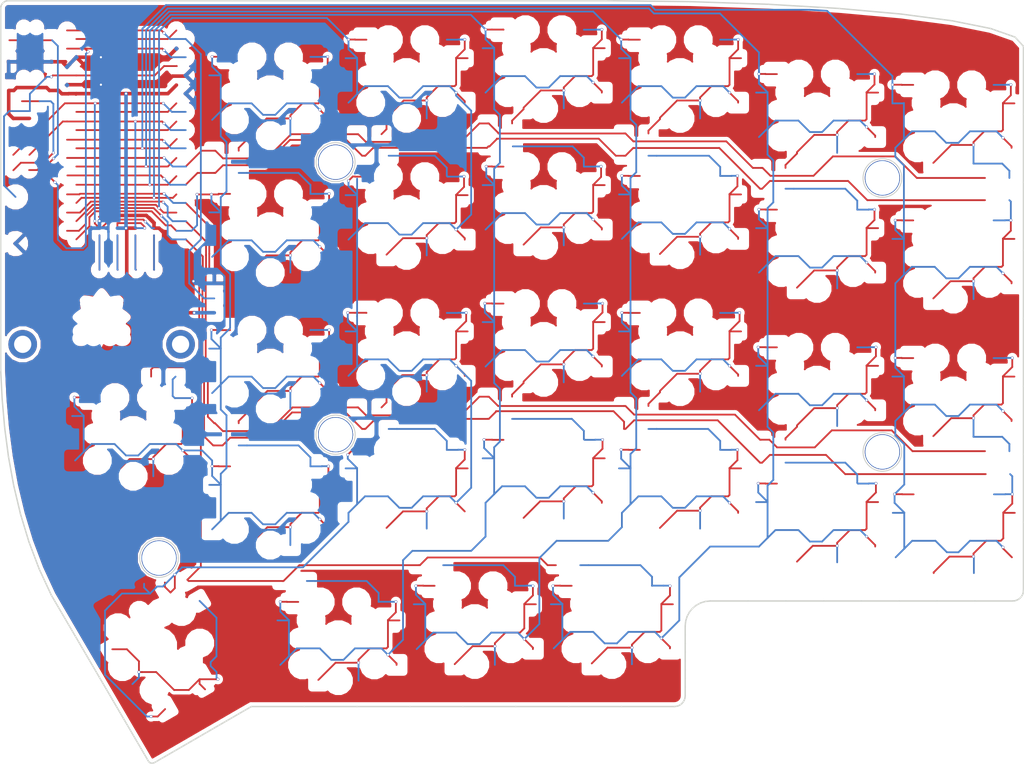
<source format=kicad_pcb>
(kicad_pcb (version 20171130) (host pcbnew "(5.1.6)-1")
  (layers (0 F.Cu signal hide) (31 B.Cu signal hide) (34 B.Paste user hide) (35 F.Paste user hide) (36 B.SilkS user hide) (37 F.SilkS user hide) (38 B.Mask user hide) (39 F.Mask user hide) (44 Edge.Cuts user))
  (net 0 "")
  (net 1 "Net-(D1-Pad2)")
  (net 2 row4)
  (net 3 "Net-(D2-Pad2)")
  (net 4 "Net-(D3-Pad2)")
  (net 5 row0)
  (net 6 "Net-(D4-Pad2)")
  (net 7 row1)
  (net 8 "Net-(D5-Pad2)")
  (net 9 row2)
  (net 10 "Net-(D6-Pad2)")
  (net 11 row3)
  (net 12 "Net-(D7-Pad2)")
  (net 13 "Net-(D8-Pad2)")
  (net 14 "Net-(D9-Pad2)")
  (net 15 "Net-(D10-Pad2)")
  (net 16 "Net-(D11-Pad2)")
  (net 17 "Net-(D12-Pad2)")
  (net 18 "Net-(D13-Pad2)")
  (net 19 "Net-(D14-Pad2)")
  (net 20 "Net-(D15-Pad2)")
  (net 21 "Net-(D16-Pad2)")
  (net 22 "Net-(D17-Pad2)")
  (net 23 "Net-(D18-Pad2)")
  (net 24 "Net-(D19-Pad2)")
  (net 25 "Net-(D20-Pad2)")
  (net 26 "Net-(D21-Pad2)")
  (net 27 "Net-(D22-Pad2)")
  (net 28 "Net-(D23-Pad2)")
  (net 29 "Net-(D24-Pad2)")
  (net 30 "Net-(D25-Pad2)")
  (net 31 "Net-(D26-Pad2)")
  (net 32 "Net-(D27-Pad2)")
  (net 33 "Net-(D28-Pad2)")
  (net 34 VCC)
  (net 35 GND)
  (net 36 col0)
  (net 37 col1)
  (net 38 col2)
  (net 39 col3)
  (net 40 col4)
  (net 41 col5)
  (net 42 SDA)
  (net 43 LED)
  (net 44 SCL)
  (net 45 RESET)
  (net 46 "Net-(D29-Pad2)")
  (net 47 "Net-(U1-Pad24)")
  (net 48 "Net-(U1-Pad20)")
  (net 49 "Net-(U1-Pad19)")
  (net 50 "Net-(U1-Pad7)")
  (net 51 DATA)
  (net 52 "Net-(J2-Pad4)")
  (net 53 "Net-(J2-Pad3)")
  (net 54 "Net-(J3-Pad1)")
  (net 55 "Net-(J3-Pad2)")
  (net 56 "Net-(J3-Pad3)")
  (net 57 "Net-(J3-Pad4)")
  (module Lily58-footprint:HOLE_M2_TH (layer F.Cu) (at 129.6 59.6)
    (fp_text reference TH3 hide)
    (fp_text value HOLE hide)
    (pad "" thru_hole circle (at 0 0 90) (size 4.9 4.9) (drill 4.7) (layers *.Cu *.Mask) (clearance 0.3))
  )
  (module Lily58-footprint:HOLE_M2_TH (layer F.Cu) (at 205.8 61.8)
    (fp_text reference TH4 hide)
    (fp_text value HOLE hide)
    (pad "" thru_hole circle (at 0 0 90) (size 4.9 4.9) (drill 4.7) (layers *.Cu *.Mask) (clearance 0.3))
  )
  (module Lily58-footprint:HOLE_M2_TH (layer F.Cu) (at 129.6 97.6)
    (fp_text reference TH5 hide)
    (fp_text value HOLE hide)
    (pad "" thru_hole circle (at 0 0 90) (size 4.9 4.9) (drill 4.7) (layers *.Cu *.Mask) (clearance 0.3))
  )
  (module Lily58-footprint:HOLE_M2_TH (layer F.Cu) (at 205.8 100)
    (fp_text reference TH6 hide)
    (fp_text value HOLE hide)
    (pad "" thru_hole circle (at 0 0 90) (size 4.9 4.9) (drill 4.7) (layers *.Cu *.Mask) (clearance 0.3))
  )
  (module Lily58-footprint:HOLE_M2_TH (layer F.Cu) (at 105 114.8 90)
    (fp_text reference TH7 hide)
    (fp_text value HOLE hide)
    (pad "" thru_hole circle (at 0 0 180) (size 4.9 4.9) (drill 4.7) (layers *.Cu *.Mask) (clearance 0.3))
  )
  (module Lily58-footprint:M2_HOLE_PCB (layer F.Cu) (at 86 85)
    (fp_text reference TH1 hide)
    (fp_text value HOLE)
    (pad "" thru_hole circle (at 0 0) (size 4 4) (drill 2.4) (layers *.Cu *.Mask))
  )
  (module Lily58-footprint:M2_HOLE_PCB (layer F.Cu) (at 108 85)
    (fp_text reference TH2 hide)
    (fp_text value HOLE)
    (pad "" thru_hole circle (at 0 0) (size 4 4) (drill 2.4) (layers *.Cu *.Mask))
  )
  (gr_circle (center 205.8 100) (end 206.5 102.6) (layer Edge.Cuts) (width 0.15))
  (gr_circle (center 205.8 61.8) (end 208.1 60.4) (layer Edge.Cuts) (width 0.15))
  (gr_circle (center 129.6 59.6) (end 132.3 59.3) (layer Edge.Cuts) (width 0.15))
  (gr_circle (center 129.6 97.6) (end 132 96.3) (layer Edge.Cuts) (width 0.15))
  (gr_circle (center 105 114.8) (end 107 113) (layer Edge.Cuts) (width 0.15))
  (gr_line (start 116.186619 136.480784) (end 117.862313 135.510645) (layer Edge.Cuts) (width 0.2))
  (gr_line (start 114.510925 137.450923) (end 116.186619 136.480784) (layer Edge.Cuts) (width 0.2))
  (gr_line (start 82.937528 50.750629) (end 82.937528 44.443695) (layer Edge.Cuts) (width 0.2))
  (gr_line (start 82.937528 57.057562) (end 82.937528 50.750629) (layer Edge.Cuts) (width 0.2))
  (gr_line (start 115.211711 37.086762) (end 104.803877 37.086762) (layer Edge.Cuts) (width 0.2))
  (gr_line (start 218.692418 120.789735) (end 223.959999 120.789735) (layer Edge.Cuts) (width 0.2))
  (gr_line (start 213.424836 120.789735) (end 218.692418 120.789735) (layer Edge.Cuts) (width 0.2))
  (gr_line (start 208.157255 120.789735) (end 213.424836 120.789735) (layer Edge.Cuts) (width 0.2))
  (gr_line (start 202.889673 120.789735) (end 208.157255 120.789735) (layer Edge.Cuts) (width 0.2))
  (gr_line (start 197.622092 120.789735) (end 202.889673 120.789735) (layer Edge.Cuts) (width 0.2))
  (gr_line (start 192.354511 120.789735) (end 197.622092 120.789735) (layer Edge.Cuts) (width 0.2))
  (gr_line (start 187.086929 120.789735) (end 192.354511 120.789735) (layer Edge.Cuts) (width 0.2))
  (gr_line (start 181.819348 120.789735) (end 187.086929 120.789735) (layer Edge.Cuts) (width 0.2))
  (gr_line (start 181.113524 120.860778) (end 181.819348 120.789735) (layer Edge.Cuts) (width 0.2))
  (gr_line (start 180.456326 121.064561) (end 181.113524 120.860778) (layer Edge.Cuts) (width 0.2))
  (gr_line (start 179.861773 121.387065) (end 180.456326 121.064561) (layer Edge.Cuts) (width 0.2))
  (gr_line (start 179.343884 121.814271) (end 179.861773 121.387065) (layer Edge.Cuts) (width 0.2))
  (gr_line (start 178.916678 122.33216) (end 179.343884 121.814271) (layer Edge.Cuts) (width 0.2))
  (gr_line (start 178.594174 122.926713) (end 178.916678 122.33216) (layer Edge.Cuts) (width 0.2))
  (gr_line (start 178.390391 123.583911) (end 178.594174 122.926713) (layer Edge.Cuts) (width 0.2))
  (gr_line (start 178.319348 124.289735) (end 178.390391 123.583911) (layer Edge.Cuts) (width 0.2))
  (gr_line (start 199.807654 38.170488) (end 189.919538 37.585374) (layer Edge.Cuts) (width 0.2))
  (gr_line (start 208.420758 38.945561) (end 199.807654 38.170488) (layer Edge.Cuts) (width 0.2))
  (gr_line (start 215.525697 39.885159) (end 208.420758 38.945561) (layer Edge.Cuts) (width 0.2))
  (gr_line (start 220.889319 40.963847) (end 215.525697 39.885159) (layer Edge.Cuts) (width 0.2))
  (gr_line (start 178.989563 37.215654) (end 167.250881 37.086762) (layer Edge.Cuts) (width 0.2))
  (gr_line (start 189.919538 37.585374) (end 178.989563 37.215654) (layer Edge.Cuts) (width 0.2))
  (gr_line (start 177.658308 135.25566) (end 177.4035 135.393876) (layer Edge.Cuts) (width 0.2))
  (gr_line (start 177.880261 135.072571) (end 177.658308 135.25566) (layer Edge.Cuts) (width 0.2))
  (gr_line (start 178.063349 134.850619) (end 177.880261 135.072571) (layer Edge.Cuts) (width 0.2))
  (gr_line (start 178.201565 134.59581) (end 178.063349 134.850619) (layer Edge.Cuts) (width 0.2))
  (gr_line (start 178.288901 134.314154) (end 178.201565 134.59581) (layer Edge.Cuts) (width 0.2))
  (gr_line (start 178.319348 134.011658) (end 178.288901 134.314154) (layer Edge.Cuts) (width 0.2))
  (gr_line (start 225.46 52.918378) (end 225.46 62.4) (layer Edge.Cuts) (width 0.2))
  (gr_line (start 225.46 43.436755) (end 225.46 52.918378) (layer Edge.Cuts) (width 0.2))
  (gr_line (start 82.937528 69.671429) (end 82.937528 63.364495) (layer Edge.Cuts) (width 0.2))
  (gr_line (start 82.937528 75.978362) (end 82.937528 69.671429) (layer Edge.Cuts) (width 0.2))
  (gr_line (start 82.937528 82.285296) (end 82.937528 75.978362) (layer Edge.Cuts) (width 0.2))
  (gr_line (start 82.937528 88.592229) (end 82.937528 82.285296) (layer Edge.Cuts) (width 0.2))
  (gr_line (start 104.803877 37.086762) (end 94.396044 37.086762) (layer Edge.Cuts) (width 0.2))
  (gr_line (start 125.619545 37.086762) (end 115.211711 37.086762) (layer Edge.Cuts) (width 0.2))
  (gr_line (start 136.027379 37.086762) (end 125.619545 37.086762) (layer Edge.Cuts) (width 0.2))
  (gr_line (start 146.435213 37.086762) (end 136.027379 37.086762) (layer Edge.Cuts) (width 0.2))
  (gr_line (start 156.843047 37.086762) (end 146.435213 37.086762) (layer Edge.Cuts) (width 0.2))
  (gr_line (start 167.250881 37.086762) (end 156.843047 37.086762) (layer Edge.Cuts) (width 0.2))
  (gr_line (start 83.400937 37.265961) (end 83.579303 37.16921) (layer Edge.Cuts) (width 0.2))
  (gr_line (start 83.24557 37.394123) (end 83.400937 37.265961) (layer Edge.Cuts) (width 0.2))
  (gr_line (start 83.117409 37.549489) (end 83.24557 37.394123) (layer Edge.Cuts) (width 0.2))
  (gr_line (start 83.020657 37.727855) (end 83.117409 37.549489) (layer Edge.Cuts) (width 0.2))
  (gr_line (start 82.959523 37.925015) (end 83.020657 37.727855) (layer Edge.Cuts) (width 0.2))
  (gr_line (start 82.93821 38.136762) (end 82.959523 37.925015) (layer Edge.Cuts) (width 0.2))
  (gr_line (start 83.776462 37.108075) (end 83.98821 37.086762) (layer Edge.Cuts) (width 0.2))
  (gr_line (start 83.579303 37.16921) (end 83.776462 37.108075) (layer Edge.Cuts) (width 0.2))
  (gr_line (start 94.396044 37.086762) (end 83.98821 37.086762) (layer Edge.Cuts) (width 0.2))
  (gr_line (start 82.937528 63.364495) (end 82.937528 57.057562) (layer Edge.Cuts) (width 0.2))
  (gr_line (start 82.937528 44.443695) (end 82.937528 38.136762) (layer Edge.Cuts) (width 0.2))
  (gr_line (start 88.291758 116.318073) (end 89.993333 119.98954) (layer Edge.Cuts) (width 0.2))
  (gr_line (start 86.863105 112.53067) (end 88.291758 116.318073) (layer Edge.Cuts) (width 0.2))
  (gr_line (start 85.688004 108.649127) (end 86.863105 112.53067) (layer Edge.Cuts) (width 0.2))
  (gr_line (start 84.747083 104.695246) (end 85.688004 108.649127) (layer Edge.Cuts) (width 0.2))
  (gr_line (start 84.020972 100.690825) (end 84.747083 104.695246) (layer Edge.Cuts) (width 0.2))
  (gr_line (start 83.490297 96.657663) (end 84.020972 100.690825) (layer Edge.Cuts) (width 0.2))
  (gr_line (start 83.13569 92.617561) (end 83.490297 96.657663) (layer Edge.Cuts) (width 0.2))
  (gr_line (start 82.937777 88.592317) (end 83.13569 92.617561) (layer Edge.Cuts) (width 0.2))
  (gr_line (start 104.288864 143.357278) (end 104.456758 143.271756) (layer Edge.Cuts) (width 0.2))
  (gr_line (start 104.130206 143.404468) (end 104.288864 143.357278) (layer Edge.Cuts) (width 0.2))
  (gr_line (start 103.981252 143.413974) (end 104.130206 143.404468) (layer Edge.Cuts) (width 0.2))
  (gr_line (start 103.84247 143.386445) (end 103.981252 143.413974) (layer Edge.Cuts) (width 0.2))
  (gr_line (start 103.714328 143.322532) (end 103.84247 143.386445) (layer Edge.Cuts) (width 0.2))
  (gr_line (start 103.597295 143.222884) (end 103.714328 143.322532) (layer Edge.Cuts) (width 0.2))
  (gr_line (start 103.491837 143.08815) (end 103.597295 143.222884) (layer Edge.Cuts) (width 0.2))
  (gr_line (start 103.398425 142.918979) (end 103.491837 143.08815) (layer Edge.Cuts) (width 0.2))
  (gr_line (start 112.83523 138.421062) (end 114.510925 137.450923) (layer Edge.Cuts) (width 0.2))
  (gr_line (start 111.159536 139.391201) (end 112.83523 138.421062) (layer Edge.Cuts) (width 0.2))
  (gr_line (start 109.483841 140.36134) (end 111.159536 139.391201) (layer Edge.Cuts) (width 0.2))
  (gr_line (start 107.808147 141.331479) (end 109.483841 140.36134) (layer Edge.Cuts) (width 0.2))
  (gr_line (start 106.132452 142.301617) (end 107.808147 141.331479) (layer Edge.Cuts) (width 0.2))
  (gr_line (start 104.456758 143.271756) (end 106.132452 142.301617) (layer Edge.Cuts) (width 0.2))
  (gr_line (start 101.72273 140.052659) (end 103.398425 142.918979) (layer Edge.Cuts) (width 0.2))
  (gr_line (start 100.047036 137.18634) (end 101.72273 140.052659) (layer Edge.Cuts) (width 0.2))
  (gr_line (start 98.371341 134.32002) (end 100.047036 137.18634) (layer Edge.Cuts) (width 0.2))
  (gr_line (start 96.695647 131.453701) (end 98.371341 134.32002) (layer Edge.Cuts) (width 0.2))
  (gr_line (start 95.019952 128.587381) (end 96.695647 131.453701) (layer Edge.Cuts) (width 0.2))
  (gr_line (start 93.344258 125.721062) (end 95.019952 128.587381) (layer Edge.Cuts) (width 0.2))
  (gr_line (start 91.668563 122.854742) (end 93.344258 125.721062) (layer Edge.Cuts) (width 0.2))
  (gr_line (start 89.992869 119.988423) (end 91.668563 122.854742) (layer Edge.Cuts) (width 0.2))
  (gr_line (start 169.449826 135.511658) (end 176.819348 135.511658) (layer Edge.Cuts) (width 0.2))
  (gr_line (start 162.080304 135.511658) (end 169.449826 135.511658) (layer Edge.Cuts) (width 0.2))
  (gr_line (start 154.710782 135.511658) (end 162.080304 135.511658) (layer Edge.Cuts) (width 0.2))
  (gr_line (start 147.34126 135.511658) (end 154.710782 135.511658) (layer Edge.Cuts) (width 0.2))
  (gr_line (start 139.971738 135.511658) (end 147.34126 135.511658) (layer Edge.Cuts) (width 0.2))
  (gr_line (start 132.602217 135.511658) (end 139.971738 135.511658) (layer Edge.Cuts) (width 0.2))
  (gr_line (start 125.232695 135.511658) (end 132.602217 135.511658) (layer Edge.Cuts) (width 0.2))
  (gr_line (start 117.863173 135.511658) (end 125.232695 135.511658) (layer Edge.Cuts) (width 0.2))
  (gr_line (start 178.319348 132.816013) (end 178.319348 134.011658) (layer Edge.Cuts) (width 0.2))
  (gr_line (start 178.319348 131.597973) (end 178.319348 132.816013) (layer Edge.Cuts) (width 0.2))
  (gr_line (start 178.319348 130.379933) (end 178.319348 131.597973) (layer Edge.Cuts) (width 0.2))
  (gr_line (start 178.319348 129.161894) (end 178.319348 130.379933) (layer Edge.Cuts) (width 0.2))
  (gr_line (start 178.319348 127.943854) (end 178.319348 129.161894) (layer Edge.Cuts) (width 0.2))
  (gr_line (start 178.319348 126.725814) (end 178.319348 127.943854) (layer Edge.Cuts) (width 0.2))
  (gr_line (start 178.319348 125.507775) (end 178.319348 126.725814) (layer Edge.Cuts) (width 0.2))
  (gr_line (start 178.319348 124.289735) (end 178.319348 125.507775) (layer Edge.Cuts) (width 0.2))
  (gr_line (start 177.121844 135.481211) (end 176.819348 135.511658) (layer Edge.Cuts) (width 0.2))
  (gr_line (start 177.4035 135.393876) (end 177.121844 135.481211) (layer Edge.Cuts) (width 0.2))
  (gr_line (start 224.278471 42.15619) (end 220.889319 40.963847) (layer Edge.Cuts) (width 0.2))
  (gr_line (start 225.46 43.436755) (end 224.278471 42.15619) (layer Edge.Cuts) (width 0.2))
  (gr_line (start 224.262495 120.759288) (end 223.959999 120.789735) (layer Edge.Cuts) (width 0.2))
  (gr_line (start 224.544152 120.671952) (end 224.262495 120.759288) (layer Edge.Cuts) (width 0.2))
  (gr_line (start 224.79896 120.533736) (end 224.544152 120.671952) (layer Edge.Cuts) (width 0.2))
  (gr_line (start 225.020912 120.350648) (end 224.79896 120.533736) (layer Edge.Cuts) (width 0.2))
  (gr_line (start 225.204001 120.128696) (end 225.020912 120.350648) (layer Edge.Cuts) (width 0.2))
  (gr_line (start 225.342217 119.873887) (end 225.204001 120.128696) (layer Edge.Cuts) (width 0.2))
  (gr_line (start 225.429552 119.592231) (end 225.342217 119.873887) (layer Edge.Cuts) (width 0.2))
  (gr_line (start 225.459999 119.289735) (end 225.429552 119.592231) (layer Edge.Cuts) (width 0.2))
  (gr_line (start 225.46 109.808112) (end 225.46 119.289735) (layer Edge.Cuts) (width 0.2))
  (gr_line (start 225.46 100.32649) (end 225.46 109.808112) (layer Edge.Cuts) (width 0.2))
  (gr_line (start 225.46 90.844867) (end 225.46 100.32649) (layer Edge.Cuts) (width 0.2))
  (gr_line (start 225.46 81.363245) (end 225.46 90.844867) (layer Edge.Cuts) (width 0.2))
  (gr_line (start 225.46 71.881623) (end 225.46 81.363245) (layer Edge.Cuts) (width 0.2))
  (gr_line (start 225.46 62.4) (end 225.46 71.881623) (layer Edge.Cuts) (width 0.2))
  (segment (start 116.1 57.6) (end 116.1 58) (width 0.25) (layer F.Cu) (net 1))
  (segment (start 117.7 56) (end 116.1 57.6) (width 0.25) (layer F.Cu) (net 1))
  (segment (start 117.7 55.9) (end 117.7 56) (width 0.25) (layer F.Cu) (net 1))
  (via (at 123.299992 53.5) (size 0.4) (drill 0.3) (layers F.Cu B.Cu) (net 1))
  (segment (start 123.3 53.500008) (end 123.299992 53.5) (width 0.25) (layer B.Cu) (net 1))
  (segment (start 127.4 51.2) (end 127.2 51.4) (width 0.25) (layer F.Cu) (net 1))
  (segment (start 122.875728 53.5) (end 123.299992 53.5) (width 0.25) (layer F.Cu) (net 1))
  (segment (start 127.2 51.4) (end 124.975728 51.4) (width 0.25) (layer F.Cu) (net 1))
  (segment (start 124.975728 51.4) (end 123.299992 53.075736) (width 0.25) (layer F.Cu) (net 1))
  (segment (start 123.299992 53.075736) (end 123.299992 53.5) (width 0.25) (layer F.Cu) (net 1))
  (segment (start 117.7 55.9) (end 117.7 55.8) (width 0.25) (layer F.Cu) (net 1))
  (segment (start 123.3 55.9) (end 123.3 53.500008) (width 0.25) (layer B.Cu) (net 1))
  (segment (start 127.4 47.46) (end 127.4 51.2) (width 0.25) (layer F.Cu) (net 1))
  (segment (start 117.7 55.8) (end 120 53.5) (width 0.25) (layer F.Cu) (net 1))
  (segment (start 120 53.5) (end 122.875728 53.5) (width 0.25) (layer F.Cu) (net 1))
  (segment (start 127.68 44.92) (end 127.7 44.9) (width 0.25) (layer B.Cu) (net 1))
  (segment (start 126.1 44.92) (end 127.68 44.92) (width 0.25) (layer B.Cu) (net 1))
  (via (at 128.5 44.9) (size 0.4) (drill 0.3) (layers F.Cu B.Cu) (net 1))
  (segment (start 127.7 44.9) (end 128.5 44.9) (width 0.25) (layer B.Cu) (net 1))
  (segment (start 128.5 46.36) (end 127.4 47.46) (width 0.25) (layer F.Cu) (net 1))
  (segment (start 128.5 44.9) (end 128.5 46.36) (width 0.25) (layer F.Cu) (net 1))
  (segment (start 127.44 47.5) (end 127.4 47.46) (width 0.25) (layer F.Cu) (net 1))
  (segment (start 129 47.5) (end 127.44 47.5) (width 0.25) (layer F.Cu) (net 1))
  (segment (start 104.2 88.2) (end 110.2 88.2) (width 0.25) (layer F.Cu) (net 2))
  (segment (start 103.9 88.5) (end 104.2 88.2) (width 0.25) (layer F.Cu) (net 2))
  (segment (start 103.9 89.5) (end 103.9 88.5) (width 0.25) (layer F.Cu) (net 2))
  (segment (start 141.35 115.8) (end 141.2 115.8) (width 0.25) (layer F.Cu) (net 2))
  (segment (start 142.425001 114.724999) (end 141.35 115.8) (width 0.25) (layer F.Cu) (net 2))
  (segment (start 159.15 115.8) (end 158.074999 114.724999) (width 0.25) (layer F.Cu) (net 2))
  (segment (start 158.074999 114.724999) (end 142.425001 114.724999) (width 0.25) (layer F.Cu) (net 2))
  (segment (start 160.3 115.8) (end 159.15 115.8) (width 0.25) (layer F.Cu) (net 2))
  (segment (start 122.35 118) (end 122.2 118) (width 0.25) (layer F.Cu) (net 2))
  (segment (start 124.55 115.8) (end 122.35 118) (width 0.25) (layer F.Cu) (net 2))
  (segment (start 141.2 115.8) (end 124.55 115.8) (width 0.25) (layer F.Cu) (net 2))
  (segment (start 109.122243 118) (end 108.95 117.827757) (width 0.25) (layer F.Cu) (net 2))
  (segment (start 122.2 118) (end 109.122243 118) (width 0.25) (layer F.Cu) (net 2))
  (segment (start 108.95 117.827757) (end 110.825001 115.952756) (width 0.25) (layer F.Cu) (net 2))
  (segment (start 110.825001 87.574999) (end 110.825001 88.9) (width 0.25) (layer F.Cu) (net 2))
  (segment (start 110.825001 88.9) (end 110.825001 88.825001) (width 0.25) (layer F.Cu) (net 2))
  (segment (start 110.825001 115.952756) (end 110.825001 88.9) (width 0.25) (layer F.Cu) (net 2))
  (segment (start 110.2 88.2) (end 110.825001 87.574999) (width 0.25) (layer F.Cu) (net 2))
  (segment (start 105.300001 67.100001) (end 105.300001 67.100001) (width 0.25) (layer F.Cu) (net 2))
  (segment (start 106.2 67.944336) (end 105.527832 67.272168) (width 0.25) (layer B.Cu) (net 2))
  (via (at 105.327833 67.072169) (size 0.4) (drill 0.3) (layers F.Cu B.Cu) (net 2))
  (segment (start 108.77 70.37) (end 106.77 70.37) (width 0.25) (layer B.Cu) (net 2))
  (segment (start 105.527832 67.272168) (end 105.327833 67.072169) (width 0.25) (layer B.Cu) (net 2))
  (segment (start 106.77 70.37) (end 106.2 69.8) (width 0.25) (layer B.Cu) (net 2))
  (segment (start 106.2 69.8) (end 106.2 67.944336) (width 0.25) (layer B.Cu) (net 2))
  (segment (start 104.255686 66.000022) (end 105.127834 66.87217) (width 0.25) (layer F.Cu) (net 2))
  (segment (start 94.8 67.14097) (end 95.940948 66.000022) (width 0.25) (layer F.Cu) (net 2))
  (segment (start 105.127834 66.87217) (end 105.327833 67.072169) (width 0.25) (layer F.Cu) (net 2))
  (segment (start 93.83 69.17) (end 94.8 68.2) (width 0.25) (layer F.Cu) (net 2))
  (segment (start 94.8 68.2) (end 94.8 67.14097) (width 0.25) (layer F.Cu) (net 2))
  (segment (start 92.18 69.17) (end 93.83 69.17) (width 0.25) (layer F.Cu) (net 2))
  (segment (start 95.940948 66.000022) (end 104.255686 66.000022) (width 0.25) (layer F.Cu) (net 2))
  (segment (start 111.1 72.74693) (end 108.718815 70.365745) (width 0.25) (layer F.Cu) (net 2))
  (segment (start 110.6 74.718176) (end 111.1 74.218176) (width 0.25) (layer F.Cu) (net 2))
  (segment (start 111.1 74.218176) (end 111.1 72.74693) (width 0.25) (layer F.Cu) (net 2))
  (segment (start 110.6 87.349998) (end 110.6 74.718176) (width 0.25) (layer F.Cu) (net 2))
  (segment (start 110.825001 87.574999) (end 110.6 87.349998) (width 0.25) (layer F.Cu) (net 2))
  (segment (start 136.7 53.5) (end 136.7 53.6) (width 0.25) (layer F.Cu) (net 3))
  (segment (start 146.4 45.06) (end 146.4 48.8) (width 0.25) (layer F.Cu) (net 3))
  (segment (start 142.3 50.57573) (end 142.3 50.999994) (width 0.25) (layer F.Cu) (net 3))
  (segment (start 142.3 53.5) (end 142.3 50.999994) (width 0.25) (layer B.Cu) (net 3))
  (segment (start 146.4 48.8) (end 146.2 49) (width 0.25) (layer F.Cu) (net 3))
  (via (at 142.3 50.999994) (size 0.4) (drill 0.3) (layers F.Cu B.Cu) (net 3))
  (segment (start 143.87573 49) (end 142.3 50.57573) (width 0.25) (layer F.Cu) (net 3))
  (segment (start 136.7 53.4) (end 139.100006 50.999994) (width 0.25) (layer F.Cu) (net 3))
  (segment (start 139.100006 50.999994) (end 141.875736 50.999994) (width 0.25) (layer F.Cu) (net 3))
  (segment (start 146.2 49) (end 143.87573 49) (width 0.25) (layer F.Cu) (net 3))
  (segment (start 141.875736 50.999994) (end 142.3 50.999994) (width 0.25) (layer F.Cu) (net 3))
  (segment (start 146.44 45.1) (end 146.4 45.06) (width 0.25) (layer F.Cu) (net 3))
  (segment (start 148 45.1) (end 146.44 45.1) (width 0.25) (layer F.Cu) (net 3))
  (via (at 147.6 42.5) (size 0.4) (drill 0.3) (layers F.Cu B.Cu) (net 3))
  (segment (start 146.7 42.5) (end 147.6 42.5) (width 0.25) (layer B.Cu) (net 3))
  (segment (start 147.6 43.86) (end 146.4 45.06) (width 0.25) (layer F.Cu) (net 3))
  (segment (start 147.6 42.5) (end 147.6 43.86) (width 0.25) (layer F.Cu) (net 3))
  (segment (start 146.68 42.52) (end 146.7 42.5) (width 0.25) (layer B.Cu) (net 3))
  (segment (start 145.1 42.52) (end 146.68 42.52) (width 0.25) (layer B.Cu) (net 3))
  (segment (start 136.7 55) (end 136 55.7) (width 0.25) (layer F.Cu) (net 3))
  (segment (start 136.7 53.5) (end 136.7 55) (width 0.25) (layer F.Cu) (net 3))
  (segment (start 154.2 53.81) (end 154.2 54.2) (width 0.25) (layer F.Cu) (net 4))
  (segment (start 155.8 52.21) (end 154.2 53.81) (width 0.25) (layer F.Cu) (net 4))
  (segment (start 155.8 52.11) (end 155.8 52.21) (width 0.25) (layer F.Cu) (net 4))
  (segment (start 160.975736 49.6) (end 161.4 49.6) (width 0.25) (layer F.Cu) (net 4))
  (segment (start 161.4 49.175736) (end 161.4 49.6) (width 0.25) (layer F.Cu) (net 4))
  (segment (start 162.975736 47.6) (end 161.4 49.175736) (width 0.25) (layer F.Cu) (net 4))
  (segment (start 161.4 50.024264) (end 161.4 49.6) (width 0.25) (layer B.Cu) (net 4))
  (segment (start 158.2 49.6) (end 160.975736 49.6) (width 0.25) (layer F.Cu) (net 4))
  (segment (start 165.5 47.4) (end 165.3 47.6) (width 0.25) (layer F.Cu) (net 4))
  (segment (start 165.5 43.66) (end 165.5 47.4) (width 0.25) (layer F.Cu) (net 4))
  (segment (start 155.8 52) (end 158.2 49.6) (width 0.25) (layer F.Cu) (net 4))
  (segment (start 161.4 52.1) (end 161.4 50.024264) (width 0.25) (layer B.Cu) (net 4))
  (segment (start 165.3 47.6) (end 162.975736 47.6) (width 0.25) (layer F.Cu) (net 4))
  (via (at 161.4 49.6) (size 0.4) (drill 0.3) (layers F.Cu B.Cu) (net 4))
  (segment (start 165.54 43.71) (end 165.5 43.67) (width 0.25) (layer F.Cu) (net 4))
  (segment (start 167.1 43.71) (end 165.54 43.71) (width 0.25) (layer F.Cu) (net 4))
  (segment (start 165.78 41.13) (end 165.8 41.11) (width 0.25) (layer B.Cu) (net 4))
  (segment (start 164.2 41.13) (end 165.78 41.13) (width 0.25) (layer B.Cu) (net 4))
  (segment (start 166.69 41.11) (end 166.7 41.1) (width 0.25) (layer B.Cu) (net 4))
  (segment (start 165.8 41.11) (end 166.69 41.11) (width 0.25) (layer B.Cu) (net 4))
  (via (at 166.7 41.1) (size 0.4) (drill 0.3) (layers F.Cu B.Cu) (net 4))
  (segment (start 166.7 42.47) (end 165.5 43.67) (width 0.25) (layer F.Cu) (net 4))
  (segment (start 166.7 41.1) (end 166.7 42.47) (width 0.25) (layer F.Cu) (net 4))
  (segment (start 110.92456 58) (end 108.718815 60.205745) (width 0.25) (layer F.Cu) (net 5))
  (segment (start 112.7 58) (end 110.92456 58) (width 0.25) (layer F.Cu) (net 5))
  (segment (start 171.1 56.7) (end 170 55.6) (width 0.25) (layer F.Cu) (net 5))
  (segment (start 187.75 60.4) (end 184.05 56.7) (width 0.25) (layer F.Cu) (net 5))
  (segment (start 170 55.6) (end 169.8 55.6) (width 0.25) (layer F.Cu) (net 5))
  (segment (start 184.05 56.7) (end 171.1 56.7) (width 0.25) (layer F.Cu) (net 5))
  (segment (start 188.9 60.4) (end 187.75 60.4) (width 0.25) (layer F.Cu) (net 5))
  (segment (start 169.8 55.6) (end 152.3 55.6) (width 0.25) (layer F.Cu) (net 5))
  (segment (start 150.95 54.2) (end 150.8 54.2) (width 0.25) (layer F.Cu) (net 5))
  (segment (start 152.3 55.55) (end 150.95 54.2) (width 0.25) (layer F.Cu) (net 5))
  (segment (start 152.3 55.6) (end 152.3 55.55) (width 0.25) (layer F.Cu) (net 5))
  (segment (start 120.026001 59.075001) (end 113.925001 59.075001) (width 0.25) (layer F.Cu) (net 5))
  (segment (start 113.925001 59.075001) (end 112.85 58) (width 0.25) (layer F.Cu) (net 5))
  (segment (start 112.85 58) (end 112.7 58) (width 0.25) (layer F.Cu) (net 5))
  (via (at 105.7 59) (size 0.4) (drill 0.3) (layers F.Cu B.Cu) (net 5))
  (segment (start 108.77 60.21) (end 106.91 60.21) (width 0.25) (layer B.Cu) (net 5))
  (segment (start 105.899999 59.199999) (end 105.7 59) (width 0.25) (layer B.Cu) (net 5))
  (segment (start 106.91 60.21) (end 105.899999 59.199999) (width 0.25) (layer B.Cu) (net 5))
  (segment (start 92.18 59.01) (end 105.69 59.01) (width 0.25) (layer F.Cu) (net 5))
  (segment (start 105.69 59.01) (end 105.7 59) (width 0.25) (layer F.Cu) (net 5))
  (segment (start 147.074999 56.775001) (end 133.825001 56.775001) (width 0.25) (layer F.Cu) (net 5))
  (segment (start 132.75 55.7) (end 132.6 55.7) (width 0.25) (layer F.Cu) (net 5))
  (segment (start 133.825001 56.775001) (end 132.75 55.7) (width 0.25) (layer F.Cu) (net 5))
  (segment (start 149.65 54.2) (end 147.074999 56.775001) (width 0.25) (layer F.Cu) (net 5))
  (segment (start 150.8 54.2) (end 149.65 54.2) (width 0.25) (layer F.Cu) (net 5))
  (segment (start 123.401002 55.7) (end 120.026001 59.075001) (width 0.25) (layer F.Cu) (net 5))
  (segment (start 132.6 55.7) (end 123.401002 55.7) (width 0.25) (layer F.Cu) (net 5))
  (segment (start 189.1 60.4) (end 188.9 60.4) (width 0.25) (layer F.Cu) (net 5))
  (segment (start 220.1 61.8) (end 210.6 61.8) (width 0.25) (layer F.Cu) (net 5))
  (segment (start 196.201002 61.5) (end 190.2 61.5) (width 0.25) (layer F.Cu) (net 5))
  (segment (start 198.901002 58.8) (end 196.201002 61.5) (width 0.25) (layer F.Cu) (net 5))
  (segment (start 207.6 58.8) (end 198.901002 58.8) (width 0.25) (layer F.Cu) (net 5))
  (segment (start 190.2 61.5) (end 189.1 60.4) (width 0.25) (layer F.Cu) (net 5))
  (segment (start 210.6 61.8) (end 207.6 58.8) (width 0.25) (layer F.Cu) (net 5))
  (segment (start 173.2 55.2) (end 173.2 55.6) (width 0.25) (layer F.Cu) (net 6))
  (segment (start 174.8 53.6) (end 173.2 55.2) (width 0.25) (layer F.Cu) (net 6))
  (segment (start 174.8 53.5) (end 174.8 53.6) (width 0.25) (layer F.Cu) (net 6))
  (via (at 180.4 51.000004) (size 0.4) (drill 0.3) (layers F.Cu B.Cu) (net 6))
  (segment (start 180.4 53.5) (end 180.4 51.000004) (width 0.25) (layer B.Cu) (net 6))
  (segment (start 177.199996 51.000004) (end 179.975736 51.000004) (width 0.25) (layer F.Cu) (net 6))
  (segment (start 184.5 45.06) (end 184.5 48.8) (width 0.25) (layer F.Cu) (net 6))
  (segment (start 184.5 48.8) (end 184.3 49) (width 0.25) (layer F.Cu) (net 6))
  (segment (start 184.3 49) (end 181.97574 49) (width 0.25) (layer F.Cu) (net 6))
  (segment (start 180.4 50.57574) (end 180.4 51.000004) (width 0.25) (layer F.Cu) (net 6))
  (segment (start 174.8 53.4) (end 177.199996 51.000004) (width 0.25) (layer F.Cu) (net 6))
  (segment (start 181.97574 49) (end 180.4 50.57574) (width 0.25) (layer F.Cu) (net 6))
  (segment (start 179.975736 51.000004) (end 180.4 51.000004) (width 0.25) (layer F.Cu) (net 6))
  (segment (start 184.78 42.52) (end 184.8 42.5) (width 0.25) (layer B.Cu) (net 6))
  (segment (start 183.2 42.52) (end 184.78 42.52) (width 0.25) (layer B.Cu) (net 6))
  (via (at 185.7 42.5) (size 0.4) (drill 0.3) (layers F.Cu B.Cu) (net 6))
  (segment (start 184.8 42.5) (end 185.7 42.5) (width 0.25) (layer B.Cu) (net 6))
  (segment (start 185.7 43.86) (end 184.5 45.06) (width 0.25) (layer F.Cu) (net 6))
  (segment (start 185.7 42.5) (end 185.7 43.86) (width 0.25) (layer F.Cu) (net 6))
  (segment (start 184.54 45.1) (end 184.5 45.06) (width 0.25) (layer F.Cu) (net 6))
  (segment (start 186.1 45.1) (end 184.54 45.1) (width 0.25) (layer F.Cu) (net 6))
  (segment (start 110.36456 61.1) (end 108.718815 62.745745) (width 0.25) (layer F.Cu) (net 7))
  (segment (start 112.7 61.1) (end 110.36456 61.1) (width 0.25) (layer F.Cu) (net 7))
  (segment (start 189.05 63.3) (end 188.9 63.3) (width 0.25) (layer F.Cu) (net 7))
  (segment (start 190.125001 62.224999) (end 189.05 63.3) (width 0.25) (layer F.Cu) (net 7))
  (segment (start 201.024999 62.224999) (end 190.125001 62.224999) (width 0.25) (layer F.Cu) (net 7))
  (segment (start 203.7 64.9) (end 201.024999 62.224999) (width 0.25) (layer F.Cu) (net 7))
  (segment (start 220.1 64.9) (end 203.7 64.9) (width 0.25) (layer F.Cu) (net 7))
  (segment (start 171.075001 57.624999) (end 170 58.7) (width 0.25) (layer F.Cu) (net 7))
  (segment (start 183.074999 57.624999) (end 171.075001 57.624999) (width 0.25) (layer F.Cu) (net 7))
  (segment (start 188.75 63.3) (end 183.074999 57.624999) (width 0.25) (layer F.Cu) (net 7))
  (segment (start 170 58.7) (end 169.8 58.7) (width 0.25) (layer F.Cu) (net 7))
  (segment (start 188.9 63.3) (end 188.75 63.3) (width 0.25) (layer F.Cu) (net 7))
  (segment (start 166.274999 56.324999) (end 152.075001 56.324999) (width 0.25) (layer F.Cu) (net 7))
  (segment (start 168.65 58.7) (end 166.274999 56.324999) (width 0.25) (layer F.Cu) (net 7))
  (segment (start 169.8 58.7) (end 168.65 58.7) (width 0.25) (layer F.Cu) (net 7))
  (segment (start 151.05 57.4) (end 150.9 57.4) (width 0.25) (layer F.Cu) (net 7))
  (segment (start 152.075001 56.374999) (end 151.05 57.4) (width 0.25) (layer F.Cu) (net 7))
  (segment (start 152.075001 56.324999) (end 152.075001 56.374999) (width 0.25) (layer F.Cu) (net 7))
  (segment (start 134.85 57.6) (end 133.75 58.7) (width 0.25) (layer F.Cu) (net 7))
  (segment (start 133.75 58.7) (end 133.6 58.7) (width 0.25) (layer F.Cu) (net 7))
  (segment (start 150.7 57.6) (end 134.85 57.6) (width 0.25) (layer F.Cu) (net 7))
  (segment (start 150.9 57.4) (end 150.7 57.6) (width 0.25) (layer F.Cu) (net 7))
  (segment (start 106.55 62.75) (end 105.899999 62.099999) (width 0.25) (layer B.Cu) (net 7))
  (segment (start 105.500001 61.700001) (end 105.7 61.9) (width 0.25) (layer F.Cu) (net 7))
  (segment (start 108.77 62.75) (end 106.55 62.75) (width 0.25) (layer B.Cu) (net 7))
  (segment (start 92.23 61.45) (end 105.25 61.45) (width 0.25) (layer F.Cu) (net 7))
  (segment (start 105.25 61.45) (end 105.500001 61.700001) (width 0.25) (layer F.Cu) (net 7))
  (segment (start 105.899999 62.099999) (end 105.7 61.9) (width 0.25) (layer B.Cu) (net 7))
  (via (at 105.7 61.9) (size 0.4) (drill 0.3) (layers F.Cu B.Cu) (net 7))
  (segment (start 112.85 61.1) (end 112.7 61.1) (width 0.25) (layer F.Cu) (net 7))
  (segment (start 113.925001 60.024999) (end 112.85 61.1) (width 0.25) (layer F.Cu) (net 7))
  (segment (start 119.712413 60.024999) (end 113.925001 60.024999) (width 0.25) (layer F.Cu) (net 7))
  (segment (start 123.237412 56.5) (end 119.712413 60.024999) (width 0.25) (layer F.Cu) (net 7))
  (segment (start 131.1 56.5) (end 123.237412 56.5) (width 0.25) (layer F.Cu) (net 7))
  (segment (start 133.3 58.7) (end 131.1 56.5) (width 0.25) (layer F.Cu) (net 7))
  (segment (start 133.6 58.7) (end 133.3 58.7) (width 0.25) (layer F.Cu) (net 7))
  (segment (start 192.3 60) (end 192.3 60.4) (width 0.25) (layer F.Cu) (net 8))
  (segment (start 193.9 58.4) (end 192.3 60) (width 0.25) (layer F.Cu) (net 8))
  (segment (start 193.9 58.3) (end 193.9 58.4) (width 0.25) (layer F.Cu) (net 8))
  (segment (start 199.5 58.3) (end 199.5 55.800008) (width 0.25) (layer B.Cu) (net 8))
  (via (at 199.499992 55.8) (size 0.4) (drill 0.3) (layers F.Cu B.Cu) (net 8))
  (segment (start 196.3 55.8) (end 199.075728 55.8) (width 0.25) (layer F.Cu) (net 8))
  (segment (start 201.075728 53.8) (end 199.499992 55.375736) (width 0.25) (layer F.Cu) (net 8))
  (segment (start 199.5 55.800008) (end 199.499992 55.8) (width 0.25) (layer B.Cu) (net 8))
  (segment (start 193.9 58.2) (end 196.3 55.8) (width 0.25) (layer F.Cu) (net 8))
  (segment (start 203.6 49.86) (end 203.6 53.6) (width 0.25) (layer F.Cu) (net 8))
  (segment (start 199.075728 55.8) (end 199.499992 55.8) (width 0.25) (layer F.Cu) (net 8))
  (segment (start 203.4 53.8) (end 201.075728 53.8) (width 0.25) (layer F.Cu) (net 8))
  (segment (start 203.6 53.6) (end 203.4 53.8) (width 0.25) (layer F.Cu) (net 8))
  (segment (start 199.499992 55.375736) (end 199.499992 55.8) (width 0.25) (layer F.Cu) (net 8))
  (segment (start 203.88 47.32) (end 203.9 47.3) (width 0.25) (layer B.Cu) (net 8))
  (segment (start 202.3 47.32) (end 203.88 47.32) (width 0.25) (layer B.Cu) (net 8))
  (via (at 204.7 47.3) (size 0.4) (drill 0.3) (layers F.Cu B.Cu) (net 8))
  (segment (start 203.9 47.3) (end 204.7 47.3) (width 0.25) (layer B.Cu) (net 8))
  (segment (start 204.7 48.76) (end 203.6 49.86) (width 0.25) (layer F.Cu) (net 8))
  (segment (start 204.7 47.3) (end 204.7 48.76) (width 0.25) (layer F.Cu) (net 8))
  (segment (start 203.64 49.9) (end 203.6 49.86) (width 0.25) (layer F.Cu) (net 8))
  (segment (start 205.2 49.9) (end 203.64 49.9) (width 0.25) (layer F.Cu) (net 8))
  (segment (start 170 93.6) (end 169.8 93.6) (width 0.25) (layer F.Cu) (net 9))
  (segment (start 171.2 94.8) (end 170 93.6) (width 0.25) (layer F.Cu) (net 9))
  (segment (start 185.25 94.8) (end 171.2 94.8) (width 0.25) (layer F.Cu) (net 9))
  (segment (start 188.75 98.3) (end 185.25 94.8) (width 0.25) (layer F.Cu) (net 9))
  (segment (start 188.9 98.3) (end 188.75 98.3) (width 0.25) (layer F.Cu) (net 9))
  (segment (start 150.95 92.3) (end 150.8 92.3) (width 0.25) (layer F.Cu) (net 9))
  (segment (start 152.25 93.6) (end 150.95 92.3) (width 0.25) (layer F.Cu) (net 9))
  (segment (start 169.8 93.6) (end 152.25 93.6) (width 0.25) (layer F.Cu) (net 9))
  (segment (start 112.8 96) (end 112.7 96) (width 0.25) (layer F.Cu) (net 9))
  (segment (start 120.3 97.1) (end 113.9 97.1) (width 0.25) (layer F.Cu) (net 9))
  (segment (start 113.9 97.1) (end 112.8 96) (width 0.25) (layer F.Cu) (net 9))
  (segment (start 105.899999 64.199999) (end 105.7 64) (width 0.25) (layer B.Cu) (net 9))
  (segment (start 93.905755 64.09) (end 93.995755 64) (width 0.25) (layer F.Cu) (net 9))
  (segment (start 92.18 64.09) (end 93.905755 64.09) (width 0.25) (layer F.Cu) (net 9))
  (segment (start 108.718815 65.285745) (end 106.985745 65.285745) (width 0.25) (layer B.Cu) (net 9))
  (segment (start 93.995755 64) (end 105.417158 64) (width 0.25) (layer F.Cu) (net 9))
  (segment (start 105.417158 64) (end 105.7 64) (width 0.25) (layer F.Cu) (net 9))
  (segment (start 106.985745 65.285745) (end 105.899999 64.199999) (width 0.25) (layer B.Cu) (net 9))
  (via (at 105.7 64) (size 0.4) (drill 0.3) (layers F.Cu B.Cu) (net 9))
  (segment (start 190.05 98.3) (end 188.9 98.3) (width 0.25) (layer F.Cu) (net 9))
  (segment (start 191.125001 99.375001) (end 190.05 98.3) (width 0.25) (layer F.Cu) (net 9))
  (segment (start 198.7498 97) (end 196.374799 99.375001) (width 0.25) (layer F.Cu) (net 9))
  (segment (start 196.374799 99.375001) (end 191.125001 99.375001) (width 0.25) (layer F.Cu) (net 9))
  (segment (start 207.1 97) (end 198.7498 97) (width 0.25) (layer F.Cu) (net 9))
  (segment (start 210 99.9) (end 207.1 97) (width 0.25) (layer F.Cu) (net 9))
  (segment (start 220.1 99.9) (end 210 99.9) (width 0.25) (layer F.Cu) (net 9))
  (segment (start 109.480814 66.047744) (end 108.718815 65.285745) (width 0.25) (layer F.Cu) (net 9))
  (segment (start 112.000022 74.590976) (end 112.000022 72.37413) (width 0.25) (layer F.Cu) (net 9))
  (segment (start 111.500021 75.090977) (end 112.000022 74.590976) (width 0.25) (layer F.Cu) (net 9))
  (segment (start 111.8 87.2) (end 111.500021 86.900021) (width 0.25) (layer F.Cu) (net 9))
  (segment (start 111.8 95.1) (end 111.8 87.2) (width 0.25) (layer F.Cu) (net 9))
  (segment (start 112.7 96) (end 111.8 95.1) (width 0.25) (layer F.Cu) (net 9))
  (segment (start 111.500021 86.900021) (end 111.500021 75.090977) (width 0.25) (layer F.Cu) (net 9))
  (segment (start 112 72.374108) (end 112 68.56693) (width 0.25) (layer F.Cu) (net 9))
  (segment (start 112 68.56693) (end 109.480814 66.047744) (width 0.25) (layer F.Cu) (net 9))
  (segment (start 112.000022 72.37413) (end 112 72.374108) (width 0.25) (layer F.Cu) (net 9))
  (segment (start 123.6 93.8) (end 120.3 97.1) (width 0.25) (layer F.Cu) (net 9))
  (segment (start 132.6 93.8) (end 123.6 93.8) (width 0.25) (layer F.Cu) (net 9))
  (segment (start 132.75 93.8) (end 132.6 93.8) (width 0.25) (layer F.Cu) (net 9))
  (segment (start 133.85 94.9) (end 132.75 93.8) (width 0.25) (layer F.Cu) (net 9))
  (segment (start 149.65 92.3) (end 147.05 94.9) (width 0.25) (layer F.Cu) (net 9))
  (segment (start 147.05 94.9) (end 133.85 94.9) (width 0.25) (layer F.Cu) (net 9))
  (segment (start 150.8 92.3) (end 149.65 92.3) (width 0.25) (layer F.Cu) (net 9))
  (segment (start 223.5 60.8) (end 223.5 61.8) (width 0.25) (layer B.Cu) (net 10))
  (segment (start 222.5 59.8) (end 223.5 60.8) (width 0.25) (layer B.Cu) (net 10))
  (segment (start 218.5 59.8) (end 222.5 59.8) (width 0.25) (layer B.Cu) (net 10))
  (via (at 218.5 57.199986) (size 0.4) (drill 0.3) (layers F.Cu B.Cu) (net 10))
  (segment (start 218.5 59.8) (end 218.5 57.199986) (width 0.25) (layer B.Cu) (net 10))
  (segment (start 215.400014 57.199986) (end 218.075736 57.199986) (width 0.25) (layer F.Cu) (net 10))
  (segment (start 218.075736 57.199986) (end 218.5 57.199986) (width 0.25) (layer F.Cu) (net 10))
  (segment (start 212.9 59.7) (end 215.400014 57.199986) (width 0.25) (layer F.Cu) (net 10))
  (segment (start 218.5 56.8) (end 218.5 57.199986) (width 0.25) (layer F.Cu) (net 10))
  (segment (start 220 55.3) (end 218.5 56.8) (width 0.25) (layer F.Cu) (net 10))
  (segment (start 222.6 55.1) (end 222.4 55.3) (width 0.25) (layer F.Cu) (net 10))
  (segment (start 222.4 55.3) (end 220 55.3) (width 0.25) (layer F.Cu) (net 10))
  (segment (start 222.6 51.36) (end 222.6 55.1) (width 0.25) (layer F.Cu) (net 10))
  (segment (start 222.88 48.82) (end 222.9 48.8) (width 0.25) (layer B.Cu) (net 10))
  (segment (start 221.3 48.82) (end 222.88 48.82) (width 0.25) (layer B.Cu) (net 10))
  (via (at 223.7 48.8) (size 0.4) (drill 0.3) (layers F.Cu B.Cu) (net 10))
  (segment (start 222.9 48.8) (end 223.7 48.8) (width 0.25) (layer B.Cu) (net 10))
  (segment (start 223.7 50.26) (end 222.6 51.36) (width 0.25) (layer F.Cu) (net 10))
  (segment (start 223.7 48.8) (end 223.7 50.26) (width 0.25) (layer F.Cu) (net 10))
  (segment (start 222.64 51.4) (end 222.6 51.36) (width 0.25) (layer F.Cu) (net 10))
  (segment (start 224.2 51.4) (end 222.64 51.4) (width 0.25) (layer F.Cu) (net 10))
  (segment (start 190.125001 100.424999) (end 189.05 101.5) (width 0.25) (layer F.Cu) (net 11))
  (segment (start 197.946001 100.424999) (end 190.125001 100.424999) (width 0.25) (layer F.Cu) (net 11))
  (segment (start 189.05 101.5) (end 188.9 101.5) (width 0.25) (layer F.Cu) (net 11))
  (segment (start 200.621002 103.1) (end 197.946001 100.424999) (width 0.25) (layer F.Cu) (net 11))
  (segment (start 220.2 103.1) (end 200.621002 103.1) (width 0.25) (layer F.Cu) (net 11))
  (segment (start 182.85 95.6) (end 171.2 95.6) (width 0.25) (layer F.Cu) (net 11))
  (segment (start 188.75 101.5) (end 182.85 95.6) (width 0.25) (layer F.Cu) (net 11))
  (segment (start 170 96.8) (end 169.8 96.8) (width 0.25) (layer F.Cu) (net 11))
  (segment (start 171.2 95.6) (end 170 96.8) (width 0.25) (layer F.Cu) (net 11))
  (segment (start 188.9 101.5) (end 188.75 101.5) (width 0.25) (layer F.Cu) (net 11))
  (segment (start 168.324999 94.324999) (end 151.975001 94.324999) (width 0.25) (layer F.Cu) (net 11))
  (segment (start 169.8 95.8) (end 168.324999 94.324999) (width 0.25) (layer F.Cu) (net 11))
  (segment (start 169.8 96.8) (end 169.8 95.8) (width 0.25) (layer F.Cu) (net 11))
  (segment (start 150.95 95.4) (end 150.8 95.4) (width 0.25) (layer F.Cu) (net 11))
  (segment (start 151.975001 94.374999) (end 150.95 95.4) (width 0.25) (layer F.Cu) (net 11))
  (segment (start 151.975001 94.324999) (end 151.975001 94.374999) (width 0.25) (layer F.Cu) (net 11))
  (segment (start 135.15 95.4) (end 133.75 96.8) (width 0.25) (layer F.Cu) (net 11))
  (segment (start 150.8 95.4) (end 135.15 95.4) (width 0.25) (layer F.Cu) (net 11))
  (segment (start 108.77 67.83) (end 106.887507 67.83) (width 0.25) (layer B.Cu) (net 11))
  (segment (start 105.799999 65.399999) (end 105.6 65.2) (width 0.25) (layer B.Cu) (net 11))
  (segment (start 106.2 65.8) (end 105.799999 65.399999) (width 0.25) (layer B.Cu) (net 11))
  (segment (start 106.887507 67.83) (end 106.2 67.142493) (width 0.25) (layer B.Cu) (net 11))
  (segment (start 106.2 67.142493) (end 106.2 65.8) (width 0.25) (layer B.Cu) (net 11))
  (via (at 105.6 65.2) (size 0.4) (drill 0.3) (layers F.Cu B.Cu) (net 11))
  (segment (start 105.5 65.1) (end 105.6 65.2) (width 0.25) (layer F.Cu) (net 11))
  (segment (start 95.5 65.1) (end 105.5 65.1) (width 0.25) (layer F.Cu) (net 11))
  (segment (start 93.97 66.63) (end 95.5 65.1) (width 0.25) (layer F.Cu) (net 11))
  (segment (start 92.18 66.63) (end 93.97 66.63) (width 0.25) (layer F.Cu) (net 11))
  (segment (start 111.549989 70.656919) (end 111.549989 72.560508) (width 0.25) (layer F.Cu) (net 11))
  (segment (start 111.550011 74.404576) (end 111.05001 74.904577) (width 0.25) (layer F.Cu) (net 11))
  (segment (start 111.549989 72.560508) (end 111.550011 72.56053) (width 0.25) (layer F.Cu) (net 11))
  (segment (start 108.718815 67.825745) (end 111.549989 70.656919) (width 0.25) (layer F.Cu) (net 11))
  (segment (start 111.550011 72.56053) (end 111.550011 74.404576) (width 0.25) (layer F.Cu) (net 11))
  (segment (start 111.05001 74.904577) (end 111.05001 87.15001) (width 0.25) (layer F.Cu) (net 11))
  (segment (start 111.05001 87.15001) (end 111.275012 87.375012) (width 0.25) (layer F.Cu) (net 11))
  (segment (start 112.55 99.1) (end 112.7 99.1) (width 0.25) (layer F.Cu) (net 11))
  (segment (start 111.275012 87.375012) (end 111.275012 97.825012) (width 0.25) (layer F.Cu) (net 11))
  (segment (start 111.275012 97.825012) (end 112.55 99.1) (width 0.25) (layer F.Cu) (net 11))
  (segment (start 133.75 96.8) (end 133.6 96.8) (width 0.25) (layer F.Cu) (net 11))
  (segment (start 113.85 99.1) (end 112.7 99.1) (width 0.25) (layer F.Cu) (net 11))
  (segment (start 114.925001 98.024999) (end 113.85 99.1) (width 0.25) (layer F.Cu) (net 11))
  (segment (start 123.53641 94.5) (end 120.011411 98.024999) (width 0.25) (layer F.Cu) (net 11))
  (segment (start 131 94.5) (end 123.53641 94.5) (width 0.25) (layer F.Cu) (net 11))
  (segment (start 120.011411 98.024999) (end 114.925001 98.024999) (width 0.25) (layer F.Cu) (net 11))
  (segment (start 133.3 96.8) (end 131 94.5) (width 0.25) (layer F.Cu) (net 11))
  (segment (start 133.6 96.8) (end 133.3 96.8) (width 0.25) (layer F.Cu) (net 11))
  (segment (start 124.43 61.1) (end 117.25 61.1) (width 0.25) (layer B.Cu) (net 12))
  (segment (start 126.1 62.77) (end 124.43 61.1) (width 0.25) (layer B.Cu) (net 12))
  (segment (start 117.25 61.1) (end 116.1 61.1) (width 0.25) (layer B.Cu) (net 12))
  (segment (start 126.1 64.02) (end 126.1 62.77) (width 0.25) (layer B.Cu) (net 12))
  (via (at 123.300008 72.6) (size 0.4) (drill 0.3) (layers F.Cu B.Cu) (net 12))
  (segment (start 127.2 70.5) (end 124.975744 70.5) (width 0.25) (layer F.Cu) (net 12))
  (segment (start 117.7 74.9) (end 120 72.6) (width 0.25) (layer F.Cu) (net 12))
  (segment (start 127.4 70.3) (end 127.2 70.5) (width 0.25) (layer F.Cu) (net 12))
  (segment (start 124.975744 70.5) (end 123.300008 72.175736) (width 0.25) (layer F.Cu) (net 12))
  (segment (start 120 72.6) (end 122.875744 72.6) (width 0.25) (layer F.Cu) (net 12))
  (segment (start 122.875744 72.6) (end 123.300008 72.6) (width 0.25) (layer F.Cu) (net 12))
  (segment (start 123.300008 72.175736) (end 123.300008 72.6) (width 0.25) (layer F.Cu) (net 12))
  (segment (start 127.4 66.56) (end 127.4 70.3) (width 0.25) (layer F.Cu) (net 12))
  (segment (start 123.3 75) (end 123.3 72.600008) (width 0.25) (layer B.Cu) (net 12))
  (segment (start 127.68 64.02) (end 127.7 64) (width 0.25) (layer B.Cu) (net 12))
  (segment (start 126.1 64.02) (end 127.68 64.02) (width 0.25) (layer B.Cu) (net 12))
  (segment (start 127.44 66.6) (end 127.4 66.56) (width 0.25) (layer F.Cu) (net 12))
  (segment (start 129 66.6) (end 127.44 66.6) (width 0.25) (layer F.Cu) (net 12))
  (segment (start 127.4 66.56) (end 128.7 65.26) (width 0.25) (layer F.Cu) (net 12))
  (segment (start 128.7 64.282842) (end 128.7 64) (width 0.25) (layer F.Cu) (net 12))
  (segment (start 128.7 65.26) (end 128.7 64.282842) (width 0.25) (layer F.Cu) (net 12))
  (segment (start 127.7 64) (end 128.7 64) (width 0.25) (layer B.Cu) (net 12))
  (via (at 128.7 64) (size 0.4) (drill 0.3) (layers F.Cu B.Cu) (net 12))
  (via (at 142.300006 70.2) (size 0.4) (drill 0.3) (layers F.Cu B.Cu) (net 13))
  (segment (start 142.300006 69.775736) (end 142.300006 70.2) (width 0.25) (layer F.Cu) (net 13))
  (segment (start 146.4 64.16) (end 146.4 67.9) (width 0.25) (layer F.Cu) (net 13))
  (segment (start 141.875742 70.2) (end 142.300006 70.2) (width 0.25) (layer F.Cu) (net 13))
  (segment (start 142.3 70.200006) (end 142.300006 70.2) (width 0.25) (layer B.Cu) (net 13))
  (segment (start 146.2 68.1) (end 143.975742 68.1) (width 0.25) (layer F.Cu) (net 13))
  (segment (start 142.3 72.6) (end 142.3 70.200006) (width 0.25) (layer B.Cu) (net 13))
  (segment (start 146.4 67.9) (end 146.2 68.1) (width 0.25) (layer F.Cu) (net 13))
  (segment (start 136.7 72.5) (end 139 70.2) (width 0.25) (layer F.Cu) (net 13))
  (segment (start 143.975742 68.1) (end 142.300006 69.775736) (width 0.25) (layer F.Cu) (net 13))
  (segment (start 139 70.2) (end 141.875742 70.2) (width 0.25) (layer F.Cu) (net 13))
  (segment (start 145.1 61.52) (end 145.2 61.62) (width 0.25) (layer B.Cu) (net 13))
  (segment (start 145.1 60.37) (end 145.1 61.52) (width 0.25) (layer B.Cu) (net 13))
  (segment (start 143.43 58.7) (end 145.1 60.37) (width 0.25) (layer B.Cu) (net 13))
  (segment (start 137 58.7) (end 143.43 58.7) (width 0.25) (layer B.Cu) (net 13))
  (segment (start 146.68 61.62) (end 146.7 61.6) (width 0.25) (layer B.Cu) (net 13))
  (segment (start 145.2 61.62) (end 146.68 61.62) (width 0.25) (layer B.Cu) (net 13))
  (via (at 147.5 61.6) (size 0.4) (drill 0.3) (layers F.Cu B.Cu) (net 13))
  (segment (start 146.7 61.6) (end 147.5 61.6) (width 0.25) (layer B.Cu) (net 13))
  (segment (start 147.5 63.059999) (end 146.4 64.159999) (width 0.25) (layer F.Cu) (net 13))
  (segment (start 147.5 61.6) (end 147.5 63.059999) (width 0.25) (layer F.Cu) (net 13))
  (segment (start 146.440001 64.2) (end 146.4 64.159999) (width 0.25) (layer F.Cu) (net 13))
  (segment (start 148 64.2) (end 146.440001 64.2) (width 0.25) (layer F.Cu) (net 13))
  (segment (start 162.63 57.4) (end 155.45 57.4) (width 0.25) (layer B.Cu) (net 14))
  (segment (start 164.2 58.97) (end 162.63 57.4) (width 0.25) (layer B.Cu) (net 14))
  (segment (start 155.45 57.4) (end 154.3 57.4) (width 0.25) (layer B.Cu) (net 14))
  (segment (start 164.2 60.22) (end 164.2 58.97) (width 0.25) (layer B.Cu) (net 14))
  (via (at 161.399994 68.7) (size 0.4) (drill 0.3) (layers F.Cu B.Cu) (net 14))
  (segment (start 165.5 62.76) (end 165.5 66.5) (width 0.25) (layer F.Cu) (net 14))
  (segment (start 161.4 71.2) (end 161.4 68.700006) (width 0.25) (layer B.Cu) (net 14))
  (segment (start 161.4 68.700006) (end 161.399994 68.7) (width 0.25) (layer B.Cu) (net 14))
  (segment (start 162.97573 66.7) (end 161.399994 68.275736) (width 0.25) (layer F.Cu) (net 14))
  (segment (start 158.2 68.7) (end 160.97573 68.7) (width 0.25) (layer F.Cu) (net 14))
  (segment (start 165.5 66.5) (end 165.3 66.7) (width 0.25) (layer F.Cu) (net 14))
  (segment (start 161.399994 68.275736) (end 161.399994 68.7) (width 0.25) (layer F.Cu) (net 14))
  (segment (start 165.3 66.7) (end 162.97573 66.7) (width 0.25) (layer F.Cu) (net 14))
  (segment (start 155.8 71.1) (end 158.2 68.7) (width 0.25) (layer F.Cu) (net 14))
  (segment (start 160.97573 68.7) (end 161.399994 68.7) (width 0.25) (layer F.Cu) (net 14))
  (segment (start 165.78 60.22) (end 165.8 60.2) (width 0.25) (layer B.Cu) (net 14))
  (segment (start 164.2 60.22) (end 165.78 60.22) (width 0.25) (layer B.Cu) (net 14))
  (via (at 166.6 60.2) (size 0.4) (drill 0.3) (layers F.Cu B.Cu) (net 14))
  (segment (start 165.8 60.2) (end 166.6 60.2) (width 0.25) (layer B.Cu) (net 14))
  (segment (start 166.6 61.66) (end 165.5 62.76) (width 0.25) (layer F.Cu) (net 14))
  (segment (start 166.6 60.2) (end 166.6 61.66) (width 0.25) (layer F.Cu) (net 14))
  (segment (start 165.54 62.8) (end 165.5 62.76) (width 0.25) (layer F.Cu) (net 14))
  (segment (start 167.1 62.8) (end 165.54 62.8) (width 0.25) (layer F.Cu) (net 14))
  (segment (start 174.35 58.7) (end 173.2 58.7) (width 0.25) (layer B.Cu) (net 15))
  (segment (start 181.63 58.7) (end 174.35 58.7) (width 0.25) (layer B.Cu) (net 15))
  (segment (start 183.2 60.27) (end 181.63 58.7) (width 0.25) (layer B.Cu) (net 15))
  (segment (start 183.2 61.52) (end 183.2 60.27) (width 0.25) (layer B.Cu) (net 15))
  (via (at 180.4 70.00001) (size 0.4) (drill 0.3) (layers F.Cu B.Cu) (net 15))
  (segment (start 180.4 72.5) (end 180.4 70.00001) (width 0.25) (layer B.Cu) (net 15))
  (segment (start 174.8 72.4) (end 177.19999 70.00001) (width 0.25) (layer F.Cu) (net 15))
  (segment (start 184.3 68) (end 181.975746 68) (width 0.25) (layer F.Cu) (net 15))
  (segment (start 184.5 64.06) (end 184.5 67.8) (width 0.25) (layer F.Cu) (net 15))
  (segment (start 181.975746 68) (end 180.4 69.575746) (width 0.25) (layer F.Cu) (net 15))
  (segment (start 180.4 69.575746) (end 180.4 70.00001) (width 0.25) (layer F.Cu) (net 15))
  (segment (start 179.975736 70.00001) (end 180.4 70.00001) (width 0.25) (layer F.Cu) (net 15))
  (segment (start 184.5 67.8) (end 184.3 68) (width 0.25) (layer F.Cu) (net 15))
  (segment (start 177.19999 70.00001) (end 179.975736 70.00001) (width 0.25) (layer F.Cu) (net 15))
  (segment (start 184.78 61.52) (end 184.8 61.5) (width 0.25) (layer B.Cu) (net 15))
  (segment (start 183.2 61.52) (end 184.78 61.52) (width 0.25) (layer B.Cu) (net 15))
  (via (at 185.6 61.5) (size 0.4) (drill 0.3) (layers F.Cu B.Cu) (net 15))
  (segment (start 184.8 61.5) (end 185.6 61.5) (width 0.25) (layer B.Cu) (net 15))
  (segment (start 185.6 62.96) (end 184.5 64.06) (width 0.25) (layer F.Cu) (net 15))
  (segment (start 185.6 61.5) (end 185.6 62.96) (width 0.25) (layer F.Cu) (net 15))
  (segment (start 184.54 64.1) (end 184.5 64.06) (width 0.25) (layer F.Cu) (net 15))
  (segment (start 186.1 64.1) (end 184.54 64.1) (width 0.25) (layer F.Cu) (net 15))
  (segment (start 193.45 63.3) (end 192.3 63.3) (width 0.25) (layer B.Cu) (net 16))
  (segment (start 200.63 63.3) (end 193.45 63.3) (width 0.25) (layer B.Cu) (net 16))
  (segment (start 202.3 64.97) (end 200.63 63.3) (width 0.25) (layer B.Cu) (net 16))
  (segment (start 202.3 66.22) (end 202.3 64.97) (width 0.25) (layer B.Cu) (net 16))
  (via (at 199.500002 74.7) (size 0.4) (drill 0.3) (layers F.Cu B.Cu) (net 16))
  (segment (start 203.6 68.76) (end 203.6 72.5) (width 0.25) (layer F.Cu) (net 16))
  (segment (start 203.6 72.5) (end 203.4 72.7) (width 0.25) (layer F.Cu) (net 16))
  (segment (start 203.4 72.7) (end 201.075738 72.7) (width 0.25) (layer F.Cu) (net 16))
  (segment (start 201.075738 72.7) (end 199.500002 74.275736) (width 0.25) (layer F.Cu) (net 16))
  (segment (start 199.500002 74.275736) (end 199.500002 74.7) (width 0.25) (layer F.Cu) (net 16))
  (segment (start 196.3 74.7) (end 199.075738 74.7) (width 0.25) (layer F.Cu) (net 16))
  (segment (start 199.075738 74.7) (end 199.500002 74.7) (width 0.25) (layer F.Cu) (net 16))
  (segment (start 193.9 77.1) (end 196.3 74.7) (width 0.25) (layer F.Cu) (net 16))
  (segment (start 199.5 77.2) (end 199.5 74.700002) (width 0.25) (layer B.Cu) (net 16))
  (segment (start 199.5 74.700002) (end 199.500002 74.7) (width 0.25) (layer B.Cu) (net 16))
  (segment (start 203.88 66.22) (end 203.9 66.2) (width 0.25) (layer B.Cu) (net 16))
  (segment (start 202.3 66.22) (end 203.88 66.22) (width 0.25) (layer B.Cu) (net 16))
  (via (at 204.7 66.2) (size 0.4) (drill 0.3) (layers F.Cu B.Cu) (net 16))
  (segment (start 203.9 66.2) (end 204.7 66.2) (width 0.25) (layer B.Cu) (net 16))
  (segment (start 204.7 67.66) (end 203.6 68.76) (width 0.25) (layer F.Cu) (net 16))
  (segment (start 204.7 66.2) (end 204.7 67.66) (width 0.25) (layer F.Cu) (net 16))
  (segment (start 203.64 68.8) (end 203.6 68.76) (width 0.25) (layer F.Cu) (net 16))
  (segment (start 205.2 68.8) (end 203.64 68.8) (width 0.25) (layer F.Cu) (net 16))
  (segment (start 218.5 78.7) (end 218.5 76.199996) (width 0.25) (layer B.Cu) (net 17))
  (segment (start 218.075736 76.199996) (end 218.5 76.199996) (width 0.25) (layer F.Cu) (net 17))
  (via (at 218.5 76.199996) (size 0.4) (drill 0.3) (layers F.Cu B.Cu) (net 17))
  (segment (start 215.300004 76.199996) (end 218.075736 76.199996) (width 0.25) (layer F.Cu) (net 17))
  (segment (start 222.6 70.26) (end 222.6 74) (width 0.25) (layer F.Cu) (net 17))
  (segment (start 218.5 75.775732) (end 218.5 76.199996) (width 0.25) (layer F.Cu) (net 17))
  (segment (start 222.4 74.2) (end 220.075732 74.2) (width 0.25) (layer F.Cu) (net 17))
  (segment (start 212.9 78.6) (end 215.300004 76.199996) (width 0.25) (layer F.Cu) (net 17))
  (segment (start 222.6 74) (end 222.4 74.2) (width 0.25) (layer F.Cu) (net 17))
  (segment (start 220.075732 74.2) (end 218.5 75.775732) (width 0.25) (layer F.Cu) (net 17))
  (segment (start 222.88 67.72) (end 222.9 67.7) (width 0.25) (layer B.Cu) (net 17))
  (segment (start 221.3 67.72) (end 222.88 67.72) (width 0.25) (layer B.Cu) (net 17))
  (segment (start 222.9 67.7) (end 223.5 67.7) (width 0.25) (layer B.Cu) (net 17))
  (via (at 223.7 67.7) (size 0.4) (drill 0.3) (layers F.Cu B.Cu) (net 17))
  (segment (start 223.5 67.7) (end 223.7 67.7) (width 0.25) (layer B.Cu) (net 17))
  (segment (start 223.7 69.16) (end 222.6 70.26) (width 0.25) (layer F.Cu) (net 17))
  (segment (start 223.7 67.7) (end 223.7 69.16) (width 0.25) (layer F.Cu) (net 17))
  (segment (start 222.64 70.3) (end 222.6 70.26) (width 0.25) (layer F.Cu) (net 17))
  (segment (start 224.2 70.3) (end 222.64 70.3) (width 0.25) (layer F.Cu) (net 17))
  (segment (start 223.7 65.1) (end 223.5 64.9) (width 0.25) (layer B.Cu) (net 17))
  (segment (start 223.7 67.7) (end 223.7 65.1) (width 0.25) (layer B.Cu) (net 17))
  (segment (start 117.7 94.1) (end 116.1 95.7) (width 0.25) (layer F.Cu) (net 18))
  (segment (start 116.1 95.7) (end 116.1 96) (width 0.25) (layer F.Cu) (net 18))
  (segment (start 117.7 94) (end 117.7 94.1) (width 0.25) (layer F.Cu) (net 18))
  (via (at 123.3 91.500008) (size 0.4) (drill 0.3) (layers F.Cu B.Cu) (net 18))
  (segment (start 122.875736 91.500008) (end 123.3 91.500008) (width 0.25) (layer F.Cu) (net 18))
  (segment (start 123.3 94) (end 123.3 91.500008) (width 0.25) (layer B.Cu) (net 18))
  (segment (start 124.875744 89.5) (end 123.3 91.075744) (width 0.25) (layer F.Cu) (net 18))
  (segment (start 117.7 93.9) (end 120.099992 91.500008) (width 0.25) (layer F.Cu) (net 18))
  (segment (start 120.099992 91.500008) (end 122.875736 91.500008) (width 0.25) (layer F.Cu) (net 18))
  (segment (start 127.4 85.56) (end 127.4 89.3) (width 0.25) (layer F.Cu) (net 18))
  (segment (start 127.2 89.5) (end 124.875744 89.5) (width 0.25) (layer F.Cu) (net 18))
  (segment (start 127.4 89.3) (end 127.2 89.5) (width 0.25) (layer F.Cu) (net 18))
  (segment (start 123.3 91.075744) (end 123.3 91.500008) (width 0.25) (layer F.Cu) (net 18))
  (segment (start 127.44 85.6) (end 127.4 85.56) (width 0.25) (layer F.Cu) (net 18))
  (segment (start 129 85.6) (end 127.44 85.6) (width 0.25) (layer F.Cu) (net 18))
  (via (at 128.7 83.000002) (size 0.4) (drill 0.3) (layers F.Cu B.Cu) (net 18))
  (segment (start 128.417158 83.000002) (end 128.7 83.000002) (width 0.25) (layer B.Cu) (net 18))
  (segment (start 126.1 83.02) (end 126.119998 83.000002) (width 0.25) (layer B.Cu) (net 18))
  (segment (start 128.7 83.282844) (end 128.7 83.000002) (width 0.25) (layer F.Cu) (net 18))
  (segment (start 128.7 84.26) (end 128.7 83.282844) (width 0.25) (layer F.Cu) (net 18))
  (segment (start 127.4 85.56) (end 128.7 84.26) (width 0.25) (layer F.Cu) (net 18))
  (segment (start 126.119998 83.000002) (end 128.417158 83.000002) (width 0.25) (layer B.Cu) (net 18))
  (segment (start 136.7 91.6) (end 136.7 91.7) (width 0.25) (layer F.Cu) (net 19))
  (via (at 142.299992 89.3) (size 0.4) (drill 0.3) (layers F.Cu B.Cu) (net 19))
  (segment (start 138.9 89.3) (end 141.875728 89.3) (width 0.25) (layer F.Cu) (net 19))
  (segment (start 146.4 86.9) (end 146.2 87.1) (width 0.25) (layer F.Cu) (net 19))
  (segment (start 141.875728 89.3) (end 142.299992 89.3) (width 0.25) (layer F.Cu) (net 19))
  (segment (start 136.7 91.5) (end 138.9 89.3) (width 0.25) (layer F.Cu) (net 19))
  (segment (start 144.075728 87.1) (end 142.299992 88.875736) (width 0.25) (layer F.Cu) (net 19))
  (segment (start 146.4 83.16) (end 146.4 86.9) (width 0.25) (layer F.Cu) (net 19))
  (segment (start 146.2 87.1) (end 144.075728 87.1) (width 0.25) (layer F.Cu) (net 19))
  (segment (start 142.3 91.6) (end 142.3 89.300008) (width 0.25) (layer B.Cu) (net 19))
  (segment (start 142.299992 88.875736) (end 142.299992 89.3) (width 0.25) (layer F.Cu) (net 19))
  (segment (start 142.3 89.300008) (end 142.299992 89.3) (width 0.25) (layer B.Cu) (net 19))
  (segment (start 146.68 80.62) (end 146.7 80.6) (width 0.25) (layer B.Cu) (net 19))
  (segment (start 145.1 80.62) (end 146.68 80.62) (width 0.25) (layer B.Cu) (net 19))
  (via (at 147.8 80.6) (size 0.4) (drill 0.3) (layers F.Cu B.Cu) (net 19))
  (segment (start 146.7 80.6) (end 147.8 80.6) (width 0.25) (layer B.Cu) (net 19))
  (segment (start 147.8 81.76) (end 146.4 83.16) (width 0.25) (layer F.Cu) (net 19))
  (segment (start 147.8 80.6) (end 147.8 81.76) (width 0.25) (layer F.Cu) (net 19))
  (segment (start 146.44 83.2) (end 146.4 83.16) (width 0.25) (layer F.Cu) (net 19))
  (segment (start 148 83.2) (end 146.44 83.2) (width 0.25) (layer F.Cu) (net 19))
  (segment (start 136.7 93.1) (end 136 93.8) (width 0.25) (layer F.Cu) (net 19))
  (segment (start 136.7 91.6) (end 136.7 93.1) (width 0.25) (layer F.Cu) (net 19))
  (segment (start 154.2 92) (end 154.2 92.3) (width 0.25) (layer F.Cu) (net 20))
  (segment (start 155.8 90.4) (end 154.2 92) (width 0.25) (layer F.Cu) (net 20))
  (segment (start 155.8 90.3) (end 155.8 90.4) (width 0.25) (layer F.Cu) (net 20))
  (via (at 161.4 87.799988) (size 0.4) (drill 0.3) (layers F.Cu B.Cu) (net 20))
  (segment (start 161.4 90.3) (end 161.4 87.799988) (width 0.25) (layer B.Cu) (net 20))
  (segment (start 158.200012 87.799988) (end 160.975736 87.799988) (width 0.25) (layer F.Cu) (net 20))
  (segment (start 161.4 87.375724) (end 161.4 87.799988) (width 0.25) (layer F.Cu) (net 20))
  (segment (start 155.8 90.2) (end 158.200012 87.799988) (width 0.25) (layer F.Cu) (net 20))
  (segment (start 165.5 85.6) (end 165.3 85.8) (width 0.25) (layer F.Cu) (net 20))
  (segment (start 160.975736 87.799988) (end 161.4 87.799988) (width 0.25) (layer F.Cu) (net 20))
  (segment (start 162.975724 85.8) (end 161.4 87.375724) (width 0.25) (layer F.Cu) (net 20))
  (segment (start 165.5 81.86) (end 165.5 85.6) (width 0.25) (layer F.Cu) (net 20))
  (segment (start 165.3 85.8) (end 162.975724 85.8) (width 0.25) (layer F.Cu) (net 20))
  (segment (start 165.78 79.32) (end 165.8 79.3) (width 0.25) (layer B.Cu) (net 20))
  (segment (start 164.2 79.32) (end 165.78 79.32) (width 0.25) (layer B.Cu) (net 20))
  (via (at 166.8 79.3) (size 0.4) (drill 0.3) (layers F.Cu B.Cu) (net 20))
  (segment (start 165.8 79.3) (end 166.8 79.3) (width 0.25) (layer B.Cu) (net 20))
  (segment (start 166.8 80.56) (end 165.5 81.86) (width 0.25) (layer F.Cu) (net 20))
  (segment (start 166.8 79.3) (end 166.8 80.56) (width 0.25) (layer F.Cu) (net 20))
  (segment (start 165.54 81.9) (end 165.5 81.86) (width 0.25) (layer F.Cu) (net 20))
  (segment (start 167.1 81.9) (end 165.54 81.9) (width 0.25) (layer F.Cu) (net 20))
  (segment (start 173.2 93.3) (end 173.2 93.6) (width 0.25) (layer F.Cu) (net 21))
  (segment (start 174.8 91.7) (end 173.2 93.3) (width 0.25) (layer F.Cu) (net 21))
  (segment (start 174.8 91.6) (end 174.8 91.7) (width 0.25) (layer F.Cu) (net 21))
  (via (at 180.400004 89.1) (size 0.4) (drill 0.3) (layers F.Cu B.Cu) (net 21))
  (segment (start 180.4 89.100004) (end 180.400004 89.1) (width 0.25) (layer B.Cu) (net 21))
  (segment (start 179.97574 89.1) (end 180.400004 89.1) (width 0.25) (layer F.Cu) (net 21))
  (segment (start 180.400004 88.675736) (end 180.400004 89.1) (width 0.25) (layer F.Cu) (net 21))
  (segment (start 174.8 91.5) (end 177.2 89.1) (width 0.25) (layer F.Cu) (net 21))
  (segment (start 181.97574 87.1) (end 180.400004 88.675736) (width 0.25) (layer F.Cu) (net 21))
  (segment (start 177.2 89.1) (end 179.97574 89.1) (width 0.25) (layer F.Cu) (net 21))
  (segment (start 180.4 91.6) (end 180.4 89.100004) (width 0.25) (layer B.Cu) (net 21))
  (segment (start 184.5 83.16) (end 184.5 86.9) (width 0.25) (layer F.Cu) (net 21))
  (segment (start 184.5 86.9) (end 184.3 87.1) (width 0.25) (layer F.Cu) (net 21))
  (segment (start 184.3 87.1) (end 181.97574 87.1) (width 0.25) (layer F.Cu) (net 21))
  (segment (start 184.78 80.62) (end 184.8 80.6) (width 0.25) (layer B.Cu) (net 21))
  (segment (start 183.2 80.62) (end 184.78 80.62) (width 0.25) (layer B.Cu) (net 21))
  (via (at 185.9 80.6) (size 0.4) (drill 0.3) (layers F.Cu B.Cu) (net 21))
  (segment (start 184.8 80.6) (end 185.9 80.6) (width 0.25) (layer B.Cu) (net 21))
  (segment (start 185.9 81.76) (end 184.5 83.16) (width 0.25) (layer F.Cu) (net 21))
  (segment (start 185.9 80.6) (end 185.9 81.76) (width 0.25) (layer F.Cu) (net 21))
  (segment (start 184.54 83.2) (end 184.5 83.16) (width 0.25) (layer F.Cu) (net 21))
  (segment (start 186.1 83.2) (end 184.54 83.2) (width 0.25) (layer F.Cu) (net 21))
  (segment (start 192.3 98.1) (end 192.3 98.3) (width 0.25) (layer F.Cu) (net 22))
  (segment (start 193.9 96.5) (end 192.3 98.1) (width 0.25) (layer F.Cu) (net 22))
  (segment (start 193.9 96.4) (end 193.9 96.5) (width 0.25) (layer F.Cu) (net 22))
  (via (at 199.5 93.900001) (size 0.4) (drill 0.3) (layers F.Cu B.Cu) (net 22))
  (segment (start 203.6 91.7) (end 203.4 91.9) (width 0.25) (layer F.Cu) (net 22))
  (segment (start 199.5 96.4) (end 199.5 93.900001) (width 0.25) (layer B.Cu) (net 22))
  (segment (start 199.075736 93.900001) (end 199.5 93.900001) (width 0.25) (layer F.Cu) (net 22))
  (segment (start 201.075737 91.9) (end 199.5 93.475737) (width 0.25) (layer F.Cu) (net 22))
  (segment (start 193.9 96.3) (end 196.299999 93.900001) (width 0.25) (layer F.Cu) (net 22))
  (segment (start 199.5 93.475737) (end 199.5 93.900001) (width 0.25) (layer F.Cu) (net 22))
  (segment (start 196.299999 93.900001) (end 199.075736 93.900001) (width 0.25) (layer F.Cu) (net 22))
  (segment (start 203.6 87.96) (end 203.6 91.7) (width 0.25) (layer F.Cu) (net 22))
  (segment (start 203.4 91.9) (end 201.075737 91.9) (width 0.25) (layer F.Cu) (net 22))
  (segment (start 203.88 85.42) (end 203.9 85.4) (width 0.25) (layer B.Cu) (net 22))
  (segment (start 202.3 85.42) (end 203.88 85.42) (width 0.25) (layer B.Cu) (net 22))
  (via (at 204.9 85.4) (size 0.4) (drill 0.3) (layers F.Cu B.Cu) (net 22))
  (segment (start 203.9 85.4) (end 204.9 85.4) (width 0.25) (layer B.Cu) (net 22))
  (segment (start 204.9 86.66) (end 203.6 87.96) (width 0.25) (layer F.Cu) (net 22))
  (segment (start 204.9 85.4) (end 204.9 86.66) (width 0.25) (layer F.Cu) (net 22))
  (segment (start 203.64 88) (end 203.6 87.96) (width 0.25) (layer F.Cu) (net 22))
  (segment (start 205.2 88) (end 203.64 88) (width 0.25) (layer F.Cu) (net 22))
  (segment (start 223.5 98.9) (end 223.5 99.9) (width 0.25) (layer B.Cu) (net 23))
  (segment (start 222.5 97.9) (end 223.5 98.9) (width 0.25) (layer B.Cu) (net 23))
  (segment (start 218.5 97.9) (end 222.5 97.9) (width 0.25) (layer B.Cu) (net 23))
  (segment (start 218.5 97.9) (end 218.5 95.3) (width 0.25) (layer B.Cu) (net 23))
  (via (at 218.5 95.3) (size 0.4) (drill 0.3) (layers F.Cu B.Cu) (net 23))
  (segment (start 212.9 97.8) (end 215.4 95.3) (width 0.25) (layer F.Cu) (net 23))
  (segment (start 215.4 95.3) (end 218.075736 95.3) (width 0.25) (layer F.Cu) (net 23))
  (segment (start 218.075736 95.3) (end 218.5 95.3) (width 0.25) (layer F.Cu) (net 23))
  (segment (start 218.5 94.9) (end 218.5 95.3) (width 0.25) (layer F.Cu) (net 23))
  (segment (start 222.4 93.4) (end 220 93.4) (width 0.25) (layer F.Cu) (net 23))
  (segment (start 222.6 93.2) (end 222.4 93.4) (width 0.25) (layer F.Cu) (net 23))
  (segment (start 220 93.4) (end 218.5 94.9) (width 0.25) (layer F.Cu) (net 23))
  (segment (start 222.6 89.46) (end 222.6 93.2) (width 0.25) (layer F.Cu) (net 23))
  (segment (start 222.88 86.92) (end 222.9 86.9) (width 0.25) (layer B.Cu) (net 23))
  (segment (start 221.3 86.92) (end 222.88 86.92) (width 0.25) (layer B.Cu) (net 23))
  (via (at 223.9 86.9) (size 0.4) (drill 0.3) (layers F.Cu B.Cu) (net 23))
  (segment (start 222.9 86.9) (end 223.9 86.9) (width 0.25) (layer B.Cu) (net 23))
  (segment (start 223.9 88.16) (end 222.6 89.46) (width 0.25) (layer F.Cu) (net 23))
  (segment (start 223.9 86.9) (end 223.9 88.16) (width 0.25) (layer F.Cu) (net 23))
  (segment (start 222.64 89.5) (end 222.6 89.46) (width 0.25) (layer F.Cu) (net 23))
  (segment (start 224.2 89.5) (end 222.64 89.5) (width 0.25) (layer F.Cu) (net 23))
  (segment (start 117.25 99.1) (end 116.1 99.1) (width 0.25) (layer B.Cu) (net 24))
  (segment (start 126.1 100.77) (end 124.43 99.1) (width 0.25) (layer B.Cu) (net 24))
  (segment (start 124.43 99.1) (end 117.25 99.1) (width 0.25) (layer B.Cu) (net 24))
  (segment (start 123.3 113) (end 123.3 110.499994) (width 0.25) (layer B.Cu) (net 24))
  (via (at 123.3 110.499994) (size 0.4) (drill 0.3) (layers F.Cu B.Cu) (net 24))
  (segment (start 127.2 108.5) (end 124.87573 108.5) (width 0.25) (layer F.Cu) (net 24))
  (segment (start 124.87573 108.5) (end 123.3 110.07573) (width 0.25) (layer F.Cu) (net 24))
  (segment (start 127.4 104.56) (end 127.4 108.3) (width 0.25) (layer F.Cu) (net 24))
  (segment (start 117.7 112.9) (end 120.100006 110.499994) (width 0.25) (layer F.Cu) (net 24))
  (segment (start 120.100006 110.499994) (end 122.875736 110.499994) (width 0.25) (layer F.Cu) (net 24))
  (segment (start 127.4 108.3) (end 127.2 108.5) (width 0.25) (layer F.Cu) (net 24))
  (segment (start 123.3 110.07573) (end 123.3 110.499994) (width 0.25) (layer F.Cu) (net 24))
  (segment (start 122.875736 110.499994) (end 123.3 110.499994) (width 0.25) (layer F.Cu) (net 24))
  (segment (start 127.68 102.02) (end 127.7 102) (width 0.25) (layer B.Cu) (net 24))
  (segment (start 126.1 102.02) (end 127.68 102.02) (width 0.25) (layer B.Cu) (net 24))
  (via (at 128.6 102) (size 0.4) (drill 0.3) (layers F.Cu B.Cu) (net 24))
  (segment (start 127.7 102) (end 128.6 102) (width 0.25) (layer B.Cu) (net 24))
  (segment (start 128.6 103.36) (end 127.4 104.56) (width 0.25) (layer F.Cu) (net 24))
  (segment (start 128.6 102) (end 128.6 103.36) (width 0.25) (layer F.Cu) (net 24))
  (segment (start 127.44 104.6) (end 127.4 104.56) (width 0.25) (layer F.Cu) (net 24))
  (segment (start 129 104.6) (end 127.44 104.6) (width 0.25) (layer F.Cu) (net 24))
  (segment (start 126.1 102.02) (end 126.1 100.77) (width 0.25) (layer B.Cu) (net 24))
  (segment (start 138.15 96.8) (end 137 96.8) (width 0.25) (layer B.Cu) (net 25))
  (segment (start 143.43 96.8) (end 138.15 96.8) (width 0.25) (layer B.Cu) (net 25))
  (segment (start 145.1 98.47) (end 143.43 96.8) (width 0.25) (layer B.Cu) (net 25))
  (via (at 142.3 108.300008) (size 0.4) (drill 0.3) (layers F.Cu B.Cu) (net 25))
  (segment (start 146.4 102.26) (end 146.4 106) (width 0.25) (layer F.Cu) (net 25))
  (segment (start 136.7 110.6) (end 138.999992 108.300008) (width 0.25) (layer F.Cu) (net 25))
  (segment (start 141.875736 108.300008) (end 142.3 108.300008) (width 0.25) (layer F.Cu) (net 25))
  (segment (start 142.3 110.7) (end 142.3 108.300008) (width 0.25) (layer B.Cu) (net 25))
  (segment (start 146.4 106) (end 146.2 106.2) (width 0.25) (layer F.Cu) (net 25))
  (segment (start 146.2 106.2) (end 143.975744 106.2) (width 0.25) (layer F.Cu) (net 25))
  (segment (start 138.999992 108.300008) (end 141.875736 108.300008) (width 0.25) (layer F.Cu) (net 25))
  (segment (start 143.975744 106.2) (end 142.3 107.875744) (width 0.25) (layer F.Cu) (net 25))
  (segment (start 142.3 107.875744) (end 142.3 108.300008) (width 0.25) (layer F.Cu) (net 25))
  (segment (start 146.68 99.72) (end 146.7 99.7) (width 0.25) (layer B.Cu) (net 25))
  (segment (start 145.1 99.72) (end 146.68 99.72) (width 0.25) (layer B.Cu) (net 25))
  (via (at 147.6 99.7) (size 0.4) (drill 0.3) (layers F.Cu B.Cu) (net 25))
  (segment (start 146.7 99.7) (end 147.6 99.7) (width 0.25) (layer B.Cu) (net 25))
  (segment (start 147.6 101.06) (end 146.4 102.26) (width 0.25) (layer F.Cu) (net 25))
  (segment (start 147.6 99.7) (end 147.6 101.06) (width 0.25) (layer F.Cu) (net 25))
  (segment (start 146.44 102.3) (end 146.4 102.26) (width 0.25) (layer F.Cu) (net 25))
  (segment (start 148 102.3) (end 146.44 102.3) (width 0.25) (layer F.Cu) (net 25))
  (segment (start 145.1 99.72) (end 145.1 98.47) (width 0.25) (layer B.Cu) (net 25))
  (segment (start 160.975736 106.9) (end 161.4 106.9) (width 0.25) (layer F.Cu) (net 26))
  (segment (start 155.8 109.2) (end 158.1 106.9) (width 0.25) (layer F.Cu) (net 26))
  (segment (start 158.1 106.9) (end 160.975736 106.9) (width 0.25) (layer F.Cu) (net 26))
  (segment (start 163.075736 104.8) (end 161.4 106.475736) (width 0.25) (layer F.Cu) (net 26))
  (segment (start 165.5 104.6) (end 165.3 104.8) (width 0.25) (layer F.Cu) (net 26))
  (segment (start 165.3 104.8) (end 163.075736 104.8) (width 0.25) (layer F.Cu) (net 26))
  (segment (start 165.5 100.86) (end 165.5 104.6) (width 0.25) (layer F.Cu) (net 26))
  (segment (start 161.4 106.475736) (end 161.4 106.9) (width 0.25) (layer F.Cu) (net 26))
  (via (at 161.4 106.9) (size 0.4) (drill 0.3) (layers F.Cu B.Cu) (net 26))
  (segment (start 161.4 109.3) (end 161.4 106.9) (width 0.25) (layer B.Cu) (net 26))
  (segment (start 165.540001 100.9) (end 165.5 100.859999) (width 0.25) (layer F.Cu) (net 26))
  (segment (start 167.1 100.9) (end 165.540001 100.9) (width 0.25) (layer F.Cu) (net 26))
  (segment (start 165.78 98.32) (end 165.8 98.3) (width 0.25) (layer B.Cu) (net 26))
  (segment (start 164.3 98.32) (end 165.78 98.32) (width 0.25) (layer B.Cu) (net 26))
  (via (at 166.8 98.3) (size 0.4) (drill 0.3) (layers F.Cu B.Cu) (net 26))
  (segment (start 165.8 98.3) (end 166.8 98.3) (width 0.25) (layer B.Cu) (net 26))
  (segment (start 166.8 99.559999) (end 165.5 100.859999) (width 0.25) (layer F.Cu) (net 26))
  (segment (start 166.8 98.3) (end 166.8 99.559999) (width 0.25) (layer F.Cu) (net 26))
  (segment (start 164.2 98.22) (end 164.3 98.32) (width 0.25) (layer B.Cu) (net 26))
  (segment (start 164.2 97.07) (end 164.2 98.22) (width 0.25) (layer B.Cu) (net 26))
  (segment (start 162.53 95.4) (end 164.2 97.07) (width 0.25) (layer B.Cu) (net 26))
  (segment (start 154.2 95.4) (end 162.53 95.4) (width 0.25) (layer B.Cu) (net 26))
  (segment (start 174.35 96.8) (end 173.2 96.8) (width 0.25) (layer B.Cu) (net 27))
  (segment (start 181.53 96.8) (end 174.35 96.8) (width 0.25) (layer B.Cu) (net 27))
  (segment (start 183.2 98.47) (end 181.53 96.8) (width 0.25) (layer B.Cu) (net 27))
  (segment (start 183.2 99.72) (end 183.2 98.47) (width 0.25) (layer B.Cu) (net 27))
  (via (at 180.399994 108.2) (size 0.4) (drill 0.3) (layers F.Cu B.Cu) (net 27))
  (segment (start 180.399994 107.775736) (end 180.399994 108.2) (width 0.25) (layer F.Cu) (net 27))
  (segment (start 180.4 110.7) (end 180.4 108.200006) (width 0.25) (layer B.Cu) (net 27))
  (segment (start 181.97573 106.2) (end 180.399994 107.775736) (width 0.25) (layer F.Cu) (net 27))
  (segment (start 177.2 108.2) (end 179.97573 108.2) (width 0.25) (layer F.Cu) (net 27))
  (segment (start 180.4 108.200006) (end 180.399994 108.2) (width 0.25) (layer B.Cu) (net 27))
  (segment (start 184.5 106) (end 184.3 106.2) (width 0.25) (layer F.Cu) (net 27))
  (segment (start 184.3 106.2) (end 181.97573 106.2) (width 0.25) (layer F.Cu) (net 27))
  (segment (start 174.8 110.6) (end 177.2 108.2) (width 0.25) (layer F.Cu) (net 27))
  (segment (start 184.5 102.26) (end 184.5 106) (width 0.25) (layer F.Cu) (net 27))
  (segment (start 179.97573 108.2) (end 180.399994 108.2) (width 0.25) (layer F.Cu) (net 27))
  (segment (start 184.78 99.72) (end 184.8 99.7) (width 0.25) (layer B.Cu) (net 27))
  (segment (start 183.2 99.72) (end 184.78 99.72) (width 0.25) (layer B.Cu) (net 27))
  (via (at 185.6 99.7) (size 0.4) (drill 0.3) (layers F.Cu B.Cu) (net 27))
  (segment (start 184.8 99.7) (end 185.6 99.7) (width 0.25) (layer B.Cu) (net 27))
  (segment (start 185.6 101.16) (end 184.5 102.26) (width 0.25) (layer F.Cu) (net 27))
  (segment (start 185.6 99.7) (end 185.6 101.16) (width 0.25) (layer F.Cu) (net 27))
  (segment (start 184.54 102.3) (end 184.5 102.26) (width 0.25) (layer F.Cu) (net 27))
  (segment (start 186.1 102.3) (end 184.54 102.3) (width 0.25) (layer F.Cu) (net 27))
  (via (at 199.500006 113.1) (size 0.4) (drill 0.3) (layers F.Cu B.Cu) (net 28))
  (segment (start 203.6 110.7) (end 203.4 110.9) (width 0.25) (layer F.Cu) (net 28))
  (segment (start 199.075742 113.1) (end 199.500006 113.1) (width 0.25) (layer F.Cu) (net 28))
  (segment (start 199.5 113.100006) (end 199.500006 113.1) (width 0.25) (layer B.Cu) (net 28))
  (segment (start 201.275742 110.9) (end 199.500006 112.675736) (width 0.25) (layer F.Cu) (net 28))
  (segment (start 196.1 113.1) (end 199.075742 113.1) (width 0.25) (layer F.Cu) (net 28))
  (segment (start 199.5 115.4) (end 199.5 113.100006) (width 0.25) (layer B.Cu) (net 28))
  (segment (start 193.9 115.3) (end 196.1 113.1) (width 0.25) (layer F.Cu) (net 28))
  (segment (start 203.6 106.96) (end 203.6 110.7) (width 0.25) (layer F.Cu) (net 28))
  (segment (start 203.4 110.9) (end 201.275742 110.9) (width 0.25) (layer F.Cu) (net 28))
  (segment (start 199.500006 112.675736) (end 199.500006 113.1) (width 0.25) (layer F.Cu) (net 28))
  (via (at 204.9 104.4) (size 0.4) (drill 0.3) (layers F.Cu B.Cu) (net 28))
  (segment (start 203.9 104.4) (end 204.9 104.4) (width 0.25) (layer B.Cu) (net 28))
  (segment (start 204.9 105.66) (end 203.6 106.96) (width 0.25) (layer F.Cu) (net 28))
  (segment (start 204.9 104.4) (end 204.9 105.66) (width 0.25) (layer F.Cu) (net 28))
  (segment (start 203.64 107) (end 203.6 106.96) (width 0.25) (layer F.Cu) (net 28))
  (segment (start 205.2 107) (end 203.64 107) (width 0.25) (layer F.Cu) (net 28))
  (segment (start 202.3 104.32) (end 202.4 104.42) (width 0.25) (layer B.Cu) (net 28))
  (segment (start 202.3 103.17) (end 202.3 104.32) (width 0.25) (layer B.Cu) (net 28))
  (segment (start 200.63 101.5) (end 202.3 103.17) (width 0.25) (layer B.Cu) (net 28))
  (segment (start 192.3 101.5) (end 200.63 101.5) (width 0.25) (layer B.Cu) (net 28))
  (segment (start 203.88 104.42) (end 203.9 104.4) (width 0.25) (layer B.Cu) (net 28))
  (segment (start 202.4 104.42) (end 203.88 104.42) (width 0.25) (layer B.Cu) (net 28))
  (via (at 218.5 114.599992) (size 0.4) (drill 0.3) (layers F.Cu B.Cu) (net 29))
  (segment (start 215.150008 114.599992) (end 218.075736 114.599992) (width 0.25) (layer F.Cu) (net 29))
  (segment (start 212.95 116.9) (end 212.95 116.8) (width 0.25) (layer F.Cu) (net 29))
  (segment (start 218.075736 114.599992) (end 218.5 114.599992) (width 0.25) (layer F.Cu) (net 29))
  (segment (start 212.95 116.8) (end 215.150008 114.599992) (width 0.25) (layer F.Cu) (net 29))
  (segment (start 222.65 108.46) (end 222.65 112.05) (width 0.25) (layer F.Cu) (net 29))
  (segment (start 222.65 112.05) (end 222.3 112.4) (width 0.25) (layer F.Cu) (net 29))
  (segment (start 218.55 114.649992) (end 218.5 114.599992) (width 0.25) (layer B.Cu) (net 29))
  (segment (start 220.275728 112.4) (end 218.5 114.175728) (width 0.25) (layer F.Cu) (net 29))
  (segment (start 222.3 112.4) (end 220.275728 112.4) (width 0.25) (layer F.Cu) (net 29))
  (segment (start 218.5 114.175728) (end 218.5 114.599992) (width 0.25) (layer F.Cu) (net 29))
  (segment (start 218.55 116.9) (end 218.55 114.649992) (width 0.25) (layer B.Cu) (net 29))
  (segment (start 222.93 105.92) (end 222.95 105.9) (width 0.25) (layer B.Cu) (net 29))
  (segment (start 221.35 105.92) (end 222.93 105.92) (width 0.25) (layer B.Cu) (net 29))
  (via (at 223.9 105.9) (size 0.4) (drill 0.3) (layers F.Cu B.Cu) (net 29))
  (segment (start 222.95 105.9) (end 223.9 105.9) (width 0.25) (layer B.Cu) (net 29))
  (segment (start 223.9 107.21) (end 222.65 108.46) (width 0.25) (layer F.Cu) (net 29))
  (segment (start 223.9 105.9) (end 223.9 107.21) (width 0.25) (layer F.Cu) (net 29))
  (segment (start 222.69 108.5) (end 222.65 108.46) (width 0.25) (layer F.Cu) (net 29))
  (segment (start 224.25 108.5) (end 222.69 108.5) (width 0.25) (layer F.Cu) (net 29))
  (segment (start 223.9 103.4) (end 223.6 103.1) (width 0.25) (layer B.Cu) (net 29))
  (segment (start 223.9 105.9) (end 223.9 103.4) (width 0.25) (layer B.Cu) (net 29))
  (via (at 104.2 100.999988) (size 0.4) (drill 0.3) (layers F.Cu B.Cu) (net 30))
  (segment (start 104.2 103.4) (end 104.2 100.999988) (width 0.25) (layer B.Cu) (net 30))
  (segment (start 98.6 103.3) (end 100.900012 100.999988) (width 0.25) (layer F.Cu) (net 30))
  (segment (start 103.775736 100.999988) (end 104.2 100.999988) (width 0.25) (layer F.Cu) (net 30))
  (segment (start 100.900012 100.999988) (end 103.775736 100.999988) (width 0.25) (layer F.Cu) (net 30))
  (segment (start 108.340001 95) (end 108.3 94.959999) (width 0.25) (layer F.Cu) (net 30))
  (segment (start 109.9 95) (end 108.340001 95) (width 0.25) (layer F.Cu) (net 30))
  (via (at 109.6 92.50001) (size 0.4) (drill 0.3) (layers F.Cu B.Cu) (net 30))
  (segment (start 104.2 100.717146) (end 106.017146 98.9) (width 0.25) (layer F.Cu) (net 30))
  (segment (start 104.2 100.999988) (end 104.2 100.717146) (width 0.25) (layer F.Cu) (net 30))
  (segment (start 106.017146 98.9) (end 108.1 98.9) (width 0.25) (layer F.Cu) (net 30))
  (segment (start 106.9 92.2) (end 107.20001 92.50001) (width 0.25) (layer B.Cu) (net 30))
  (segment (start 106.9 89.9) (end 106.9 92.2) (width 0.25) (layer B.Cu) (net 30))
  (segment (start 107.20001 92.50001) (end 109.6 92.50001) (width 0.25) (layer B.Cu) (net 30))
  (segment (start 107.3 89.5) (end 106.9 89.9) (width 0.25) (layer B.Cu) (net 30))
  (segment (start 109.6 93.659999) (end 108.3 94.959999) (width 0.25) (layer F.Cu) (net 30))
  (segment (start 109.6 92.50001) (end 109.6 93.659999) (width 0.25) (layer F.Cu) (net 30))
  (segment (start 108.3 98.7) (end 108.1 98.9) (width 0.25) (layer F.Cu) (net 30))
  (segment (start 108.3 94.959999) (end 108.3 98.7) (width 0.25) (layer F.Cu) (net 30))
  (via (at 102.2 130.7) (size 0.4) (drill 0.3) (layers F.Cu B.Cu) (net 31))
  (segment (start 102.2 131.465321) (end 101.29045 132.374871) (width 0.25) (layer B.Cu) (net 31))
  (segment (start 102.2 130.7) (end 102.2 131.465321) (width 0.25) (layer B.Cu) (net 31))
  (segment (start 102.2 129.2) (end 102.2 130.7) (width 0.25) (layer F.Cu) (net 31))
  (segment (start 100.525129 127.525129) (end 102.2 129.2) (width 0.25) (layer F.Cu) (net 31))
  (segment (start 98.49045 127.525129) (end 100.525129 127.525129) (width 0.25) (layer F.Cu) (net 31))
  (segment (start 104.6 130.7) (end 102.624264 130.7) (width 0.25) (layer F.Cu) (net 31))
  (segment (start 102.624264 130.7) (end 102.2 130.7) (width 0.25) (layer F.Cu) (net 31))
  (segment (start 107.1 133.2) (end 104.6 130.7) (width 0.25) (layer F.Cu) (net 31))
  (segment (start 109.15528 133.2) (end 107.1 133.2) (width 0.25) (layer F.Cu) (net 31))
  (segment (start 110.649705 131.705575) (end 109.15528 133.2) (width 0.25) (layer F.Cu) (net 31))
  (segment (start 113.002169 128.506982) (end 112.199409 129.309742) (width 0.25) (layer B.Cu) (net 31))
  (segment (start 113.002169 123.124412) (end 113.002169 128.506982) (width 0.25) (layer B.Cu) (net 31))
  (segment (start 110.65 120.772243) (end 113.002169 123.124412) (width 0.25) (layer B.Cu) (net 31))
  (segment (start 110.649705 132.345857) (end 111.415064 133.111216) (width 0.25) (layer F.Cu) (net 31))
  (segment (start 110.649705 131.705575) (end 110.649705 132.345857) (width 0.25) (layer F.Cu) (net 31))
  (via (at 113.199996 131.7) (size 0.4) (drill 0.3) (layers F.Cu B.Cu) (net 31))
  (segment (start 110.649705 131.705575) (end 113.194421 131.705575) (width 0.25) (layer F.Cu) (net 31))
  (segment (start 112.199409 129.868062) (end 113.01673 130.685383) (width 0.25) (layer B.Cu) (net 31))
  (segment (start 112.199409 129.309742) (end 112.199409 129.868062) (width 0.25) (layer B.Cu) (net 31))
  (segment (start 113.01673 131.516734) (end 113.199996 131.7) (width 0.25) (layer B.Cu) (net 31))
  (segment (start 113.01673 130.685383) (end 113.01673 131.516734) (width 0.25) (layer B.Cu) (net 31))
  (segment (start 135.6 119.67) (end 133.93 118) (width 0.25) (layer B.Cu) (net 32))
  (segment (start 126.75 118) (end 125.6 118) (width 0.25) (layer B.Cu) (net 32))
  (segment (start 133.93 118) (end 126.75 118) (width 0.25) (layer B.Cu) (net 32))
  (segment (start 135.6 120.92) (end 135.6 119.67) (width 0.25) (layer B.Cu) (net 32))
  (via (at 132.800008 129.4) (size 0.4) (drill 0.3) (layers F.Cu B.Cu) (net 32))
  (segment (start 132.8 131.9) (end 132.8 129.400008) (width 0.25) (layer B.Cu) (net 32))
  (segment (start 132.8 129.400008) (end 132.800008 129.4) (width 0.25) (layer B.Cu) (net 32))
  (segment (start 136.7 127.4) (end 134.375744 127.4) (width 0.25) (layer F.Cu) (net 32))
  (segment (start 132.800008 128.975736) (end 132.800008 129.4) (width 0.25) (layer F.Cu) (net 32))
  (segment (start 136.9 123.46) (end 136.9 127.2) (width 0.25) (layer F.Cu) (net 32))
  (segment (start 134.375744 127.4) (end 132.800008 128.975736) (width 0.25) (layer F.Cu) (net 32))
  (segment (start 136.9 127.2) (end 136.7 127.4) (width 0.25) (layer F.Cu) (net 32))
  (segment (start 129.6 129.4) (end 132.375744 129.4) (width 0.25) (layer F.Cu) (net 32))
  (segment (start 127.2 131.8) (end 129.6 129.4) (width 0.25) (layer F.Cu) (net 32))
  (segment (start 132.375744 129.4) (end 132.800008 129.4) (width 0.25) (layer F.Cu) (net 32))
  (segment (start 135.62 120.9) (end 135.6 120.92) (width 0.25) (layer B.Cu) (net 32))
  (segment (start 137.2 120.9) (end 135.62 120.9) (width 0.25) (layer B.Cu) (net 32))
  (via (at 138 120.9) (size 0.4) (drill 0.3) (layers F.Cu B.Cu) (net 32))
  (segment (start 137.2 120.9) (end 138 120.9) (width 0.25) (layer B.Cu) (net 32))
  (segment (start 138 122.36) (end 136.9 123.46) (width 0.25) (layer F.Cu) (net 32))
  (segment (start 138 120.9) (end 138 122.36) (width 0.25) (layer F.Cu) (net 32))
  (segment (start 136.94 123.5) (end 136.9 123.46) (width 0.25) (layer F.Cu) (net 32))
  (segment (start 138.5 123.5) (end 136.94 123.5) (width 0.25) (layer F.Cu) (net 32))
  (segment (start 152.98 115.8) (end 145.75 115.8) (width 0.25) (layer B.Cu) (net 33))
  (segment (start 145.75 115.8) (end 144.6 115.8) (width 0.25) (layer B.Cu) (net 33))
  (segment (start 154.6 117.42) (end 152.98 115.8) (width 0.25) (layer B.Cu) (net 33))
  (segment (start 154.6 118.67) (end 154.6 117.42) (width 0.25) (layer B.Cu) (net 33))
  (via (at 151.8 127.1) (size 0.4) (drill 0.3) (layers F.Cu B.Cu) (net 33))
  (segment (start 148.7 127.1) (end 151.375736 127.1) (width 0.25) (layer F.Cu) (net 33))
  (segment (start 151.8 127.524264) (end 151.8 127.1) (width 0.25) (layer B.Cu) (net 33))
  (segment (start 151.8 129.7) (end 151.8 127.524264) (width 0.25) (layer B.Cu) (net 33))
  (segment (start 146.2 129.6) (end 148.7 127.1) (width 0.25) (layer F.Cu) (net 33))
  (segment (start 151.375736 127.1) (end 151.8 127.1) (width 0.25) (layer F.Cu) (net 33))
  (segment (start 156.18 118.67) (end 156.2 118.65) (width 0.25) (layer B.Cu) (net 33))
  (segment (start 154.6 118.67) (end 156.18 118.67) (width 0.25) (layer B.Cu) (net 33))
  (via (at 157.1 118.7) (size 0.4) (drill 0.3) (layers F.Cu B.Cu) (net 33))
  (segment (start 157.05 118.65) (end 157.1 118.7) (width 0.25) (layer B.Cu) (net 33))
  (segment (start 156.2 118.65) (end 157.05 118.65) (width 0.25) (layer B.Cu) (net 33))
  (segment (start 157.1 120.01) (end 155.9 121.21) (width 0.25) (layer F.Cu) (net 33))
  (segment (start 157.1 118.7) (end 157.1 120.01) (width 0.25) (layer F.Cu) (net 33))
  (segment (start 155.94 121.25) (end 155.9 121.21) (width 0.25) (layer F.Cu) (net 33))
  (segment (start 157.5 121.25) (end 155.94 121.25) (width 0.25) (layer F.Cu) (net 33))
  (segment (start 153.275736 125.2) (end 151.8 126.675736) (width 0.25) (layer F.Cu) (net 33))
  (segment (start 151.8 126.675736) (end 151.8 127.1) (width 0.25) (layer F.Cu) (net 33))
  (segment (start 155.3 125.2) (end 153.275736 125.2) (width 0.25) (layer F.Cu) (net 33))
  (segment (start 155.9 124.6) (end 155.3 125.2) (width 0.25) (layer F.Cu) (net 33))
  (segment (start 155.9 121.21) (end 155.9 124.6) (width 0.25) (layer F.Cu) (net 33))
  (segment (start 86.938035 53.499272) (end 84.688035 53.499272) (width 0.5) (layer F.Cu) (net 34))
  (segment (start 107.42 48.85) (end 106.224255 50.045745) (width 0.5) (layer F.Cu) (net 34))
  (segment (start 93.42456 50.1) (end 93.478815 50.045745) (width 0.5) (layer F.Cu) (net 34))
  (segment (start 92.401185 50.045745) (end 93.478815 50.045745) (width 0.5) (layer F.Cu) (net 34))
  (segment (start 92.384929 50.062001) (end 92.401185 50.045745) (width 0.5) (layer F.Cu) (net 34))
  (segment (start 91.462001 50.062001) (end 92.384929 50.062001) (width 0.5) (layer F.Cu) (net 34))
  (segment (start 84.15 49.6) (end 84.766 49.6) (width 0.5) (layer F.Cu) (net 34))
  (segment (start 89.732 49.6) (end 91 49.6) (width 0.5) (layer F.Cu) (net 34))
  (segment (start 89.332 49.2) (end 89.732 49.6) (width 0.5) (layer F.Cu) (net 34))
  (segment (start 91 49.6) (end 91.462001 50.062001) (width 0.5) (layer F.Cu) (net 34))
  (segment (start 85.166 49.2) (end 89.332 49.2) (width 0.5) (layer F.Cu) (net 34))
  (segment (start 84.766 49.6) (end 85.166 49.2) (width 0.5) (layer F.Cu) (net 34))
  (via (at 100.400008 68.8) (size 0.4) (drill 0.3) (layers F.Cu B.Cu) (net 34))
  (segment (start 100.399628 68.79962) (end 100.400008 68.8) (width 0.5) (layer B.Cu) (net 34))
  (segment (start 99.2 68.79962) (end 100.399628 68.79962) (width 0.5) (layer B.Cu) (net 34))
  (segment (start 100.400388 68.79962) (end 100.400008 68.8) (width 0.5) (layer F.Cu) (net 34))
  (segment (start 101.7 68.79962) (end 100.400388 68.79962) (width 0.5) (layer F.Cu) (net 34))
  (via (at 100.4 50.045745) (size 0.4) (drill 0.3) (layers F.Cu B.Cu) (net 34))
  (segment (start 100.400008 68.8) (end 100.400008 50.045753) (width 0.5) (layer B.Cu) (net 34))
  (segment (start 100.400008 50.045753) (end 100.4 50.045745) (width 0.5) (layer B.Cu) (net 34))
  (segment (start 100.4 50.045745) (end 93.478815 50.045745) (width 0.5) (layer F.Cu) (net 34))
  (segment (start 106.224255 50.045745) (end 100.4 50.045745) (width 0.5) (layer F.Cu) (net 34))
  (segment (start 84.05 52.861237) (end 84.688035 53.499272) (width 0.5) (layer F.Cu) (net 34))
  (segment (start 84.05 49.6) (end 84.05 52.861237) (width 0.5) (layer F.Cu) (net 34))
  (segment (start 100.5 68.899992) (end 100.5 75.239766) (width 0.5) (layer F.Cu) (net 34))
  (segment (start 100.400008 68.8) (end 100.5 68.899992) (width 0.5) (layer F.Cu) (net 34))
  (via (at 109.9 80.6) (size 0.4) (drill 0.3) (layers F.Cu B.Cu) (net 34))
  (segment (start 112.7 80.6) (end 109.9 80.6) (width 0.5) (layer B.Cu) (net 34))
  (segment (start 105.860234 80.6) (end 100.5 75.239766) (width 0.5) (layer F.Cu) (net 34))
  (segment (start 109.9 80.6) (end 105.860234 80.6) (width 0.5) (layer F.Cu) (net 34))
  (segment (start 84.15 45.6) (end 90.1 45.6) (width 0.5) (layer F.Cu) (net 35))
  (segment (start 92.18 46.26456) (end 93.478815 44.965745) (width 0.5) (layer F.Cu) (net 35))
  (segment (start 92.18 46.31) (end 92.18 46.26456) (width 0.5) (layer F.Cu) (net 35))
  (segment (start 91.67 45.8) (end 92.18 46.31) (width 0.5) (layer F.Cu) (net 35))
  (segment (start 90.1 45.6) (end 91.97 45.6) (width 0.5) (layer F.Cu) (net 35))
  (segment (start 106.224255 44.965745) (end 107.42 43.77) (width 0.5) (layer F.Cu) (net 35))
  (segment (start 106.876238 47.6) (end 108.7 47.6) (width 0.5) (layer F.Cu) (net 35))
  (segment (start 105.676238 48.8) (end 106.876238 47.6) (width 0.5) (layer F.Cu) (net 35))
  (segment (start 92.18 48.85) (end 92.23 48.8) (width 0.5) (layer F.Cu) (net 35))
  (via (at 96.7 67.8) (size 0.4) (drill 0.3) (layers F.Cu B.Cu) (net 35))
  (segment (start 96.7 68.79962) (end 96.7 67.8) (width 0.5) (layer B.Cu) (net 35))
  (segment (start 97.474956 67.025044) (end 103.225042 67.025044) (width 0.5) (layer F.Cu) (net 35))
  (segment (start 104.3 68.100002) (end 104.3 68.79962) (width 0.5) (layer F.Cu) (net 35))
  (segment (start 96.7 67.8) (end 97.474956 67.025044) (width 0.5) (layer F.Cu) (net 35))
  (segment (start 103.225042 67.025044) (end 104.3 68.100002) (width 0.5) (layer F.Cu) (net 35))
  (segment (start 96.9 51.552002) (end 96.9 48.8) (width 0.5) (layer B.Cu) (net 35))
  (segment (start 96.7 67.8) (end 96.9 67.6) (width 0.5) (layer B.Cu) (net 35))
  (segment (start 96.9 67.6) (end 96.9 51.552002) (width 0.5) (layer B.Cu) (net 35))
  (via (at 96.9 48.8) (size 0.4) (drill 0.3) (layers F.Cu B.Cu) (net 35))
  (segment (start 92.23 48.8) (end 96.9 48.8) (width 0.5) (layer F.Cu) (net 35))
  (via (at 96.9 44.965745) (size 0.4) (drill 0.3) (layers F.Cu B.Cu) (net 35))
  (segment (start 96.9 48.8) (end 96.9 44.965745) (width 0.5) (layer B.Cu) (net 35))
  (segment (start 93.478815 44.965745) (end 96.9 44.965745) (width 0.5) (layer F.Cu) (net 35))
  (segment (start 96.9 44.965745) (end 106.224255 44.965745) (width 0.5) (layer F.Cu) (net 35))
  (segment (start 105.676238 48.8) (end 96.9 48.8) (width 0.5) (layer F.Cu) (net 35))
  (segment (start 86.249999 72.199999) (end 85 70.95) (width 0.5) (layer B.Cu) (net 35))
  (segment (start 94.613187 72.199999) (end 86.249999 72.199999) (width 0.5) (layer B.Cu) (net 35))
  (segment (start 95.37501 71.438176) (end 94.613187 72.199999) (width 0.5) (layer B.Cu) (net 35))
  (segment (start 95.37501 69.05311) (end 95.37501 71.438176) (width 0.5) (layer B.Cu) (net 35))
  (segment (start 95.6285 68.79962) (end 95.37501 69.05311) (width 0.5) (layer B.Cu) (net 35))
  (segment (start 96.7 68.79962) (end 95.6285 68.79962) (width 0.5) (layer B.Cu) (net 35))
  (segment (start 109.8 75.917158) (end 109.8 76.2) (width 0.5) (layer F.Cu) (net 35))
  (segment (start 109.8 73.601378) (end 109.8 75.917158) (width 0.5) (layer F.Cu) (net 35))
  (segment (start 104.3 68.79962) (end 104.998242 68.79962) (width 0.5) (layer F.Cu) (net 35))
  (segment (start 112.7 76.5) (end 110.1 76.5) (width 0.5) (layer B.Cu) (net 35))
  (segment (start 109.999999 76.399999) (end 109.8 76.2) (width 0.5) (layer B.Cu) (net 35))
  (segment (start 104.998242 68.79962) (end 109.8 73.601378) (width 0.5) (layer F.Cu) (net 35))
  (segment (start 110.1 76.5) (end 109.999999 76.399999) (width 0.5) (layer B.Cu) (net 35))
  (via (at 109.8 76.2) (size 0.4) (drill 0.3) (layers F.Cu B.Cu) (net 35))
  (segment (start 106.17 57.67) (end 107.47 56.37) (width 0.25) (layer F.Cu) (net 36))
  (segment (start 106.165745 57.665745) (end 106.17 57.67) (width 0.25) (layer F.Cu) (net 36))
  (segment (start 208.8 70.26) (end 208.799999 68.000005) (width 0.25) (layer B.Cu) (net 36))
  (via (at 222.6 56.2) (size 0.4) (drill 0.3) (layers F.Cu B.Cu) (net 36))
  (segment (start 208.8 56.4) (end 207.6 57.6) (width 0.25) (layer B.Cu) (net 36))
  (segment (start 216.4 56.9) (end 218 55.3) (width 0.25) (layer B.Cu) (net 36))
  (segment (start 209.9 55.3) (end 213.1 55.3) (width 0.25) (layer B.Cu) (net 36))
  (segment (start 218 55.3) (end 221.7 55.3) (width 0.25) (layer B.Cu) (net 36))
  (segment (start 221.7 55.3) (end 222.6 56.2) (width 0.25) (layer B.Cu) (net 36))
  (segment (start 214.7 56.9) (end 216.4 56.9) (width 0.25) (layer B.Cu) (net 36))
  (segment (start 208.8 56.4) (end 209.9 55.3) (width 0.25) (layer B.Cu) (net 36))
  (segment (start 223.8 57.4) (end 223.8 57.6) (width 0.25) (layer F.Cu) (net 36))
  (segment (start 208.8 51.36) (end 208.8 56.4) (width 0.25) (layer B.Cu) (net 36))
  (segment (start 213.1 55.3) (end 214.7 56.9) (width 0.25) (layer B.Cu) (net 36))
  (segment (start 222.6 56.2) (end 223.8 57.4) (width 0.25) (layer F.Cu) (net 36))
  (via (at 222.6 75.1) (size 0.4) (drill 0.3) (layers F.Cu B.Cu) (net 36))
  (segment (start 208.8 75.3) (end 209.9 74.2) (width 0.25) (layer B.Cu) (net 36))
  (segment (start 218 74.2) (end 221.7 74.2) (width 0.25) (layer B.Cu) (net 36))
  (segment (start 216.4 75.8) (end 218 74.2) (width 0.25) (layer B.Cu) (net 36))
  (segment (start 208.8 75.3) (end 207.6 76.5) (width 0.25) (layer B.Cu) (net 36))
  (segment (start 209.9 74.2) (end 213.1 74.2) (width 0.25) (layer B.Cu) (net 36))
  (segment (start 214.7 75.8) (end 216.4 75.8) (width 0.25) (layer B.Cu) (net 36))
  (segment (start 221.7 74.2) (end 222.6 75.1) (width 0.25) (layer B.Cu) (net 36))
  (segment (start 223.8 76.3) (end 223.8 76.5) (width 0.25) (layer F.Cu) (net 36))
  (segment (start 208.8 70.26) (end 208.8 75.3) (width 0.25) (layer B.Cu) (net 36))
  (segment (start 213.1 74.2) (end 214.7 75.8) (width 0.25) (layer B.Cu) (net 36))
  (segment (start 222.6 75.1) (end 223.8 76.3) (width 0.25) (layer F.Cu) (net 36))
  (via (at 222.6 94.3) (size 0.4) (drill 0.3) (layers F.Cu B.Cu) (net 36))
  (segment (start 208.8 89.46) (end 208.8 94.5) (width 0.25) (layer B.Cu) (net 36))
  (segment (start 208.8 94.5) (end 209.9 93.4) (width 0.25) (layer B.Cu) (net 36))
  (segment (start 216.4 95) (end 218 93.4) (width 0.25) (layer B.Cu) (net 36))
  (segment (start 218 93.4) (end 221.7 93.4) (width 0.25) (layer B.Cu) (net 36))
  (segment (start 209.9 93.4) (end 213.1 93.4) (width 0.25) (layer B.Cu) (net 36))
  (segment (start 208.8 94.5) (end 207.6 95.7) (width 0.25) (layer B.Cu) (net 36))
  (segment (start 213.1 93.4) (end 214.7 95) (width 0.25) (layer B.Cu) (net 36))
  (segment (start 214.7 95) (end 216.4 95) (width 0.25) (layer B.Cu) (net 36))
  (segment (start 223.8 95.5) (end 223.8 95.7) (width 0.25) (layer F.Cu) (net 36))
  (segment (start 222.6 94.3) (end 223.8 95.5) (width 0.25) (layer F.Cu) (net 36))
  (segment (start 221.7 93.4) (end 222.6 94.3) (width 0.25) (layer B.Cu) (net 36))
  (segment (start 208.85 113.5) (end 207.65 114.7) (width 0.25) (layer B.Cu) (net 36))
  (segment (start 208.85 108.46) (end 208.85 113.5) (width 0.25) (layer B.Cu) (net 36))
  (via (at 222.6 113.3) (size 0.4) (drill 0.3) (layers F.Cu B.Cu) (net 36))
  (segment (start 222.6 113.45) (end 223.85 114.7) (width 0.25) (layer F.Cu) (net 36))
  (segment (start 222.6 113.3) (end 222.6 113.45) (width 0.25) (layer F.Cu) (net 36))
  (segment (start 221.7 112.4) (end 222.6 113.3) (width 0.25) (layer B.Cu) (net 36))
  (segment (start 218 112.4) (end 221.7 112.4) (width 0.25) (layer B.Cu) (net 36))
  (segment (start 208.85 113.5) (end 209.95 112.4) (width 0.25) (layer B.Cu) (net 36))
  (segment (start 214.8 114) (end 216.4 114) (width 0.25) (layer B.Cu) (net 36))
  (segment (start 216.4 114) (end 218 112.4) (width 0.25) (layer B.Cu) (net 36))
  (segment (start 213.2 112.4) (end 214.8 114) (width 0.25) (layer B.Cu) (net 36))
  (segment (start 209.95 112.4) (end 213.2 112.4) (width 0.25) (layer B.Cu) (net 36))
  (segment (start 207.6 58.85) (end 208.799999 60.049999) (width 0.25) (layer B.Cu) (net 36))
  (segment (start 208.799999 60.049999) (end 208.799999 68.000005) (width 0.25) (layer B.Cu) (net 36))
  (segment (start 207.6 57.6) (end 207.6 58.85) (width 0.25) (layer B.Cu) (net 36))
  (segment (start 207.6 76.5) (end 207.6 85.9) (width 0.25) (layer B.Cu) (net 36))
  (segment (start 207.6 97.692702) (end 208.85 98.942702) (width 0.25) (layer B.Cu) (net 36))
  (segment (start 207.6 95.7) (end 207.6 97.692702) (width 0.25) (layer B.Cu) (net 36))
  (segment (start 173.492674 37.699956) (end 105.963634 37.699956) (width 0.25) (layer B.Cu) (net 36))
  (segment (start 174.146718 38.354) (end 173.492674 37.699956) (width 0.25) (layer B.Cu) (net 36))
  (segment (start 198.09489 38.49489) (end 195.71392 38.354) (width 0.25) (layer B.Cu) (net 36))
  (segment (start 195.71392 38.354) (end 174.146718 38.354) (width 0.25) (layer B.Cu) (net 36))
  (via (at 102.675 57.665745) (size 0.4) (drill 0.3) (layers F.Cu B.Cu) (net 36))
  (segment (start 102.675 40.98859) (end 102.675 57.665745) (width 0.25) (layer B.Cu) (net 36))
  (segment (start 105.963634 37.699956) (end 102.675 40.98859) (width 0.25) (layer B.Cu) (net 36))
  (segment (start 102.675 57.665745) (end 93.478815 57.665745) (width 0.25) (layer F.Cu) (net 36))
  (segment (start 106.165745 57.665745) (end 102.675 57.665745) (width 0.25) (layer F.Cu) (net 36))
  (segment (start 208.76 51.4) (end 208.8 51.36) (width 0.25) (layer B.Cu) (net 36))
  (segment (start 207.2 51.4) (end 208.76 51.4) (width 0.25) (layer B.Cu) (net 36))
  (segment (start 207.2 47.6) (end 198.09489 38.49489) (width 0.25) (layer B.Cu) (net 36))
  (segment (start 208.52 48.82) (end 208.5 48.8) (width 0.25) (layer F.Cu) (net 36))
  (segment (start 210.1 48.82) (end 208.52 48.82) (width 0.25) (layer F.Cu) (net 36))
  (via (at 207.2 48.8) (size 0.4) (drill 0.3) (layers F.Cu B.Cu) (net 36))
  (segment (start 208.5 48.8) (end 207.2 48.8) (width 0.25) (layer F.Cu) (net 36))
  (segment (start 207.2 48.8) (end 207.2 47.6) (width 0.25) (layer B.Cu) (net 36))
  (segment (start 207.2 51.4) (end 207.2 48.8) (width 0.25) (layer B.Cu) (net 36))
  (segment (start 208.52 67.72) (end 208.5 67.7) (width 0.25) (layer F.Cu) (net 36))
  (segment (start 210.1 67.72) (end 208.52 67.72) (width 0.25) (layer F.Cu) (net 36))
  (via (at 207.6 67.7) (size 0.4) (drill 0.3) (layers F.Cu B.Cu) (net 36))
  (segment (start 208.5 67.7) (end 207.6 67.7) (width 0.25) (layer F.Cu) (net 36))
  (segment (start 207.6 69.06) (end 208.8 70.26) (width 0.25) (layer B.Cu) (net 36))
  (segment (start 207.6 67.7) (end 207.6 69.06) (width 0.25) (layer B.Cu) (net 36))
  (segment (start 208.76 70.3) (end 208.8 70.26) (width 0.25) (layer B.Cu) (net 36))
  (segment (start 207.2 70.3) (end 208.76 70.3) (width 0.25) (layer B.Cu) (net 36))
  (segment (start 208.52 86.92) (end 208.5 86.9) (width 0.25) (layer F.Cu) (net 36))
  (segment (start 210.1 86.92) (end 208.52 86.92) (width 0.25) (layer F.Cu) (net 36))
  (segment (start 208.5 86.9) (end 207.600012 86.9) (width 0.25) (layer F.Cu) (net 36))
  (via (at 207.600012 86.9) (size 0.4) (drill 0.3) (layers F.Cu B.Cu) (net 36))
  (segment (start 207.600012 85.900012) (end 207.6 85.9) (width 0.25) (layer B.Cu) (net 36))
  (segment (start 207.600012 86.9) (end 207.600012 85.900012) (width 0.25) (layer B.Cu) (net 36))
  (segment (start 208.76 89.5) (end 208.8 89.46) (width 0.25) (layer B.Cu) (net 36))
  (segment (start 207.2 89.5) (end 208.76 89.5) (width 0.25) (layer B.Cu) (net 36))
  (segment (start 207.600012 88.260012) (end 208.8 89.46) (width 0.25) (layer B.Cu) (net 36))
  (segment (start 207.600012 86.9) (end 207.600012 88.260012) (width 0.25) (layer B.Cu) (net 36))
  (segment (start 208.57 105.92) (end 208.55 105.9) (width 0.25) (layer F.Cu) (net 36))
  (segment (start 210.15 105.92) (end 208.57 105.92) (width 0.25) (layer F.Cu) (net 36))
  (via (at 207.5 105.9) (size 0.4) (drill 0.3) (layers F.Cu B.Cu) (net 36))
  (segment (start 208.55 105.9) (end 207.5 105.9) (width 0.25) (layer F.Cu) (net 36))
  (segment (start 207.5 107.11) (end 208.85 108.46) (width 0.25) (layer B.Cu) (net 36))
  (segment (start 207.5 105.9) (end 207.5 107.11) (width 0.25) (layer B.Cu) (net 36))
  (segment (start 208.81 108.5) (end 208.85 108.46) (width 0.25) (layer B.Cu) (net 36))
  (segment (start 207.25 108.5) (end 208.81 108.5) (width 0.25) (layer B.Cu) (net 36))
  (segment (start 208.85 104.55) (end 207.5 105.9) (width 0.25) (layer B.Cu) (net 36))
  (segment (start 208.85 98.942702) (end 208.85 104.55) (width 0.25) (layer B.Cu) (net 36))
  (via (at 203.6 54.7) (size 0.4) (drill 0.3) (layers F.Cu B.Cu) (net 37))
  (segment (start 199 53.8) (end 202.7 53.8) (width 0.25) (layer B.Cu) (net 37))
  (segment (start 189.8 54.9) (end 190.9 53.8) (width 0.25) (layer B.Cu) (net 37))
  (segment (start 189.8 49.86) (end 189.8 54.9) (width 0.25) (layer B.Cu) (net 37))
  (segment (start 204.8 55.9) (end 204.8 56.1) (width 0.25) (layer F.Cu) (net 37))
  (segment (start 190.9 53.8) (end 194.1 53.8) (width 0.25) (layer B.Cu) (net 37))
  (segment (start 189.8 54.9) (end 188.6 56.1) (width 0.25) (layer B.Cu) (net 37))
  (segment (start 197.4 55.4) (end 199 53.8) (width 0.25) (layer B.Cu) (net 37))
  (segment (start 203.6 54.7) (end 204.8 55.9) (width 0.25) (layer F.Cu) (net 37))
  (segment (start 194.1 53.8) (end 195.7 55.4) (width 0.25) (layer B.Cu) (net 37))
  (segment (start 202.7 53.8) (end 203.6 54.7) (width 0.25) (layer B.Cu) (net 37))
  (segment (start 195.7 55.4) (end 197.4 55.4) (width 0.25) (layer B.Cu) (net 37))
  (via (at 203.6 73.6) (size 0.4) (drill 0.3) (layers F.Cu B.Cu) (net 37))
  (segment (start 204.8 74.8) (end 204.8 75) (width 0.25) (layer F.Cu) (net 37))
  (segment (start 199 72.7) (end 202.7 72.7) (width 0.25) (layer B.Cu) (net 37))
  (segment (start 194.1 72.7) (end 195.7 74.3) (width 0.25) (layer B.Cu) (net 37))
  (segment (start 202.7 72.7) (end 203.6 73.6) (width 0.25) (layer B.Cu) (net 37))
  (segment (start 189.8 73.8) (end 190.9 72.7) (width 0.25) (layer B.Cu) (net 37))
  (segment (start 190.9 72.7) (end 194.1 72.7) (width 0.25) (layer B.Cu) (net 37))
  (segment (start 203.6 73.6) (end 204.8 74.8) (width 0.25) (layer F.Cu) (net 37))
  (segment (start 197.4 74.3) (end 199 72.7) (width 0.25) (layer B.Cu) (net 37))
  (segment (start 195.7 74.3) (end 197.4 74.3) (width 0.25) (layer B.Cu) (net 37))
  (segment (start 189.8 73.8) (end 188.6 75) (width 0.25) (layer B.Cu) (net 37))
  (segment (start 189.8 68.76) (end 189.8 73.8) (width 0.25) (layer B.Cu) (net 37))
  (via (at 203.6 92.8) (size 0.4) (drill 0.3) (layers F.Cu B.Cu) (net 37))
  (segment (start 199 91.9) (end 202.7 91.9) (width 0.25) (layer B.Cu) (net 37))
  (segment (start 197.4 93.5) (end 199 91.9) (width 0.25) (layer B.Cu) (net 37))
  (segment (start 190.9 91.9) (end 194.1 91.9) (width 0.25) (layer B.Cu) (net 37))
  (segment (start 189.8 93) (end 190.9 91.9) (width 0.25) (layer B.Cu) (net 37))
  (segment (start 189.8 87.96) (end 189.8 93) (width 0.25) (layer B.Cu) (net 37))
  (segment (start 189.8 93) (end 188.6 94.2) (width 0.25) (layer B.Cu) (net 37))
  (segment (start 194.1 91.9) (end 195.7 93.5) (width 0.25) (layer B.Cu) (net 37))
  (segment (start 195.7 93.5) (end 197.4 93.5) (width 0.25) (layer B.Cu) (net 37))
  (segment (start 204.8 94) (end 204.8 94.2) (width 0.25) (layer F.Cu) (net 37))
  (segment (start 203.6 92.8) (end 204.8 94) (width 0.25) (layer F.Cu) (net 37))
  (segment (start 202.7 91.9) (end 203.6 92.8) (width 0.25) (layer B.Cu) (net 37))
  (via (at 203.6 111.8) (size 0.4) (drill 0.3) (layers F.Cu B.Cu) (net 37))
  (segment (start 195.7 112.5) (end 197.4 112.5) (width 0.25) (layer B.Cu) (net 37))
  (segment (start 202.7 110.9) (end 203.6 111.8) (width 0.25) (layer B.Cu) (net 37))
  (segment (start 189.8 106.96) (end 189.8 112) (width 0.25) (layer B.Cu) (net 37))
  (segment (start 204.8 113) (end 204.8 113.2) (width 0.25) (layer F.Cu) (net 37))
  (segment (start 199 110.9) (end 202.7 110.9) (width 0.25) (layer B.Cu) (net 37))
  (segment (start 194.1 110.9) (end 195.7 112.5) (width 0.25) (layer B.Cu) (net 37))
  (segment (start 190.9 110.9) (end 194.1 110.9) (width 0.25) (layer B.Cu) (net 37))
  (segment (start 189.8 112) (end 188.6 113.2) (width 0.25) (layer B.Cu) (net 37))
  (segment (start 197.4 112.5) (end 199 110.9) (width 0.25) (layer B.Cu) (net 37))
  (segment (start 203.6 111.8) (end 204.8 113) (width 0.25) (layer F.Cu) (net 37))
  (segment (start 189.8 112) (end 190.9 110.9) (width 0.25) (layer B.Cu) (net 37))
  (via (at 175 126) (size 0.4) (drill 0.3) (layers F.Cu B.Cu) (net 37))
  (segment (start 161.2 126.2) (end 160 127.4) (width 0.25) (layer B.Cu) (net 37))
  (segment (start 161.2 121.16) (end 161.2 126.2) (width 0.25) (layer B.Cu) (net 37))
  (segment (start 176.2 127.2) (end 176.2 127.4) (width 0.25) (layer F.Cu) (net 37))
  (segment (start 175 126) (end 176.2 127.2) (width 0.25) (layer F.Cu) (net 37))
  (segment (start 189.8 73.8) (end 189.8 85.8) (width 0.25) (layer B.Cu) (net 37))
  (segment (start 190.6 97.3) (end 190.6 103.9) (width 0.25) (layer B.Cu) (net 37))
  (segment (start 189.8 96.5) (end 190.6 97.3) (width 0.25) (layer B.Cu) (net 37))
  (segment (start 189.8 93) (end 189.8 96.5) (width 0.25) (layer B.Cu) (net 37))
  (segment (start 161.2 126.2) (end 162.3 125.1) (width 0.25) (layer B.Cu) (net 37))
  (segment (start 168.8 126.7) (end 170.4 125.1) (width 0.25) (layer B.Cu) (net 37))
  (segment (start 170.4 125.1) (end 174.1 125.1) (width 0.25) (layer B.Cu) (net 37))
  (segment (start 167.1 126.7) (end 168.8 126.7) (width 0.25) (layer B.Cu) (net 37))
  (segment (start 165.5 125.1) (end 167.1 126.7) (width 0.25) (layer B.Cu) (net 37))
  (segment (start 162.3 125.1) (end 165.5 125.1) (width 0.25) (layer B.Cu) (net 37))
  (segment (start 174.1 125.1) (end 175 126) (width 0.25) (layer B.Cu) (net 37))
  (segment (start 106.224255 60.205745) (end 107.42 59.01) (width 0.25) (layer F.Cu) (net 37))
  (segment (start 173.962 38.862) (end 173.249967 38.149967) (width 0.25) (layer B.Cu) (net 37))
  (segment (start 173.249967 38.149967) (end 106.215798 38.149967) (width 0.25) (layer B.Cu) (net 37))
  (segment (start 183.162 38.862) (end 173.962 38.862) (width 0.25) (layer B.Cu) (net 37))
  (segment (start 106.213623 38.149967) (end 103.2 41.16359) (width 0.25) (layer B.Cu) (net 37))
  (via (at 103.175 60.205745) (size 0.4) (drill 0.3) (layers F.Cu B.Cu) (net 37))
  (segment (start 103.2 60.180745) (end 103.175 60.205745) (width 0.25) (layer B.Cu) (net 37))
  (segment (start 103.2 41.16359) (end 103.2 60.180745) (width 0.25) (layer B.Cu) (net 37))
  (segment (start 103.175 60.205745) (end 106.224255 60.205745) (width 0.25) (layer F.Cu) (net 37))
  (segment (start 93.478815 60.205745) (end 103.175 60.205745) (width 0.25) (layer F.Cu) (net 37))
  (segment (start 189.52 47.32) (end 189.5 47.3) (width 0.25) (layer F.Cu) (net 37))
  (segment (start 191.1 47.32) (end 189.52 47.32) (width 0.25) (layer F.Cu) (net 37))
  (via (at 188.6 47.3) (size 0.4) (drill 0.3) (layers F.Cu B.Cu) (net 37))
  (segment (start 189.5 47.3) (end 188.6 47.3) (width 0.25) (layer F.Cu) (net 37))
  (segment (start 188.6 48.66) (end 189.8 49.86) (width 0.25) (layer B.Cu) (net 37))
  (segment (start 188.6 47.3) (end 188.6 48.66) (width 0.25) (layer B.Cu) (net 37))
  (segment (start 189.76 49.9) (end 189.8 49.86) (width 0.25) (layer B.Cu) (net 37))
  (segment (start 188.2 49.9) (end 189.76 49.9) (width 0.25) (layer B.Cu) (net 37))
  (segment (start 188.6 47.3) (end 188.6 47.017158) (width 0.25) (layer B.Cu) (net 37))
  (segment (start 188.6 47.017158) (end 188.6 44.3) (width 0.25) (layer B.Cu) (net 37))
  (segment (start 188.6 44.3) (end 183.162 38.862) (width 0.25) (layer B.Cu) (net 37))
  (segment (start 190.6 59.35) (end 189.8 58.55) (width 0.25) (layer B.Cu) (net 37))
  (segment (start 190.6 65.200002) (end 190.6 59.35) (width 0.25) (layer B.Cu) (net 37))
  (segment (start 189.8 58.55) (end 189.8 54.9) (width 0.25) (layer B.Cu) (net 37))
  (segment (start 189.800001 66.000001) (end 190.6 65.200002) (width 0.25) (layer B.Cu) (net 37))
  (segment (start 189.8 68.76) (end 189.800001 66.000001) (width 0.25) (layer B.Cu) (net 37))
  (segment (start 189.52 66.22) (end 189.5 66.2) (width 0.25) (layer F.Cu) (net 37))
  (segment (start 191.1 66.22) (end 189.52 66.22) (width 0.25) (layer F.Cu) (net 37))
  (via (at 188.6 66.2) (size 0.4) (drill 0.3) (layers F.Cu B.Cu) (net 37))
  (segment (start 189.5 66.2) (end 188.6 66.2) (width 0.25) (layer F.Cu) (net 37))
  (segment (start 188.6 67.56) (end 189.8 68.76) (width 0.25) (layer B.Cu) (net 37))
  (segment (start 188.6 66.2) (end 188.6 67.56) (width 0.25) (layer B.Cu) (net 37))
  (segment (start 189.76 68.8) (end 189.8 68.76) (width 0.25) (layer B.Cu) (net 37))
  (segment (start 188.2 68.8) (end 189.76 68.8) (width 0.25) (layer B.Cu) (net 37))
  (segment (start 189.52 85.42) (end 189.5 85.4) (width 0.25) (layer F.Cu) (net 37))
  (segment (start 191.1 85.42) (end 189.52 85.42) (width 0.25) (layer F.Cu) (net 37))
  (segment (start 189.5 85.4) (end 188.5 85.4) (width 0.25) (layer F.Cu) (net 37))
  (via (at 188.5 85.4) (size 0.4) (drill 0.3) (layers F.Cu B.Cu) (net 37))
  (segment (start 188.5 86.66) (end 189.8 87.96) (width 0.25) (layer B.Cu) (net 37))
  (segment (start 188.5 85.4) (end 188.5 86.66) (width 0.25) (layer B.Cu) (net 37))
  (segment (start 189.76 88) (end 189.8 87.96) (width 0.25) (layer B.Cu) (net 37))
  (segment (start 188.2 88) (end 189.76 88) (width 0.25) (layer B.Cu) (net 37))
  (segment (start 189.8 85.8) (end 189.8 87.96) (width 0.25) (layer B.Cu) (net 37))
  (segment (start 189.52 104.42) (end 189.5 104.4) (width 0.25) (layer F.Cu) (net 37))
  (segment (start 191.1 104.42) (end 189.52 104.42) (width 0.25) (layer F.Cu) (net 37))
  (via (at 188.5 104.4) (size 0.4) (drill 0.3) (layers F.Cu B.Cu) (net 37))
  (segment (start 189.5 104.4) (end 188.5 104.4) (width 0.25) (layer F.Cu) (net 37))
  (segment (start 188.5 105.66) (end 189.8 106.96) (width 0.25) (layer B.Cu) (net 37))
  (segment (start 188.5 104.4) (end 188.5 105.66) (width 0.25) (layer B.Cu) (net 37))
  (segment (start 189.76 107) (end 189.8 106.96) (width 0.25) (layer B.Cu) (net 37))
  (segment (start 188.2 107) (end 189.76 107) (width 0.25) (layer B.Cu) (net 37))
  (segment (start 189.8 104.7) (end 189.8 106.96) (width 0.25) (layer B.Cu) (net 37))
  (segment (start 190.6 103.9) (end 189.8 104.7) (width 0.25) (layer B.Cu) (net 37))
  (segment (start 160.92 118.67) (end 160.9 118.65) (width 0.25) (layer F.Cu) (net 37))
  (segment (start 162.5 118.67) (end 160.92 118.67) (width 0.25) (layer F.Cu) (net 37))
  (via (at 159.9 118.7) (size 0.4) (drill 0.3) (layers F.Cu B.Cu) (net 37))
  (segment (start 159.95 118.65) (end 159.9 118.7) (width 0.25) (layer F.Cu) (net 37))
  (segment (start 160.9 118.65) (end 159.95 118.65) (width 0.25) (layer F.Cu) (net 37))
  (segment (start 159.9 119.91) (end 161.2 121.21) (width 0.25) (layer B.Cu) (net 37))
  (segment (start 159.9 118.7) (end 159.9 119.91) (width 0.25) (layer B.Cu) (net 37))
  (segment (start 161.16 121.25) (end 161.2 121.21) (width 0.25) (layer B.Cu) (net 37))
  (segment (start 159.6 121.25) (end 161.16 121.25) (width 0.25) (layer B.Cu) (net 37))
  (segment (start 175.199999 125.800001) (end 175 126) (width 0.25) (layer B.Cu) (net 37))
  (segment (start 177.5 117.5) (end 177.5 123.5) (width 0.25) (layer B.Cu) (net 37))
  (segment (start 181.8 113.2) (end 177.5 117.5) (width 0.25) (layer B.Cu) (net 37))
  (segment (start 177.5 123.5) (end 175.199999 125.800001) (width 0.25) (layer B.Cu) (net 37))
  (segment (start 188.6 113.2) (end 181.8 113.2) (width 0.25) (layer B.Cu) (net 37))
  (via (at 184.5 49.9) (size 0.4) (drill 0.3) (layers F.Cu B.Cu) (net 38))
  (segment (start 175 49) (end 176.6 50.6) (width 0.25) (layer B.Cu) (net 38))
  (segment (start 170.7 50.1) (end 169.5 51.3) (width 0.25) (layer B.Cu) (net 38))
  (segment (start 170.7 45.06) (end 170.7 50.1) (width 0.25) (layer B.Cu) (net 38))
  (segment (start 179.9 49) (end 183.6 49) (width 0.25) (layer B.Cu) (net 38))
  (segment (start 170.7 50.1) (end 171.8 49) (width 0.25) (layer B.Cu) (net 38))
  (segment (start 178.3 50.6) (end 179.9 49) (width 0.25) (layer B.Cu) (net 38))
  (segment (start 185.7 51.1) (end 185.7 51.3) (width 0.25) (layer F.Cu) (net 38))
  (segment (start 183.6 49) (end 184.5 49.9) (width 0.25) (layer B.Cu) (net 38))
  (segment (start 176.6 50.6) (end 178.3 50.6) (width 0.25) (layer B.Cu) (net 38))
  (segment (start 171.8 49) (end 175 49) (width 0.25) (layer B.Cu) (net 38))
  (segment (start 184.5 49.9) (end 185.7 51.1) (width 0.25) (layer F.Cu) (net 38))
  (via (at 184.5 68.9) (size 0.4) (drill 0.3) (layers F.Cu B.Cu) (net 38))
  (segment (start 179.9 68) (end 183.6 68) (width 0.25) (layer B.Cu) (net 38))
  (segment (start 185.7 70.1) (end 185.7 70.3) (width 0.25) (layer F.Cu) (net 38))
  (segment (start 183.6 68) (end 184.5 68.9) (width 0.25) (layer B.Cu) (net 38))
  (segment (start 170.7 64.06) (end 170.7 69.1) (width 0.25) (layer B.Cu) (net 38))
  (segment (start 175 68) (end 176.6 69.6) (width 0.25) (layer B.Cu) (net 38))
  (segment (start 171.8 68) (end 175 68) (width 0.25) (layer B.Cu) (net 38))
  (segment (start 176.6 69.6) (end 178.3 69.6) (width 0.25) (layer B.Cu) (net 38))
  (segment (start 170.7 69.1) (end 171.8 68) (width 0.25) (layer B.Cu) (net 38))
  (segment (start 178.3 69.6) (end 179.9 68) (width 0.25) (layer B.Cu) (net 38))
  (segment (start 184.5 68.9) (end 185.7 70.1) (width 0.25) (layer F.Cu) (net 38))
  (segment (start 170.7 69.1) (end 169.5 70.3) (width 0.25) (layer B.Cu) (net 38))
  (via (at 184.5 88) (size 0.4) (drill 0.3) (layers F.Cu B.Cu) (net 38))
  (segment (start 184.5 88) (end 185.7 89.2) (width 0.25) (layer F.Cu) (net 38))
  (segment (start 183.6 87.1) (end 184.5 88) (width 0.25) (layer B.Cu) (net 38))
  (segment (start 185.7 89.2) (end 185.7 89.4) (width 0.25) (layer F.Cu) (net 38))
  (segment (start 179.9 87.1) (end 183.6 87.1) (width 0.25) (layer B.Cu) (net 38))
  (segment (start 178.3 88.7) (end 179.9 87.1) (width 0.25) (layer B.Cu) (net 38))
  (segment (start 171.8 87.1) (end 175 87.1) (width 0.25) (layer B.Cu) (net 38))
  (segment (start 170.7 88.2) (end 171.8 87.1) (width 0.25) (layer B.Cu) (net 38))
  (segment (start 170.7 83.16) (end 170.7 88.2) (width 0.25) (layer B.Cu) (net 38))
  (segment (start 170.7 88.2) (end 169.5 89.4) (width 0.25) (layer B.Cu) (net 38))
  (segment (start 175 87.1) (end 176.6 88.7) (width 0.25) (layer B.Cu) (net 38))
  (segment (start 176.6 88.7) (end 178.3 88.7) (width 0.25) (layer B.Cu) (net 38))
  (via (at 184.5 107.1) (size 0.4) (drill 0.3) (layers F.Cu B.Cu) (net 38))
  (segment (start 170.7 102.26) (end 170.7 107.3) (width 0.25) (layer B.Cu) (net 38))
  (segment (start 185.7 108.3) (end 185.7 108.5) (width 0.25) (layer F.Cu) (net 38))
  (segment (start 176.6 107.8) (end 178.3 107.8) (width 0.25) (layer B.Cu) (net 38))
  (segment (start 170.7 107.3) (end 169.5 108.5) (width 0.25) (layer B.Cu) (net 38))
  (segment (start 183.6 106.2) (end 184.5 107.1) (width 0.25) (layer B.Cu) (net 38))
  (segment (start 179.9 106.2) (end 183.6 106.2) (width 0.25) (layer B.Cu) (net 38))
  (segment (start 178.3 107.8) (end 179.9 106.2) (width 0.25) (layer B.Cu) (net 38))
  (segment (start 171.8 106.2) (end 175 106.2) (width 0.25) (layer B.Cu) (net 38))
  (segment (start 175 106.2) (end 176.6 107.8) (width 0.25) (layer B.Cu) (net 38))
  (segment (start 184.5 107.1) (end 185.7 108.3) (width 0.25) (layer F.Cu) (net 38))
  (segment (start 170.7 107.3) (end 171.8 106.2) (width 0.25) (layer B.Cu) (net 38))
  (via (at 155.9 126.1) (size 0.4) (drill 0.3) (layers F.Cu B.Cu) (net 38))
  (segment (start 149.7 126.8) (end 151.3 125.2) (width 0.25) (layer B.Cu) (net 38))
  (segment (start 151.3 125.2) (end 155 125.2) (width 0.25) (layer B.Cu) (net 38))
  (segment (start 142.1 126.3) (end 140.9 127.5) (width 0.25) (layer B.Cu) (net 38))
  (segment (start 142.1 126.3) (end 143.2 125.2) (width 0.25) (layer B.Cu) (net 38))
  (segment (start 143.2 125.2) (end 146.4 125.2) (width 0.25) (layer B.Cu) (net 38))
  (segment (start 146.4 125.2) (end 148 126.8) (width 0.25) (layer B.Cu) (net 38))
  (segment (start 148 126.8) (end 149.7 126.8) (width 0.25) (layer B.Cu) (net 38))
  (segment (start 142.1 121.26) (end 142.1 126.3) (width 0.25) (layer B.Cu) (net 38))
  (segment (start 155 125.2) (end 155.9 126.1) (width 0.25) (layer B.Cu) (net 38))
  (segment (start 157.1 127.3) (end 157.1 127.5) (width 0.25) (layer F.Cu) (net 38))
  (segment (start 155.9 126.1) (end 157.1 127.3) (width 0.25) (layer F.Cu) (net 38))
  (segment (start 170.7 53.6) (end 171.5 54.4) (width 0.25) (layer B.Cu) (net 38))
  (segment (start 171.5 54.4) (end 171.5 61) (width 0.25) (layer B.Cu) (net 38))
  (segment (start 170.7 50.1) (end 170.7 53.6) (width 0.25) (layer B.Cu) (net 38))
  (segment (start 171.5 92.5) (end 171.5 99.5) (width 0.25) (layer B.Cu) (net 38))
  (segment (start 170.7 91.7) (end 171.5 92.5) (width 0.25) (layer B.Cu) (net 38))
  (segment (start 170.7 88.2) (end 170.7 91.7) (width 0.25) (layer B.Cu) (net 38))
  (segment (start 158 124) (end 156.199999 125.800001) (width 0.25) (layer B.Cu) (net 38))
  (segment (start 158 114.8) (end 158 124) (width 0.25) (layer B.Cu) (net 38))
  (segment (start 160.4 112.4) (end 158 114.8) (width 0.25) (layer B.Cu) (net 38))
  (segment (start 156.199999 125.800001) (end 155.9 126.1) (width 0.25) (layer B.Cu) (net 38))
  (segment (start 167.6 112.4) (end 160.4 112.4) (width 0.25) (layer B.Cu) (net 38))
  (segment (start 169.5 110.5) (end 167.6 112.4) (width 0.25) (layer B.Cu) (net 38))
  (segment (start 169.5 108.5) (end 169.5 110.5) (width 0.25) (layer B.Cu) (net 38))
  (segment (start 107.42 61.55) (end 106.224255 62.745745) (width 0.25) (layer F.Cu) (net 38))
  (segment (start 103.702973 41.297027) (end 103.702973 62.742772) (width 0.25) (layer B.Cu) (net 38))
  (segment (start 106.400022 38.599978) (end 103.702973 41.297027) (width 0.25) (layer B.Cu) (net 38))
  (segment (start 103.7 62.745745) (end 93.478815 62.745745) (width 0.25) (layer F.Cu) (net 38))
  (segment (start 103.702973 62.742772) (end 103.7 62.745745) (width 0.25) (layer B.Cu) (net 38))
  (via (at 103.7 62.745745) (size 0.4) (drill 0.3) (layers F.Cu B.Cu) (net 38))
  (segment (start 106.224255 62.745745) (end 103.7 62.745745) (width 0.25) (layer F.Cu) (net 38))
  (segment (start 170.42 42.52) (end 170.4 42.5) (width 0.25) (layer F.Cu) (net 38))
  (segment (start 172 42.52) (end 170.42 42.52) (width 0.25) (layer F.Cu) (net 38))
  (via (at 169.4 42.5) (size 0.4) (drill 0.3) (layers F.Cu B.Cu) (net 38))
  (segment (start 170.4 42.5) (end 169.4 42.5) (width 0.25) (layer F.Cu) (net 38))
  (segment (start 169.4 43.76) (end 170.7 45.06) (width 0.25) (layer B.Cu) (net 38))
  (segment (start 169.4 42.5) (end 169.4 43.76) (width 0.25) (layer B.Cu) (net 38))
  (segment (start 170.66 45.1) (end 170.7 45.06) (width 0.25) (layer B.Cu) (net 38))
  (segment (start 169.1 45.1) (end 170.66 45.1) (width 0.25) (layer B.Cu) (net 38))
  (segment (start 165.5 38.6) (end 165.5 38.599978) (width 0.25) (layer B.Cu) (net 38))
  (segment (start 169.4 42.5) (end 165.5 38.6) (width 0.25) (layer B.Cu) (net 38))
  (segment (start 165.5 38.599978) (end 106.400022 38.599978) (width 0.25) (layer B.Cu) (net 38))
  (segment (start 170.42 61.52) (end 170.4 61.5) (width 0.25) (layer F.Cu) (net 38))
  (segment (start 172 61.52) (end 170.42 61.52) (width 0.25) (layer F.Cu) (net 38))
  (via (at 169.5 61.5) (size 0.4) (drill 0.3) (layers F.Cu B.Cu) (net 38))
  (segment (start 170.4 61.5) (end 169.5 61.5) (width 0.25) (layer F.Cu) (net 38))
  (segment (start 169.5 62.86) (end 170.7 64.06) (width 0.25) (layer B.Cu) (net 38))
  (segment (start 169.5 61.5) (end 169.5 62.86) (width 0.25) (layer B.Cu) (net 38))
  (segment (start 170.66 64.1) (end 170.7 64.06) (width 0.25) (layer B.Cu) (net 38))
  (segment (start 169.1 64.1) (end 170.66 64.1) (width 0.25) (layer B.Cu) (net 38))
  (segment (start 170.7 61.8) (end 170.7 64.06) (width 0.25) (layer B.Cu) (net 38))
  (segment (start 171.5 61) (end 170.7 61.8) (width 0.25) (layer B.Cu) (net 38))
  (segment (start 170.42 80.62) (end 170.4 80.6) (width 0.25) (layer F.Cu) (net 38))
  (segment (start 172 80.62) (end 170.42 80.62) (width 0.25) (layer F.Cu) (net 38))
  (via (at 169.5 80.6) (size 0.4) (drill 0.3) (layers F.Cu B.Cu) (net 38))
  (segment (start 170.4 80.6) (end 169.5 80.6) (width 0.25) (layer F.Cu) (net 38))
  (segment (start 169.5 81.96) (end 170.7 83.16) (width 0.25) (layer B.Cu) (net 38))
  (segment (start 169.5 80.6) (end 169.5 81.96) (width 0.25) (layer B.Cu) (net 38))
  (segment (start 170.66 83.2) (end 170.7 83.16) (width 0.25) (layer B.Cu) (net 38))
  (segment (start 169.1 83.2) (end 170.66 83.2) (width 0.25) (layer B.Cu) (net 38))
  (segment (start 170.7 80.2) (end 170.7 69.1) (width 0.25) (layer B.Cu) (net 38))
  (segment (start 170.7 83.16) (end 170.7 80.2) (width 0.25) (layer B.Cu) (net 38))
  (segment (start 170.42 99.72) (end 170.4 99.7) (width 0.25) (layer F.Cu) (net 38))
  (segment (start 172 99.72) (end 170.42 99.72) (width 0.25) (layer F.Cu) (net 38))
  (via (at 169.4 99.7) (size 0.4) (drill 0.3) (layers F.Cu B.Cu) (net 38))
  (segment (start 170.4 99.7) (end 169.4 99.7) (width 0.25) (layer F.Cu) (net 38))
  (segment (start 169.4 100.96) (end 170.7 102.26) (width 0.25) (layer B.Cu) (net 38))
  (segment (start 169.4 99.7) (end 169.4 100.96) (width 0.25) (layer B.Cu) (net 38))
  (segment (start 170.66 102.3) (end 170.7 102.26) (width 0.25) (layer B.Cu) (net 38))
  (segment (start 169.1 102.3) (end 170.66 102.3) (width 0.25) (layer B.Cu) (net 38))
  (segment (start 170.7 100.3) (end 170.7 102.26) (width 0.25) (layer B.Cu) (net 38))
  (segment (start 171.5 99.5) (end 170.7 100.3) (width 0.25) (layer B.Cu) (net 38))
  (segment (start 141.82 118.67) (end 141.8 118.65) (width 0.25) (layer F.Cu) (net 38))
  (segment (start 143.4 118.67) (end 141.82 118.67) (width 0.25) (layer F.Cu) (net 38))
  (via (at 140.8 118.7) (size 0.4) (drill 0.3) (layers F.Cu B.Cu) (net 38))
  (segment (start 140.85 118.65) (end 140.8 118.7) (width 0.25) (layer F.Cu) (net 38))
  (segment (start 141.8 118.65) (end 140.85 118.65) (width 0.25) (layer F.Cu) (net 38))
  (segment (start 140.8 119.91) (end 142.1 121.21) (width 0.25) (layer B.Cu) (net 38))
  (segment (start 140.8 118.7) (end 140.8 119.91) (width 0.25) (layer B.Cu) (net 38))
  (segment (start 142.06 121.25) (end 142.1 121.21) (width 0.25) (layer B.Cu) (net 38))
  (segment (start 140.5 121.25) (end 142.06 121.25) (width 0.25) (layer B.Cu) (net 38))
  (segment (start 151.7 60.5) (end 151.7 62.76) (width 0.25) (layer B.Cu) (net 39))
  (segment (start 151.7 79.7) (end 151.7 81.86) (width 0.25) (layer B.Cu) (net 39))
  (via (at 165.5 48.5) (size 0.4) (drill 0.3) (layers F.Cu B.Cu) (net 39))
  (segment (start 151.7 48.7) (end 150.5 49.9) (width 0.25) (layer B.Cu) (net 39))
  (segment (start 164.6 47.6) (end 165.5 48.5) (width 0.25) (layer B.Cu) (net 39))
  (segment (start 165.5 48.5) (end 166.7 49.7) (width 0.25) (layer F.Cu) (net 39))
  (segment (start 160.9 47.6) (end 164.6 47.6) (width 0.25) (layer B.Cu) (net 39))
  (segment (start 159.3 49.2) (end 160.9 47.6) (width 0.25) (layer B.Cu) (net 39))
  (segment (start 166.7 49.7) (end 166.7 49.9) (width 0.25) (layer F.Cu) (net 39))
  (segment (start 151.7 43.66) (end 151.7 48.7) (width 0.25) (layer B.Cu) (net 39))
  (segment (start 157.6 49.2) (end 159.3 49.2) (width 0.25) (layer B.Cu) (net 39))
  (segment (start 151.7 48.7) (end 152.8 47.6) (width 0.25) (layer B.Cu) (net 39))
  (segment (start 152.8 47.6) (end 156 47.6) (width 0.25) (layer B.Cu) (net 39))
  (segment (start 156 47.6) (end 157.6 49.2) (width 0.25) (layer B.Cu) (net 39))
  (via (at 165.5 67.6) (size 0.4) (drill 0.3) (layers F.Cu B.Cu) (net 39))
  (segment (start 152.8 66.7) (end 156 66.7) (width 0.25) (layer B.Cu) (net 39))
  (segment (start 165.5 67.6) (end 166.7 68.8) (width 0.25) (layer F.Cu) (net 39))
  (segment (start 157.6 68.3) (end 159.3 68.3) (width 0.25) (layer B.Cu) (net 39))
  (segment (start 151.7 67.8) (end 152.8 66.7) (width 0.25) (layer B.Cu) (net 39))
  (segment (start 151.7 62.76) (end 151.7 67.8) (width 0.25) (layer B.Cu) (net 39))
  (segment (start 166.7 68.8) (end 166.7 69) (width 0.25) (layer F.Cu) (net 39))
  (segment (start 164.6 66.7) (end 165.5 67.6) (width 0.25) (layer B.Cu) (net 39))
  (segment (start 160.9 66.7) (end 164.6 66.7) (width 0.25) (layer B.Cu) (net 39))
  (segment (start 159.3 68.3) (end 160.9 66.7) (width 0.25) (layer B.Cu) (net 39))
  (segment (start 156 66.7) (end 157.6 68.3) (width 0.25) (layer B.Cu) (net 39))
  (segment (start 151.7 67.8) (end 150.5 69) (width 0.25) (layer B.Cu) (net 39))
  (via (at 165.5 86.7) (size 0.4) (drill 0.3) (layers F.Cu B.Cu) (net 39))
  (segment (start 151.7 81.86) (end 151.7 86.9) (width 0.25) (layer B.Cu) (net 39))
  (segment (start 152.8 85.8) (end 156 85.8) (width 0.25) (layer B.Cu) (net 39))
  (segment (start 159.3 87.4) (end 160.9 85.8) (width 0.25) (layer B.Cu) (net 39))
  (segment (start 156 85.8) (end 157.6 87.4) (width 0.25) (layer B.Cu) (net 39))
  (segment (start 166.7 87.9) (end 166.7 88.1) (width 0.25) (layer F.Cu) (net 39))
  (segment (start 160.9 85.8) (end 164.6 85.8) (width 0.25) (layer B.Cu) (net 39))
  (segment (start 165.5 86.7) (end 166.7 87.9) (width 0.25) (layer F.Cu) (net 39))
  (segment (start 164.6 85.8) (end 165.5 86.7) (width 0.25) (layer B.Cu) (net 39))
  (segment (start 151.7 86.9) (end 150.5 88.1) (width 0.25) (layer B.Cu) (net 39))
  (segment (start 157.6 87.4) (end 159.3 87.4) (width 0.25) (layer B.Cu) (net 39))
  (segment (start 151.7 86.9) (end 152.8 85.8) (width 0.25) (layer B.Cu) (net 39))
  (via (at 165.5 105.7) (size 0.4) (drill 0.3) (layers F.Cu B.Cu) (net 39))
  (segment (start 151.7 100.86) (end 151.7 105.9) (width 0.25) (layer B.Cu) (net 39))
  (segment (start 166.7 106.9) (end 166.7 107.1) (width 0.25) (layer F.Cu) (net 39))
  (segment (start 157.6 106.4) (end 159.3 106.4) (width 0.25) (layer B.Cu) (net 39))
  (segment (start 151.7 105.9) (end 150.5 107.1) (width 0.25) (layer B.Cu) (net 39))
  (segment (start 164.6 104.8) (end 165.5 105.7) (width 0.25) (layer B.Cu) (net 39))
  (segment (start 160.9 104.8) (end 164.6 104.8) (width 0.25) (layer B.Cu) (net 39))
  (segment (start 159.3 106.4) (end 160.9 104.8) (width 0.25) (layer B.Cu) (net 39))
  (segment (start 152.8 104.8) (end 156 104.8) (width 0.25) (layer B.Cu) (net 39))
  (segment (start 156 104.8) (end 157.6 106.4) (width 0.25) (layer B.Cu) (net 39))
  (segment (start 165.5 105.7) (end 166.7 106.9) (width 0.25) (layer F.Cu) (net 39))
  (segment (start 151.7 105.9) (end 152.8 104.8) (width 0.25) (layer B.Cu) (net 39))
  (via (at 136.9 128.3) (size 0.4) (drill 0.3) (layers F.Cu B.Cu) (net 39))
  (segment (start 138.1 129.5) (end 138.1 129.7) (width 0.25) (layer F.Cu) (net 39))
  (segment (start 123.1 123.46) (end 123.1 128.5) (width 0.25) (layer B.Cu) (net 39))
  (segment (start 129 129) (end 130.7 129) (width 0.25) (layer B.Cu) (net 39))
  (segment (start 123.1 128.5) (end 121.9 129.7) (width 0.25) (layer B.Cu) (net 39))
  (segment (start 136 127.4) (end 136.9 128.3) (width 0.25) (layer B.Cu) (net 39))
  (segment (start 132.3 127.4) (end 136 127.4) (width 0.25) (layer B.Cu) (net 39))
  (segment (start 130.7 129) (end 132.3 127.4) (width 0.25) (layer B.Cu) (net 39))
  (segment (start 124.2 127.4) (end 127.4 127.4) (width 0.25) (layer B.Cu) (net 39))
  (segment (start 127.4 127.4) (end 129 129) (width 0.25) (layer B.Cu) (net 39))
  (segment (start 123.1 128.5) (end 124.2 127.4) (width 0.25) (layer B.Cu) (net 39))
  (segment (start 136.9 128.3) (end 138.1 129.5) (width 0.25) (layer F.Cu) (net 39))
  (segment (start 152.5 53) (end 152.5 59.7) (width 0.25) (layer B.Cu) (net 39))
  (segment (start 151.7 52.2) (end 152.5 53) (width 0.25) (layer B.Cu) (net 39))
  (segment (start 151.7 48.7) (end 151.7 52.2) (width 0.25) (layer B.Cu) (net 39))
  (segment (start 151.7 67.8) (end 151.7 79.7) (width 0.25) (layer B.Cu) (net 39))
  (segment (start 151.7 90.4) (end 152.5 91.2) (width 0.25) (layer B.Cu) (net 39))
  (segment (start 151.7 86.9) (end 151.7 90.4) (width 0.25) (layer B.Cu) (net 39))
  (segment (start 150.5 111.8) (end 150.5 107.1) (width 0.25) (layer B.Cu) (net 39))
  (segment (start 148.5 113.8) (end 150.5 111.8) (width 0.25) (layer B.Cu) (net 39))
  (segment (start 139 115.1) (end 140.3 113.8) (width 0.25) (layer B.Cu) (net 39))
  (segment (start 139 126.2) (end 139 115.1) (width 0.25) (layer B.Cu) (net 39))
  (segment (start 140.3 113.8) (end 148.5 113.8) (width 0.25) (layer B.Cu) (net 39))
  (segment (start 136.9 128.3) (end 139 126.2) (width 0.25) (layer B.Cu) (net 39))
  (segment (start 106.588599 39.049989) (end 104.3 41.338588) (width 0.25) (layer B.Cu) (net 39))
  (via (at 104.3 64.575) (size 0.4) (drill 0.3) (layers F.Cu B.Cu) (net 39))
  (segment (start 104.3 41.338588) (end 104.3 64.575) (width 0.25) (layer B.Cu) (net 39))
  (segment (start 106.935 64.575) (end 107.42 64.09) (width 0.25) (layer F.Cu) (net 39))
  (segment (start 104.3 64.575) (end 106.935 64.575) (width 0.25) (layer F.Cu) (net 39))
  (segment (start 94.18956 64.575) (end 93.478815 65.285745) (width 0.25) (layer F.Cu) (net 39))
  (segment (start 104.3 64.575) (end 94.18956 64.575) (width 0.25) (layer F.Cu) (net 39))
  (segment (start 152.98 41.11) (end 153 41.13) (width 0.25) (layer F.Cu) (net 39))
  (segment (start 151.4 41.11) (end 152.98 41.11) (width 0.25) (layer F.Cu) (net 39))
  (via (at 150.5 41.1) (size 0.4) (drill 0.3) (layers F.Cu B.Cu) (net 39))
  (segment (start 150.51 41.11) (end 150.5 41.1) (width 0.25) (layer F.Cu) (net 39))
  (segment (start 151.4 41.11) (end 150.51 41.11) (width 0.25) (layer F.Cu) (net 39))
  (segment (start 150.5 42.47) (end 151.7 43.67) (width 0.25) (layer B.Cu) (net 39))
  (segment (start 150.5 41.1) (end 150.5 42.47) (width 0.25) (layer B.Cu) (net 39))
  (segment (start 151.66 43.71) (end 151.7 43.67) (width 0.25) (layer B.Cu) (net 39))
  (segment (start 150.1 43.71) (end 151.66 43.71) (width 0.25) (layer B.Cu) (net 39))
  (segment (start 148.449989 39.049989) (end 148.2 39.049989) (width 0.25) (layer B.Cu) (net 39))
  (segment (start 150.5 41.1) (end 148.449989 39.049989) (width 0.25) (layer B.Cu) (net 39))
  (segment (start 148.2 39.049989) (end 106.588599 39.049989) (width 0.25) (layer B.Cu) (net 39))
  (segment (start 151.42 60.22) (end 151.4 60.2) (width 0.25) (layer F.Cu) (net 39))
  (segment (start 153 60.22) (end 151.42 60.22) (width 0.25) (layer F.Cu) (net 39))
  (via (at 150.6 60.2) (size 0.4) (drill 0.3) (layers F.Cu B.Cu) (net 39))
  (segment (start 151.4 60.2) (end 150.6 60.2) (width 0.25) (layer F.Cu) (net 39))
  (segment (start 150.6 61.66) (end 151.7 62.76) (width 0.25) (layer B.Cu) (net 39))
  (segment (start 150.6 60.2) (end 150.6 61.66) (width 0.25) (layer B.Cu) (net 39))
  (segment (start 151.66 62.8) (end 151.7 62.76) (width 0.25) (layer B.Cu) (net 39))
  (segment (start 150.1 62.8) (end 151.66 62.8) (width 0.25) (layer B.Cu) (net 39))
  (segment (start 151.7 60.5) (end 152.5 59.7) (width 0.25) (layer B.Cu) (net 39))
  (segment (start 151.42 79.32) (end 151.4 79.3) (width 0.25) (layer F.Cu) (net 39))
  (segment (start 153 79.32) (end 151.42 79.32) (width 0.25) (layer F.Cu) (net 39))
  (via (at 150.4 79.3) (size 0.4) (drill 0.3) (layers F.Cu B.Cu) (net 39))
  (segment (start 151.4 79.3) (end 150.4 79.3) (width 0.25) (layer F.Cu) (net 39))
  (segment (start 150.4 80.56) (end 151.7 81.86) (width 0.25) (layer B.Cu) (net 39))
  (segment (start 150.4 79.3) (end 150.4 80.56) (width 0.25) (layer B.Cu) (net 39))
  (segment (start 151.66 81.9) (end 151.7 81.86) (width 0.25) (layer B.Cu) (net 39))
  (segment (start 150.1 81.9) (end 151.66 81.9) (width 0.25) (layer B.Cu) (net 39))
  (segment (start 122.82 120.92) (end 122.8 120.9) (width 0.25) (layer F.Cu) (net 39))
  (segment (start 124.4 120.92) (end 122.82 120.92) (width 0.25) (layer F.Cu) (net 39))
  (via (at 121.9 120.9) (size 0.4) (drill 0.3) (layers F.Cu B.Cu) (net 39))
  (segment (start 122.8 120.9) (end 121.9 120.9) (width 0.25) (layer F.Cu) (net 39))
  (segment (start 121.9 122.26) (end 123.1 123.46) (width 0.25) (layer B.Cu) (net 39))
  (segment (start 121.9 120.9) (end 121.9 122.26) (width 0.25) (layer B.Cu) (net 39))
  (segment (start 123.06 123.5) (end 123.1 123.46) (width 0.25) (layer B.Cu) (net 39))
  (segment (start 121.5 123.5) (end 123.06 123.5) (width 0.25) (layer B.Cu) (net 39))
  (segment (start 151.42 98.32) (end 151.4 98.3) (width 0.25) (layer F.Cu) (net 39))
  (segment (start 153 98.32) (end 151.42 98.32) (width 0.25) (layer F.Cu) (net 39))
  (via (at 150.3 98.3) (size 0.4) (drill 0.3) (layers F.Cu B.Cu) (net 39))
  (segment (start 151.4 98.3) (end 150.3 98.3) (width 0.25) (layer F.Cu) (net 39))
  (segment (start 150.3 99.46) (end 151.7 100.86) (width 0.25) (layer B.Cu) (net 39))
  (segment (start 150.3 98.3) (end 150.3 99.46) (width 0.25) (layer B.Cu) (net 39))
  (segment (start 151.66 100.9) (end 151.7 100.86) (width 0.25) (layer B.Cu) (net 39))
  (segment (start 150.1 100.9) (end 151.66 100.9) (width 0.25) (layer B.Cu) (net 39))
  (segment (start 151.7 99.36) (end 151.7 100.86) (width 0.25) (layer B.Cu) (net 39))
  (segment (start 152.5 98.56) (end 151.7 99.36) (width 0.25) (layer B.Cu) (net 39))
  (segment (start 152.5 91.2) (end 152.5 98.56) (width 0.25) (layer B.Cu) (net 39))
  (segment (start 132.6 61.9) (end 132.6 64.16) (width 0.25) (layer B.Cu) (net 40))
  (segment (start 132.6 81.1) (end 132.6 83.16) (width 0.25) (layer B.Cu) (net 40))
  (via (at 146.4 49.9) (size 0.4) (drill 0.3) (layers F.Cu B.Cu) (net 40))
  (segment (start 132.6 45.06) (end 132.6 50.1) (width 0.25) (layer B.Cu) (net 40))
  (segment (start 132.6 50.1) (end 131.4 51.3) (width 0.25) (layer B.Cu) (net 40))
  (segment (start 132.6 50.1) (end 133.7 49) (width 0.25) (layer B.Cu) (net 40))
  (segment (start 133.7 49) (end 136.9 49) (width 0.25) (layer B.Cu) (net 40))
  (segment (start 141.8 49) (end 145.5 49) (width 0.25) (layer B.Cu) (net 40))
  (segment (start 138.5 50.6) (end 140.2 50.6) (width 0.25) (layer B.Cu) (net 40))
  (segment (start 140.2 50.6) (end 141.8 49) (width 0.25) (layer B.Cu) (net 40))
  (segment (start 136.9 49) (end 138.5 50.6) (width 0.25) (layer B.Cu) (net 40))
  (segment (start 145.5 49) (end 146.4 49.9) (width 0.25) (layer B.Cu) (net 40))
  (segment (start 146.4 49.9) (end 147.6 51.1) (width 0.25) (layer F.Cu) (net 40))
  (segment (start 147.6 51.1) (end 147.6 51.3) (width 0.25) (layer F.Cu) (net 40))
  (via (at 146.4 69) (size 0.4) (drill 0.3) (layers F.Cu B.Cu) (net 40))
  (segment (start 138.5 69.7) (end 140.2 69.7) (width 0.25) (layer B.Cu) (net 40))
  (segment (start 133.7 68.1) (end 136.9 68.1) (width 0.25) (layer B.Cu) (net 40))
  (segment (start 146.4 69) (end 147.6 70.2) (width 0.25) (layer F.Cu) (net 40))
  (segment (start 140.2 69.7) (end 141.8 68.1) (width 0.25) (layer B.Cu) (net 40))
  (segment (start 136.9 68.1) (end 138.5 69.7) (width 0.25) (layer B.Cu) (net 40))
  (segment (start 141.8 68.1) (end 145.5 68.1) (width 0.25) (layer B.Cu) (net 40))
  (segment (start 145.5 68.1) (end 146.4 69) (width 0.25) (layer B.Cu) (net 40))
  (segment (start 132.6 69.2) (end 133.7 68.1) (width 0.25) (layer B.Cu) (net 40))
  (segment (start 147.6 70.2) (end 147.6 70.4) (width 0.25) (layer F.Cu) (net 40))
  (segment (start 132.6 69.2) (end 131.4 70.4) (width 0.25) (layer B.Cu) (net 40))
  (via (at 146.4 88) (size 0.4) (drill 0.3) (layers F.Cu B.Cu) (net 40))
  (segment (start 132.6 88.2) (end 131.4 89.4) (width 0.25) (layer B.Cu) (net 40))
  (segment (start 141.8 87.1) (end 145.5 87.1) (width 0.25) (layer B.Cu) (net 40))
  (segment (start 146.4 88) (end 147.6 89.2) (width 0.25) (layer F.Cu) (net 40))
  (segment (start 145.5 87.1) (end 146.4 88) (width 0.25) (layer B.Cu) (net 40))
  (segment (start 147.6 89.2) (end 147.6 89.4) (width 0.25) (layer F.Cu) (net 40))
  (segment (start 138.5 88.7) (end 140.2 88.7) (width 0.25) (layer B.Cu) (net 40))
  (segment (start 132.6 88.2) (end 133.7 87.1) (width 0.25) (layer B.Cu) (net 40))
  (segment (start 136.9 87.1) (end 138.5 88.7) (width 0.25) (layer B.Cu) (net 40))
  (segment (start 140.2 88.7) (end 141.8 87.1) (width 0.25) (layer B.Cu) (net 40))
  (segment (start 132.6 83.16) (end 132.6 88.2) (width 0.25) (layer B.Cu) (net 40))
  (segment (start 133.7 87.1) (end 136.9 87.1) (width 0.25) (layer B.Cu) (net 40))
  (via (at 146.4 107.1) (size 0.4) (drill 0.3) (layers F.Cu B.Cu) (net 40))
  (segment (start 132.6 102.26) (end 132.6 107.3) (width 0.25) (layer B.Cu) (net 40))
  (segment (start 138.5 107.8) (end 140.2 107.8) (width 0.25) (layer B.Cu) (net 40))
  (segment (start 132.6 107.3) (end 131.4 108.5) (width 0.25) (layer B.Cu) (net 40))
  (segment (start 145.5 106.2) (end 146.4 107.1) (width 0.25) (layer B.Cu) (net 40))
  (segment (start 141.8 106.2) (end 145.5 106.2) (width 0.25) (layer B.Cu) (net 40))
  (segment (start 140.2 107.8) (end 141.8 106.2) (width 0.25) (layer B.Cu) (net 40))
  (segment (start 133.7 106.2) (end 136.9 106.2) (width 0.25) (layer B.Cu) (net 40))
  (segment (start 136.9 106.2) (end 138.5 107.8) (width 0.25) (layer B.Cu) (net 40))
  (segment (start 146.4 107.1) (end 147.6 108.3) (width 0.25) (layer F.Cu) (net 40))
  (segment (start 132.6 107.3) (end 133.7 106.2) (width 0.25) (layer B.Cu) (net 40))
  (segment (start 99.826475 119.754425) (end 97.745706 121.835194) (width 0.25) (layer B.Cu) (net 40))
  (segment (start 103.749705 119.754425) (end 99.826475 119.754425) (width 0.25) (layer B.Cu) (net 40))
  (via (at 103.9 136.9) (size 0.4) (drill 0.3) (layers F.Cu B.Cu) (net 40))
  (segment (start 104.810512 136.9) (end 105.845706 135.864806) (width 0.25) (layer F.Cu) (net 40))
  (segment (start 103.9 136.9) (end 104.810512 136.9) (width 0.25) (layer F.Cu) (net 40))
  (segment (start 97.470705 131.070705) (end 103.3 136.9) (width 0.25) (layer B.Cu) (net 40))
  (segment (start 97.470705 122.129295) (end 97.470705 131.070705) (width 0.25) (layer B.Cu) (net 40))
  (segment (start 103.3 136.9) (end 103.9 136.9) (width 0.25) (layer B.Cu) (net 40))
  (segment (start 97.745706 121.854294) (end 97.470705 122.129295) (width 0.25) (layer B.Cu) (net 40))
  (segment (start 97.745706 121.835194) (end 97.745706 121.854294) (width 0.25) (layer B.Cu) (net 40))
  (segment (start 132.6 64.16) (end 132.6 69) (width 0.25) (layer B.Cu) (net 40))
  (segment (start 132.6 69) (end 132.6 81.1) (width 0.25) (layer B.Cu) (net 40))
  (segment (start 132.6 69) (end 132.6 69.2) (width 0.25) (layer B.Cu) (net 40))
  (segment (start 146.699999 106.800001) (end 146.4 107.1) (width 0.25) (layer B.Cu) (net 40))
  (segment (start 148.5 105) (end 146.699999 106.800001) (width 0.25) (layer B.Cu) (net 40))
  (segment (start 148.5 90.1) (end 148.5 105) (width 0.25) (layer B.Cu) (net 40))
  (segment (start 146.4 88) (end 148.5 90.1) (width 0.25) (layer B.Cu) (net 40))
  (segment (start 105.199999 66.199999) (end 105 66) (width 0.25) (layer F.Cu) (net 40))
  (segment (start 106.825003 39.499999) (end 105 41.325002) (width 0.25) (layer B.Cu) (net 40))
  (segment (start 105.63 66.63) (end 105.199999 66.199999) (width 0.25) (layer F.Cu) (net 40))
  (segment (start 105 41.325002) (end 105 65.717158) (width 0.25) (layer B.Cu) (net 40))
  (segment (start 105 65.717158) (end 105 66) (width 0.25) (layer B.Cu) (net 40))
  (segment (start 107.42 66.63) (end 105.63 66.63) (width 0.25) (layer F.Cu) (net 40))
  (via (at 105 66) (size 0.4) (drill 0.3) (layers F.Cu B.Cu) (net 40))
  (segment (start 95.754549 65.550011) (end 104.550011 65.550011) (width 0.25) (layer F.Cu) (net 40))
  (segment (start 93.478815 67.825745) (end 95.754549 65.550011) (width 0.25) (layer F.Cu) (net 40))
  (segment (start 104.800001 65.800001) (end 105 66) (width 0.25) (layer F.Cu) (net 40))
  (segment (start 104.550011 65.550011) (end 104.800001 65.800001) (width 0.25) (layer F.Cu) (net 40))
  (segment (start 132.32 42.52) (end 132.3 42.5) (width 0.25) (layer F.Cu) (net 40))
  (segment (start 133.9 42.52) (end 132.32 42.52) (width 0.25) (layer F.Cu) (net 40))
  (via (at 131.4 42.5) (size 0.4) (drill 0.3) (layers F.Cu B.Cu) (net 40))
  (segment (start 132.3 42.5) (end 131.4 42.5) (width 0.25) (layer F.Cu) (net 40))
  (segment (start 131.4 43.86) (end 132.6 45.06) (width 0.25) (layer B.Cu) (net 40))
  (segment (start 131.4 42.5) (end 131.4 43.86) (width 0.25) (layer B.Cu) (net 40))
  (segment (start 132.56 45.1) (end 132.6 45.06) (width 0.25) (layer B.Cu) (net 40))
  (segment (start 131 45.1) (end 132.56 45.1) (width 0.25) (layer B.Cu) (net 40))
  (segment (start 131.200001 42.3) (end 128.4 39.499999) (width 0.25) (layer B.Cu) (net 40))
  (segment (start 131.4 42.5) (end 131.200001 42.3) (width 0.25) (layer B.Cu) (net 40))
  (segment (start 128.4 39.499999) (end 106.825003 39.499999) (width 0.25) (layer B.Cu) (net 40))
  (segment (start 133.88 80.6) (end 133.9 80.62) (width 0.25) (layer F.Cu) (net 40))
  (segment (start 132.3 80.6) (end 133.88 80.6) (width 0.25) (layer F.Cu) (net 40))
  (segment (start 132.56 83.2) (end 132.6 83.16) (width 0.25) (layer B.Cu) (net 40))
  (segment (start 131 83.2) (end 132.56 83.2) (width 0.25) (layer B.Cu) (net 40))
  (via (at 131.3 80.6) (size 0.4) (drill 0.3) (layers F.Cu B.Cu) (net 40))
  (segment (start 132.3 80.6) (end 131.3 80.6) (width 0.25) (layer F.Cu) (net 40))
  (segment (start 131.3 81.86) (end 132.6 83.16) (width 0.25) (layer B.Cu) (net 40))
  (segment (start 131.3 80.6) (end 131.3 81.86) (width 0.25) (layer B.Cu) (net 40))
  (segment (start 132.32 99.72) (end 132.3 99.7) (width 0.25) (layer F.Cu) (net 40))
  (segment (start 133.9 99.72) (end 132.32 99.72) (width 0.25) (layer F.Cu) (net 40))
  (via (at 131.3 100.4) (size 0.4) (drill 0.3) (layers F.Cu B.Cu) (net 40))
  (segment (start 132 99.7) (end 131.3 100.4) (width 0.25) (layer F.Cu) (net 40))
  (segment (start 132.3 99.7) (end 132 99.7) (width 0.25) (layer F.Cu) (net 40))
  (segment (start 131.3 100.96) (end 132.6 102.26) (width 0.25) (layer B.Cu) (net 40))
  (segment (start 131.3 100.4) (end 131.3 100.96) (width 0.25) (layer B.Cu) (net 40))
  (segment (start 132.56 102.3) (end 132.6 102.26) (width 0.25) (layer B.Cu) (net 40))
  (segment (start 131 102.3) (end 132.56 102.3) (width 0.25) (layer B.Cu) (net 40))
  (segment (start 102.915064 118.919784) (end 103.749705 119.754425) (width 0.25) (layer B.Cu) (net 40))
  (segment (start 102.915064 118.388784) (end 102.915064 118.919784) (width 0.25) (layer B.Cu) (net 40))
  (via (at 107.2 117.1) (size 0.4) (drill 0.3) (layers F.Cu B.Cu) (net 40))
  (segment (start 131.4 109.75) (end 125.05 116.1) (width 0.25) (layer B.Cu) (net 40))
  (segment (start 107.399999 116.900001) (end 107.2 117.1) (width 0.25) (layer B.Cu) (net 40))
  (segment (start 103.749705 119.754425) (end 104.735478 118.768652) (width 0.25) (layer B.Cu) (net 40))
  (segment (start 131.4 108.5) (end 131.4 109.75) (width 0.25) (layer B.Cu) (net 40))
  (segment (start 108.2 116.1) (end 107.399999 116.900001) (width 0.25) (layer B.Cu) (net 40))
  (segment (start 125.05 116.1) (end 108.2 116.1) (width 0.25) (layer B.Cu) (net 40))
  (segment (start 105.81673 118.827579) (end 106.599409 119.610258) (width 0.25) (layer F.Cu) (net 40))
  (segment (start 105.81673 118.214617) (end 105.81673 118.827579) (width 0.25) (layer F.Cu) (net 40))
  (segment (start 107.2 119.009667) (end 106.599409 119.610258) (width 0.25) (layer F.Cu) (net 40))
  (segment (start 107.2 117.1) (end 107.2 119.009667) (width 0.25) (layer F.Cu) (net 40))
  (segment (start 105.531348 118.768652) (end 107.2 117.1) (width 0.25) (layer B.Cu) (net 40))
  (segment (start 104.735478 118.768652) (end 105.531348 118.768652) (width 0.25) (layer B.Cu) (net 40))
  (segment (start 132.32 61.62) (end 132.3 61.6) (width 0.25) (layer F.Cu) (net 40))
  (segment (start 133.8 61.62) (end 132.32 61.62) (width 0.25) (layer F.Cu) (net 40))
  (segment (start 132 61.6) (end 131.4 62.2) (width 0.25) (layer F.Cu) (net 40))
  (via (at 131.4 62.2) (size 0.4) (drill 0.3) (layers F.Cu B.Cu) (net 40))
  (segment (start 132.3 61.6) (end 132 61.6) (width 0.25) (layer F.Cu) (net 40))
  (segment (start 131.4 62.96) (end 132.6 64.16) (width 0.25) (layer B.Cu) (net 40))
  (segment (start 131.4 62.2) (end 131.4 62.96) (width 0.25) (layer B.Cu) (net 40))
  (segment (start 132.56 64.2) (end 132.6 64.16) (width 0.25) (layer B.Cu) (net 40))
  (segment (start 131 64.2) (end 132.56 64.2) (width 0.25) (layer B.Cu) (net 40))
  (segment (start 146.699999 68.700001) (end 146.4 69) (width 0.25) (layer B.Cu) (net 40))
  (segment (start 148.5 52.424264) (end 148.5 66.9) (width 0.25) (layer B.Cu) (net 40))
  (segment (start 146.4 50.324264) (end 148.5 52.424264) (width 0.25) (layer B.Cu) (net 40))
  (segment (start 148.5 66.9) (end 146.699999 68.700001) (width 0.25) (layer B.Cu) (net 40))
  (segment (start 146.4 49.9) (end 146.4 50.324264) (width 0.25) (layer B.Cu) (net 40))
  (via (at 127.4 52.3) (size 0.4) (drill 0.3) (layers F.Cu B.Cu) (net 41))
  (segment (start 122.8 51.4) (end 126.5 51.4) (width 0.25) (layer B.Cu) (net 41))
  (segment (start 121.2 53) (end 122.8 51.4) (width 0.25) (layer B.Cu) (net 41))
  (segment (start 119.5 53) (end 121.2 53) (width 0.25) (layer B.Cu) (net 41))
  (segment (start 117.9 51.4) (end 119.5 53) (width 0.25) (layer B.Cu) (net 41))
  (segment (start 126.5 51.4) (end 127.4 52.3) (width 0.25) (layer B.Cu) (net 41))
  (segment (start 128.6 53.5) (end 128.6 53.7) (width 0.25) (layer F.Cu) (net 41))
  (segment (start 127.4 52.3) (end 128.6 53.5) (width 0.25) (layer F.Cu) (net 41))
  (segment (start 113.6 52.5) (end 112.4 53.7) (width 0.25) (layer B.Cu) (net 41))
  (segment (start 113.6 47.46) (end 113.6 52.5) (width 0.25) (layer B.Cu) (net 41))
  (segment (start 114.7 51.4) (end 117.9 51.4) (width 0.25) (layer B.Cu) (net 41))
  (segment (start 113.6 52.5) (end 114.7 51.4) (width 0.25) (layer B.Cu) (net 41))
  (via (at 127.4 71.4) (size 0.4) (drill 0.3) (layers F.Cu B.Cu) (net 41))
  (segment (start 113.6 71.6) (end 114.7 70.5) (width 0.25) (layer B.Cu) (net 41))
  (segment (start 127.4 71.4) (end 128.6 72.6) (width 0.25) (layer F.Cu) (net 41))
  (segment (start 126.5 70.5) (end 127.4 71.4) (width 0.25) (layer B.Cu) (net 41))
  (segment (start 122.8 70.5) (end 126.5 70.5) (width 0.25) (layer B.Cu) (net 41))
  (segment (start 119.5 72.1) (end 121.2 72.1) (width 0.25) (layer B.Cu) (net 41))
  (segment (start 117.9 70.5) (end 119.5 72.1) (width 0.25) (layer B.Cu) (net 41))
  (segment (start 114.7 70.5) (end 117.9 70.5) (width 0.25) (layer B.Cu) (net 41))
  (segment (start 113.6 66.56) (end 113.6 71.6) (width 0.25) (layer B.Cu) (net 41))
  (segment (start 121.2 72.1) (end 122.8 70.5) (width 0.25) (layer B.Cu) (net 41))
  (segment (start 113.6 71.6) (end 112.4 72.8) (width 0.25) (layer B.Cu) (net 41))
  (segment (start 128.6 72.6) (end 128.6 72.8) (width 0.25) (layer F.Cu) (net 41))
  (via (at 127.4 90.4) (size 0.4) (drill 0.3) (layers F.Cu B.Cu) (net 41))
  (segment (start 113.6 90.6) (end 114.7 89.5) (width 0.25) (layer B.Cu) (net 41))
  (segment (start 126.5 89.5) (end 127.4 90.4) (width 0.25) (layer B.Cu) (net 41))
  (segment (start 127.4 90.4) (end 128.6 91.6) (width 0.25) (layer F.Cu) (net 41))
  (segment (start 128.6 91.6) (end 128.6 91.8) (width 0.25) (layer F.Cu) (net 41))
  (segment (start 117.9 89.5) (end 119.5 91.1) (width 0.25) (layer B.Cu) (net 41))
  (segment (start 119.5 91.1) (end 121.2 91.1) (width 0.25) (layer B.Cu) (net 41))
  (segment (start 122.8 89.5) (end 126.5 89.5) (width 0.25) (layer B.Cu) (net 41))
  (segment (start 113.6 85.56) (end 113.6 90.6) (width 0.25) (layer B.Cu) (net 41))
  (segment (start 114.7 89.5) (end 117.9 89.5) (width 0.25) (layer B.Cu) (net 41))
  (segment (start 121.2 91.1) (end 122.8 89.5) (width 0.25) (layer B.Cu) (net 41))
  (segment (start 113.6 90.6) (end 112.4 91.8) (width 0.25) (layer B.Cu) (net 41))
  (via (at 127.4 109.4) (size 0.4) (drill 0.3) (layers F.Cu B.Cu) (net 41))
  (segment (start 119.5 110.1) (end 121.2 110.1) (width 0.25) (layer B.Cu) (net 41))
  (segment (start 113.6 109.6) (end 112.4 110.8) (width 0.25) (layer B.Cu) (net 41))
  (segment (start 128.6 110.6) (end 128.6 110.8) (width 0.25) (layer F.Cu) (net 41))
  (segment (start 113.6 104.56) (end 113.6 109.6) (width 0.25) (layer B.Cu) (net 41))
  (segment (start 126.5 108.5) (end 127.4 109.4) (width 0.25) (layer B.Cu) (net 41))
  (segment (start 122.8 108.5) (end 126.5 108.5) (width 0.25) (layer B.Cu) (net 41))
  (segment (start 121.2 110.1) (end 122.8 108.5) (width 0.25) (layer B.Cu) (net 41))
  (segment (start 114.7 108.5) (end 117.9 108.5) (width 0.25) (layer B.Cu) (net 41))
  (segment (start 117.9 108.5) (end 119.5 110.1) (width 0.25) (layer B.Cu) (net 41))
  (segment (start 127.4 109.4) (end 128.6 110.6) (width 0.25) (layer F.Cu) (net 41))
  (segment (start 113.6 109.6) (end 114.7 108.5) (width 0.25) (layer B.Cu) (net 41))
  (segment (start 113.6 64.5) (end 113.6 66.56) (width 0.25) (layer B.Cu) (net 41))
  (segment (start 114.4 56.8) (end 114.4 63.7) (width 0.25) (layer B.Cu) (net 41))
  (segment (start 113.6 56) (end 114.4 56.8) (width 0.25) (layer B.Cu) (net 41))
  (segment (start 113.6 52.5) (end 113.6 56) (width 0.25) (layer B.Cu) (net 41))
  (segment (start 113.6 94.1) (end 114.4 94.9) (width 0.25) (layer B.Cu) (net 41))
  (segment (start 113.6 90.6) (end 113.6 94.1) (width 0.25) (layer B.Cu) (net 41))
  (via (at 108.3 99.8) (size 0.4) (drill 0.3) (layers F.Cu B.Cu) (net 41))
  (segment (start 109.5 101) (end 109.5 101.2) (width 0.25) (layer F.Cu) (net 41))
  (segment (start 94.5 94.96) (end 94.5 100) (width 0.25) (layer B.Cu) (net 41))
  (segment (start 100.4 100.5) (end 102.1 100.5) (width 0.25) (layer B.Cu) (net 41))
  (segment (start 94.5 100) (end 93.3 101.2) (width 0.25) (layer B.Cu) (net 41))
  (segment (start 107.4 98.9) (end 108.3 99.8) (width 0.25) (layer B.Cu) (net 41))
  (segment (start 103.7 98.9) (end 107.4 98.9) (width 0.25) (layer B.Cu) (net 41))
  (segment (start 102.1 100.5) (end 103.7 98.9) (width 0.25) (layer B.Cu) (net 41))
  (segment (start 95.6 98.9) (end 98.8 98.9) (width 0.25) (layer B.Cu) (net 41))
  (segment (start 98.8 98.9) (end 100.4 100.5) (width 0.25) (layer B.Cu) (net 41))
  (segment (start 94.5 100) (end 95.6 98.9) (width 0.25) (layer B.Cu) (net 41))
  (segment (start 108.3 99.8) (end 109.5 101) (width 0.25) (layer F.Cu) (net 41))
  (segment (start 113.6 71.6) (end 113.6 73.9) (width 0.25) (layer B.Cu) (net 41))
  (segment (start 113.6 73.9) (end 114.9 75.2) (width 0.25) (layer B.Cu) (net 41))
  (segment (start 108.3 99.8) (end 111 99.8) (width 0.25) (layer B.Cu) (net 41))
  (via (at 110.3 64.1) (size 0.4) (drill 0.3) (layers F.Cu B.Cu) (net 41))
  (segment (start 110.3 68.4) (end 110.3 64.382842) (width 0.25) (layer B.Cu) (net 41))
  (segment (start 110.3 64.382842) (end 110.3 64.1) (width 0.25) (layer B.Cu) (net 41))
  (segment (start 109.53 69.17) (end 110.3 68.4) (width 0.25) (layer B.Cu) (net 41))
  (segment (start 107.42 69.17) (end 109.53 69.17) (width 0.25) (layer B.Cu) (net 41))
  (segment (start 95.3 67.280659) (end 96.130626 66.450033) (width 0.25) (layer F.Cu) (net 41))
  (segment (start 106.658001 68.408001) (end 107.42 69.17) (width 0.25) (layer F.Cu) (net 41))
  (segment (start 93.478815 70.365745) (end 95.3 68.54456) (width 0.25) (layer F.Cu) (net 41))
  (segment (start 95.3 68.54456) (end 95.3 67.280659) (width 0.25) (layer F.Cu) (net 41))
  (segment (start 96.130626 66.450033) (end 103.963219 66.450033) (width 0.25) (layer F.Cu) (net 41))
  (segment (start 103.963219 66.450033) (end 105.921187 68.408001) (width 0.25) (layer F.Cu) (net 41))
  (segment (start 105.921187 68.408001) (end 106.658001 68.408001) (width 0.25) (layer F.Cu) (net 41))
  (via (at 112.399986 44.9) (size 0.4) (drill 0.3) (layers F.Cu B.Cu) (net 41))
  (segment (start 112.419986 44.92) (end 112.399986 44.9) (width 0.25) (layer F.Cu) (net 41))
  (segment (start 113.32 44.92) (end 113.3 44.9) (width 0.25) (layer F.Cu) (net 41))
  (segment (start 114.9 44.92) (end 113.32 44.92) (width 0.25) (layer F.Cu) (net 41))
  (segment (start 113.3 44.9) (end 112.399986 44.9) (width 0.25) (layer F.Cu) (net 41))
  (segment (start 112.399986 46.259986) (end 113.6 47.46) (width 0.25) (layer B.Cu) (net 41))
  (segment (start 112.399986 44.9) (end 112.399986 46.259986) (width 0.25) (layer B.Cu) (net 41))
  (segment (start 113.56 47.5) (end 113.6 47.46) (width 0.25) (layer B.Cu) (net 41))
  (segment (start 112 47.5) (end 113.56 47.5) (width 0.25) (layer B.Cu) (net 41))
  (segment (start 113.32 64.02) (end 113.3 64) (width 0.25) (layer F.Cu) (net 41))
  (segment (start 114.9 64.02) (end 113.32 64.02) (width 0.25) (layer F.Cu) (net 41))
  (segment (start 113.56 66.6) (end 113.6 66.56) (width 0.25) (layer B.Cu) (net 41))
  (segment (start 112 66.6) (end 113.56 66.6) (width 0.25) (layer B.Cu) (net 41))
  (via (at 112.3 64.1) (size 0.4) (drill 0.3) (layers F.Cu B.Cu) (net 41))
  (segment (start 113.3 64.1) (end 112.3 64.1) (width 0.25) (layer F.Cu) (net 41))
  (segment (start 112.3 64.1) (end 110.3 64.1) (width 0.25) (layer F.Cu) (net 41))
  (segment (start 112.3 65.26) (end 113.6 66.56) (width 0.25) (layer B.Cu) (net 41))
  (segment (start 112.3 64.1) (end 112.3 65.26) (width 0.25) (layer B.Cu) (net 41))
  (segment (start 113.6 64.5) (end 114.4 63.7) (width 0.25) (layer B.Cu) (net 41))
  (segment (start 113.56 85.6) (end 113.6 85.56) (width 0.25) (layer B.Cu) (net 41))
  (segment (start 112 85.6) (end 113.56 85.6) (width 0.25) (layer B.Cu) (net 41))
  (segment (start 113.32 83.02) (end 113.3 83) (width 0.25) (layer F.Cu) (net 41))
  (segment (start 114.9 83.02) (end 113.32 83.02) (width 0.25) (layer F.Cu) (net 41))
  (via (at 112.3 83) (size 0.4) (drill 0.3) (layers F.Cu B.Cu) (net 41))
  (segment (start 113.3 83) (end 112.3 83) (width 0.25) (layer F.Cu) (net 41))
  (segment (start 112.3 84.26) (end 113.6 85.56) (width 0.25) (layer B.Cu) (net 41))
  (segment (start 112.3 83) (end 112.3 84.26) (width 0.25) (layer B.Cu) (net 41))
  (segment (start 113.32 102.02) (end 113.3 102) (width 0.25) (layer F.Cu) (net 41))
  (segment (start 114.9 102.02) (end 113.32 102.02) (width 0.25) (layer F.Cu) (net 41))
  (via (at 112.4 101.99999) (size 0.4) (drill 0.3) (layers F.Cu B.Cu) (net 41))
  (segment (start 113.3 102) (end 112.40001 102) (width 0.25) (layer F.Cu) (net 41))
  (segment (start 112.40001 102) (end 112.4 101.99999) (width 0.25) (layer F.Cu) (net 41))
  (segment (start 112.4 103.36) (end 113.6 104.56) (width 0.25) (layer B.Cu) (net 41))
  (segment (start 112.4 101.99999) (end 112.4 103.36) (width 0.25) (layer B.Cu) (net 41))
  (segment (start 113.56 104.6) (end 113.6 104.56) (width 0.25) (layer B.Cu) (net 41))
  (segment (start 112 104.6) (end 113.56 104.6) (width 0.25) (layer B.Cu) (net 41))
  (segment (start 113.6 103.06) (end 113.6 104.56) (width 0.25) (layer B.Cu) (net 41))
  (segment (start 114.4 102.26) (end 113.6 103.06) (width 0.25) (layer B.Cu) (net 41))
  (segment (start 114.4 94.9) (end 114.4 102.26) (width 0.25) (layer B.Cu) (net 41))
  (segment (start 112.4 101.2) (end 111 99.8) (width 0.25) (layer B.Cu) (net 41))
  (segment (start 112.4 101.99999) (end 112.4 101.2) (width 0.25) (layer B.Cu) (net 41))
  (segment (start 94.46 95) (end 94.5 94.96) (width 0.25) (layer B.Cu) (net 41))
  (segment (start 92.9 95) (end 94.46 95) (width 0.25) (layer B.Cu) (net 41))
  (segment (start 94.22 92.42) (end 94.2 92.4) (width 0.25) (layer F.Cu) (net 41))
  (segment (start 95.7 92.42) (end 94.22 92.42) (width 0.25) (layer F.Cu) (net 41))
  (via (at 93.2 92.4) (size 0.4) (drill 0.3) (layers F.Cu B.Cu) (net 41))
  (segment (start 94.2 92.4) (end 93.2 92.4) (width 0.25) (layer F.Cu) (net 41))
  (segment (start 93.2 93.66) (end 94.5 94.96) (width 0.25) (layer B.Cu) (net 41))
  (segment (start 93.2 92.4) (end 93.2 93.66) (width 0.25) (layer B.Cu) (net 41))
  (segment (start 113.6 84.06) (end 113.6 85.56) (width 0.25) (layer B.Cu) (net 41))
  (segment (start 114.9 82.76) (end 113.6 84.06) (width 0.25) (layer B.Cu) (net 41))
  (segment (start 114.9 75.2) (end 114.9 82.76) (width 0.25) (layer B.Cu) (net 41))
  (segment (start 91.877307 51.39) (end 92.18 51.39) (width 0.25) (layer F.Cu) (net 42))
  (segment (start 84.688035 58.579272) (end 91.877307 51.39) (width 0.25) (layer F.Cu) (net 42))
  (segment (start 104.3 68.79962) (end 103.99962 68.79962) (width 0.25) (layer B.Cu) (net 42))
  (via (at 103.1 67.9) (size 0.4) (drill 0.3) (layers F.Cu B.Cu) (net 42))
  (segment (start 103.99962 68.79962) (end 103.1 67.9) (width 0.25) (layer B.Cu) (net 42))
  (via (at 105.6 51.4) (size 0.4) (drill 0.3) (layers F.Cu B.Cu) (net 42))
  (segment (start 106.785745 52.585745) (end 108.718815 52.585745) (width 0.25) (layer B.Cu) (net 42))
  (segment (start 105.6 51.4) (end 106.785745 52.585745) (width 0.25) (layer B.Cu) (net 42))
  (segment (start 96.05 68.14962) (end 96.05 67.805847) (width 0.25) (layer F.Cu) (net 42))
  (via (at 96.05 67.805847) (size 0.4) (drill 0.3) (layers F.Cu B.Cu) (net 42))
  (segment (start 96.7 68.79962) (end 96.05 68.14962) (width 0.25) (layer F.Cu) (net 42))
  (segment (start 102.900001 67.700001) (end 103.1 67.9) (width 0.25) (layer F.Cu) (net 42))
  (segment (start 98.153565 67.600055) (end 102.800055 67.600055) (width 0.25) (layer F.Cu) (net 42))
  (segment (start 96.7 68.79962) (end 96.954 68.79962) (width 0.25) (layer F.Cu) (net 42))
  (segment (start 96.954 68.79962) (end 98.153565 67.600055) (width 0.25) (layer F.Cu) (net 42))
  (segment (start 102.800055 67.600055) (end 102.900001 67.700001) (width 0.25) (layer F.Cu) (net 42))
  (via (at 96.1 51.39) (size 0.4) (drill 0.3) (layers F.Cu B.Cu) (net 42))
  (segment (start 96.05 51.44) (end 96.1 51.39) (width 0.25) (layer B.Cu) (net 42))
  (segment (start 96.05 67.805847) (end 96.05 51.44) (width 0.25) (layer B.Cu) (net 42))
  (segment (start 92.18 51.39) (end 96.1 51.39) (width 0.25) (layer F.Cu) (net 42))
  (segment (start 105.59 51.39) (end 105.6 51.4) (width 0.25) (layer F.Cu) (net 42))
  (segment (start 96.1 51.39) (end 105.59 51.39) (width 0.25) (layer F.Cu) (net 42))
  (via (at 105.700006 41.6) (size 0.4) (drill 0.3) (layers F.Cu B.Cu) (net 43))
  (segment (start 105.330006 41.23) (end 105.500007 41.400001) (width 0.25) (layer F.Cu) (net 43))
  (segment (start 106.525751 42.425745) (end 105.900005 41.799999) (width 0.25) (layer B.Cu) (net 43))
  (segment (start 108.718815 42.425745) (end 106.525751 42.425745) (width 0.25) (layer B.Cu) (net 43))
  (segment (start 105.500007 41.400001) (end 105.700006 41.6) (width 0.25) (layer F.Cu) (net 43))
  (segment (start 92.18 41.23) (end 105.330006 41.23) (width 0.25) (layer F.Cu) (net 43))
  (segment (start 105.900005 41.799999) (end 105.700006 41.6) (width 0.25) (layer B.Cu) (net 43))
  (segment (start 110.825001 44.531931) (end 109.480814 43.187744) (width 0.25) (layer B.Cu) (net 43))
  (segment (start 109.2 72) (end 110.825001 70.374999) (width 0.25) (layer B.Cu) (net 43))
  (segment (start 110.825001 70.374999) (end 110.825001 44.531931) (width 0.25) (layer B.Cu) (net 43))
  (segment (start 109.2 76.5) (end 109.2 72) (width 0.25) (layer B.Cu) (net 43))
  (segment (start 111.3 78.6) (end 109.2 76.5) (width 0.25) (layer B.Cu) (net 43))
  (segment (start 109.480814 43.187744) (end 108.718815 42.425745) (width 0.25) (layer B.Cu) (net 43))
  (segment (start 112.7 78.6) (end 111.3 78.6) (width 0.25) (layer B.Cu) (net 43))
  (segment (start 91.587307 53.93) (end 92.18 53.93) (width 0.25) (layer F.Cu) (net 44))
  (segment (start 86.938035 58.579272) (end 91.587307 53.93) (width 0.25) (layer F.Cu) (net 44))
  (via (at 105.700018 54.2) (size 0.4) (drill 0.3) (layers F.Cu B.Cu) (net 44))
  (segment (start 106.625763 55.125745) (end 105.900017 54.399999) (width 0.25) (layer B.Cu) (net 44))
  (segment (start 105.900017 54.399999) (end 105.700018 54.2) (width 0.25) (layer B.Cu) (net 44))
  (segment (start 108.718815 55.125745) (end 106.625763 55.125745) (width 0.25) (layer B.Cu) (net 44))
  (via (at 103 68.8) (size 0.4) (drill 0.3) (layers F.Cu B.Cu) (net 44))
  (segment (start 103 68.625618) (end 103 68.8) (width 0.25) (layer F.Cu) (net 44))
  (segment (start 102.474382 68.1) (end 103 68.625618) (width 0.25) (layer F.Cu) (net 44))
  (segment (start 99.2 68.1) (end 102.474382 68.1) (width 0.25) (layer F.Cu) (net 44))
  (segment (start 99.2 68.79962) (end 99.2 68.1) (width 0.25) (layer F.Cu) (net 44))
  (segment (start 101.70038 68.8) (end 101.7 68.79962) (width 0.25) (layer B.Cu) (net 44))
  (segment (start 103 68.8) (end 101.70038 68.8) (width 0.25) (layer B.Cu) (net 44))
  (segment (start 101.6 68.69962) (end 101.7 68.79962) (width 0.25) (layer B.Cu) (net 44))
  (segment (start 101.7 68.79962) (end 101.7 53.93) (width 0.25) (layer B.Cu) (net 44))
  (via (at 101.7 53.93) (size 0.4) (drill 0.3) (layers F.Cu B.Cu) (net 44))
  (segment (start 92.18 53.93) (end 101.7 53.93) (width 0.25) (layer F.Cu) (net 44))
  (segment (start 105.430018 53.93) (end 101.7 53.93) (width 0.25) (layer F.Cu) (net 44))
  (segment (start 105.700018 54.2) (end 105.430018 53.93) (width 0.25) (layer F.Cu) (net 44))
  (segment (start 107.46 46.2) (end 107.47 46.21) (width 0.25) (layer F.Cu) (net 45))
  (segment (start 105.7 46.2) (end 107.46 46.2) (width 0.25) (layer F.Cu) (net 45))
  (segment (start 104.394255 47.505745) (end 105.7 46.2) (width 0.25) (layer F.Cu) (net 45))
  (segment (start 93.478815 47.505745) (end 104.394255 47.505745) (width 0.25) (layer F.Cu) (net 45))
  (via (at 90 47.7) (size 0.4) (drill 0.3) (layers F.Cu B.Cu) (net 45))
  (segment (start 90.194255 47.505745) (end 90 47.7) (width 0.25) (layer F.Cu) (net 45))
  (segment (start 93.478815 47.505745) (end 90.194255 47.505745) (width 0.25) (layer F.Cu) (net 45))
  (segment (start 83.4 53.2) (end 83.4 62.85) (width 0.25) (layer B.Cu) (net 45))
  (segment (start 87 52.475771) (end 84.124229 52.475771) (width 0.25) (layer B.Cu) (net 45))
  (segment (start 83.4 62.85) (end 85 64.45) (width 0.25) (layer B.Cu) (net 45))
  (segment (start 87 50.069002) (end 87 52.475771) (width 0.25) (layer B.Cu) (net 45))
  (segment (start 84.124229 52.475771) (end 83.4 53.2) (width 0.25) (layer B.Cu) (net 45))
  (segment (start 89.369002 47.7) (end 87 50.069002) (width 0.25) (layer B.Cu) (net 45))
  (segment (start 90 47.7) (end 89.369002 47.7) (width 0.25) (layer B.Cu) (net 45))
  (segment (start 164.85 115.8) (end 163.7 115.8) (width 0.25) (layer B.Cu) (net 46))
  (segment (start 172.08 115.8) (end 164.85 115.8) (width 0.25) (layer B.Cu) (net 46))
  (segment (start 173.7 117.42) (end 172.08 115.8) (width 0.25) (layer B.Cu) (net 46))
  (segment (start 173.7 118.67) (end 173.7 117.42) (width 0.25) (layer B.Cu) (net 46))
  (via (at 170.900006 127.3) (size 0.4) (drill 0.3) (layers F.Cu B.Cu) (net 46))
  (segment (start 172.675742 125.1) (end 170.900006 126.875736) (width 0.25) (layer F.Cu) (net 46))
  (segment (start 170.900006 126.875736) (end 170.900006 127.3) (width 0.25) (layer F.Cu) (net 46))
  (segment (start 165.3 129.5) (end 167.5 127.3) (width 0.25) (layer F.Cu) (net 46))
  (segment (start 170.475742 127.3) (end 170.900006 127.3) (width 0.25) (layer F.Cu) (net 46))
  (segment (start 167.5 127.3) (end 170.475742 127.3) (width 0.25) (layer F.Cu) (net 46))
  (segment (start 170.900006 127.724264) (end 170.900006 127.3) (width 0.25) (layer B.Cu) (net 46))
  (segment (start 170.9 129.6) (end 170.900006 129.599994) (width 0.25) (layer B.Cu) (net 46))
  (segment (start 174.8 125.1) (end 172.675742 125.1) (width 0.25) (layer F.Cu) (net 46))
  (segment (start 170.900006 129.599994) (end 170.900006 127.724264) (width 0.25) (layer B.Cu) (net 46))
  (segment (start 173.72 118.65) (end 173.7 118.67) (width 0.25) (layer B.Cu) (net 46))
  (segment (start 175.3 118.65) (end 173.72 118.65) (width 0.25) (layer B.Cu) (net 46))
  (segment (start 176.15 118.65) (end 176.2 118.7) (width 0.25) (layer B.Cu) (net 46))
  (via (at 176.2 118.7) (size 0.4) (drill 0.3) (layers F.Cu B.Cu) (net 46))
  (segment (start 175.3 118.65) (end 176.15 118.65) (width 0.25) (layer B.Cu) (net 46))
  (segment (start 176.2 120.01) (end 175 121.21) (width 0.25) (layer F.Cu) (net 46))
  (segment (start 176.2 118.7) (end 176.2 120.01) (width 0.25) (layer F.Cu) (net 46))
  (segment (start 175.04 121.25) (end 175 121.21) (width 0.25) (layer F.Cu) (net 46))
  (segment (start 176.6 121.25) (end 175.04 121.25) (width 0.25) (layer F.Cu) (net 46))
  (segment (start 175 124.9) (end 174.8 125.1) (width 0.25) (layer F.Cu) (net 46))
  (segment (start 175 121.21) (end 175 124.9) (width 0.25) (layer F.Cu) (net 46))
  (segment (start 106.224255 42.425745) (end 107.42 41.23) (width 0.25) (layer F.Cu) (net 47))
  (segment (start 93.478815 42.425745) (end 106.224255 42.425745) (width 0.25) (layer F.Cu) (net 47))
  (segment (start 106.224255 52.585745) (end 107.42 51.39) (width 0.25) (layer F.Cu) (net 48))
  (segment (start 93.478815 52.585745) (end 106.224255 52.585745) (width 0.25) (layer F.Cu) (net 48))
  (segment (start 106.224255 55.125745) (end 107.42 53.93) (width 0.25) (layer F.Cu) (net 49))
  (segment (start 93.478815 55.125745) (end 106.224255 55.125745) (width 0.25) (layer F.Cu) (net 49))
  (via (at 105.699992 56.7) (size 0.4) (drill 0.3) (layers F.Cu B.Cu) (net 50))
  (segment (start 92.18 56.47) (end 105.469992 56.47) (width 0.25) (layer F.Cu) (net 50))
  (segment (start 105.469992 56.47) (end 105.499993 56.500001) (width 0.25) (layer F.Cu) (net 50))
  (segment (start 105.499993 56.500001) (end 105.699992 56.7) (width 0.25) (layer F.Cu) (net 50))
  (segment (start 106.665737 57.665745) (end 105.899991 56.899999) (width 0.25) (layer B.Cu) (net 50))
  (segment (start 108.718815 57.665745) (end 106.665737 57.665745) (width 0.25) (layer B.Cu) (net 50))
  (segment (start 105.899991 56.899999) (end 105.699992 56.7) (width 0.25) (layer B.Cu) (net 50))
  (segment (start 92.18 43.77) (end 94.7 43.77) (width 0.25) (layer F.Cu) (net 51))
  (segment (start 94.7 43.77) (end 94.97 43.77) (width 0.25) (layer F.Cu) (net 51))
  (via (at 90.500004 62.4) (size 0.4) (drill 0.3) (layers F.Cu B.Cu) (net 51))
  (segment (start 89 61.215881) (end 89.315885 61.215881) (width 0.25) (layer F.Cu) (net 51))
  (segment (start 89.315885 61.215881) (end 90.300005 62.200001) (width 0.25) (layer F.Cu) (net 51))
  (segment (start 90.300005 62.200001) (end 90.500004 62.4) (width 0.25) (layer F.Cu) (net 51))
  (segment (start 108.718815 44.965745) (end 106.665745 44.965745) (width 0.25) (layer B.Cu) (net 51))
  (segment (start 105.500001 43.800001) (end 105.7 44) (width 0.25) (layer F.Cu) (net 51))
  (segment (start 105.899999 44.199999) (end 105.7 44) (width 0.25) (layer B.Cu) (net 51))
  (segment (start 94.7 43.77) (end 105.47 43.77) (width 0.25) (layer F.Cu) (net 51))
  (segment (start 106.665745 44.965745) (end 105.899999 44.199999) (width 0.25) (layer B.Cu) (net 51))
  (segment (start 105.47 43.77) (end 105.500001 43.800001) (width 0.25) (layer F.Cu) (net 51))
  (via (at 105.7 44) (size 0.4) (drill 0.3) (layers F.Cu B.Cu) (net 51))
  (segment (start 90.9 62.799996) (end 90.500004 62.4) (width 0.25) (layer B.Cu) (net 51))
  (segment (start 90.9 70.4) (end 90.9 62.799996) (width 0.25) (layer B.Cu) (net 51))
  (via (at 95.1 44.2) (size 0.4) (drill 0.3) (layers F.Cu B.Cu) (net 51))
  (segment (start 94.7 43.8) (end 95.1 44.2) (width 0.25) (layer F.Cu) (net 51))
  (segment (start 94.7 43.77) (end 94.7 43.8) (width 0.25) (layer F.Cu) (net 51))
  (segment (start 94.4 71.6) (end 92.1 71.6) (width 0.25) (layer B.Cu) (net 51))
  (segment (start 94.8 44.5) (end 94.8 71.2) (width 0.25) (layer B.Cu) (net 51))
  (segment (start 95.1 44.2) (end 94.8 44.5) (width 0.25) (layer B.Cu) (net 51))
  (segment (start 92.1 71.6) (end 90.9 70.4) (width 0.25) (layer B.Cu) (net 51))
  (segment (start 94.8 71.2) (end 94.4 71.6) (width 0.25) (layer B.Cu) (net 51))
  (segment (start 85.9 51.1) (end 88.35 51.1) (width 0.25) (layer F.Cu) (net 52))
  (via (at 90.27499 58.284864) (size 0.4) (drill 0.3) (layers F.Cu B.Cu) (net 52))
  (segment (start 90.27499 51.47499) (end 90.27499 57.8606) (width 0.25) (layer B.Cu) (net 52))
  (segment (start 89.9 51.1) (end 90.27499 51.47499) (width 0.25) (layer B.Cu) (net 52))
  (segment (start 88.35 51.1) (end 89.9 51.1) (width 0.25) (layer B.Cu) (net 52))
  (segment (start 90.27499 57.8606) (end 90.27499 58.284864) (width 0.25) (layer B.Cu) (net 52))
  (segment (start 85.751557 59.676499) (end 84.7 60.728056) (width 0.25) (layer F.Cu) (net 52))
  (segment (start 87.823501 59.676499) (end 85.751557 59.676499) (width 0.25) (layer F.Cu) (net 52))
  (segment (start 89.159854 59.4) (end 88.1 59.4) (width 0.25) (layer F.Cu) (net 52))
  (segment (start 88.1 59.4) (end 87.823501 59.676499) (width 0.25) (layer F.Cu) (net 52))
  (segment (start 90.27499 58.284864) (end 89.159854 59.4) (width 0.25) (layer F.Cu) (net 52))
  (segment (start 84.15 42.6) (end 90.1 42.6) (width 0.25) (layer F.Cu) (net 53))
  (segment (start 90.899999 58.500001) (end 90.499999 58.900001) (width 0.25) (layer B.Cu) (net 53))
  (segment (start 90.899999 43.399999) (end 90.899999 58.500001) (width 0.25) (layer B.Cu) (net 53))
  (segment (start 90.1 42.6) (end 90.899999 43.399999) (width 0.25) (layer B.Cu) (net 53))
  (segment (start 90.499999 58.900001) (end 90.3 59.1) (width 0.25) (layer B.Cu) (net 53))
  (via (at 90.3 59.1) (size 0.4) (drill 0.3) (layers F.Cu B.Cu) (net 53))
  (segment (start 89.215501 60.184499) (end 89.015121 60.184499) (width 0.25) (layer F.Cu) (net 53))
  (segment (start 90.3 59.1) (end 89.215501 60.184499) (width 0.25) (layer F.Cu) (net 53))
  (segment (start 88.526758 60.19962) (end 88.534378 60.19962) (width 0.25) (layer F.Cu) (net 53))
  (segment (start 88.026378 60.7) (end 88.526758 60.19962) (width 0.25) (layer F.Cu) (net 53))
  (segment (start 86.9 60.7) (end 88.026378 60.7) (width 0.25) (layer F.Cu) (net 53))
  (segment (start 96.7 69.80038) (end 96.7 74.6) (width 0.25) (layer F.Cu) (net 54))
  (segment (start 96.7 69.80038) (end 96.7 74.6) (width 0.25) (layer B.Cu) (net 54))
  (segment (start 99.2 74.56) (end 99.24 74.6) (width 0.25) (layer F.Cu) (net 55))
  (segment (start 99.2 69.80038) (end 99.2 74.56) (width 0.25) (layer F.Cu) (net 55))
  (segment (start 99.2 74.56) (end 99.24 74.6) (width 0.25) (layer B.Cu) (net 55))
  (segment (start 99.2 69.80038) (end 99.2 74.56) (width 0.25) (layer B.Cu) (net 55))
  (segment (start 101.7 74.52) (end 101.78 74.6) (width 0.25) (layer F.Cu) (net 56))
  (segment (start 101.7 69.80038) (end 101.7 74.52) (width 0.25) (layer F.Cu) (net 56))
  (segment (start 101.7 74.52) (end 101.78 74.6) (width 0.25) (layer B.Cu) (net 56))
  (segment (start 101.7 69.80038) (end 101.7 74.52) (width 0.25) (layer B.Cu) (net 56))
  (segment (start 104.3 74.58) (end 104.32 74.6) (width 0.25) (layer F.Cu) (net 57))
  (segment (start 104.3 69.80038) (end 104.3 74.58) (width 0.25) (layer F.Cu) (net 57))
  (segment (start 104.3 74.58) (end 104.32 74.6) (width 0.25) (layer B.Cu) (net 57))
  (segment (start 104.3 69.80038) (end 104.3 74.58) (width 0.25) (layer B.Cu) (net 57))
  (zone (net 35) (net_name GND) (layer F.Cu) (connect_pads (clearance 0.508)) (min_thickness 0.254) (fill yes (arc_segments 16) (thermal_gap 0.508) (thermal_bridge_width 0.508))
    (polygon (pts (xy 83 37) (xy 226 37) (xy 226 121) (xy 180 121) (xy 180 136) (xy 118 136) (xy 104 144) (xy 90 120) (xy 83 103)))
  )
  (zone (net 35) (net_name GND) (layer B.Cu) (connect_pads (clearance 0.508)) (min_thickness 0.254) (fill yes (arc_segments 16) (thermal_gap 0.508) (thermal_bridge_width 0.508))
    (polygon (pts (xy 83 37) (xy 226 37) (xy 226 121) (xy 180 121) (xy 180 136) (xy 118 136) (xy 104 144) (xy 90 120) (xy 83 103)))
  )
)
</source>
